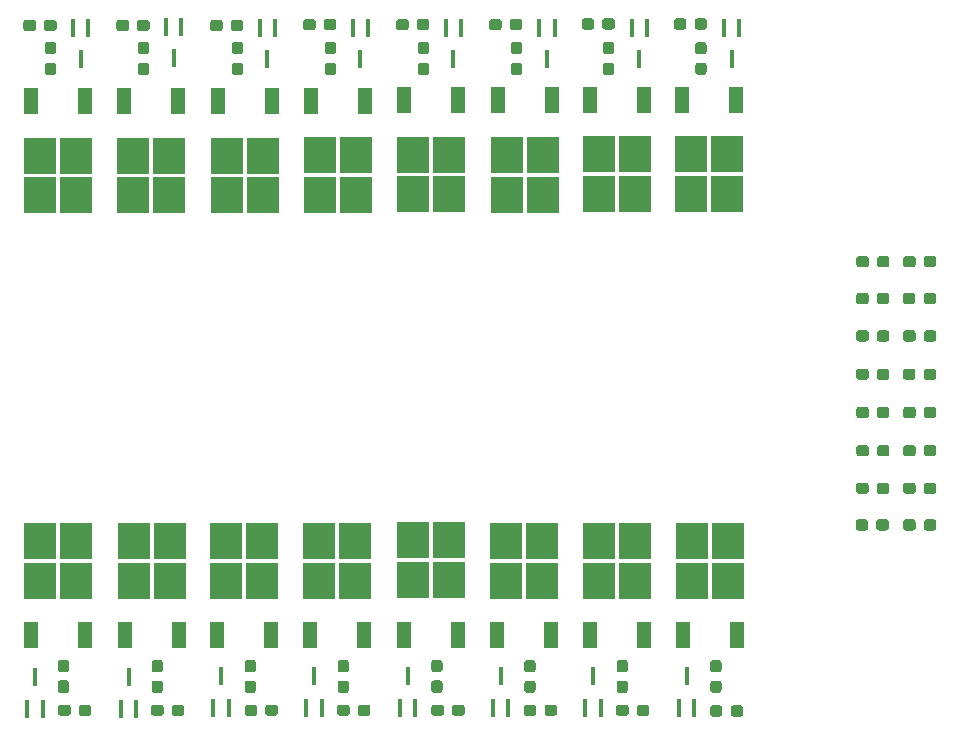
<source format=gbr>
G04 #@! TF.GenerationSoftware,KiCad,Pcbnew,(5.1.5)-2*
G04 #@! TF.CreationDate,2020-03-06T14:17:14-06:00*
G04 #@! TF.ProjectId,PatchPanel,50617463-6850-4616-9e65-6c2e6b696361,rev?*
G04 #@! TF.SameCoordinates,Original*
G04 #@! TF.FileFunction,Paste,Top*
G04 #@! TF.FilePolarity,Positive*
%FSLAX46Y46*%
G04 Gerber Fmt 4.6, Leading zero omitted, Abs format (unit mm)*
G04 Created by KiCad (PCBNEW (5.1.5)-2) date 2020-03-06 14:17:14*
%MOMM*%
%LPD*%
G04 APERTURE LIST*
%ADD10R,2.750000X3.050000*%
%ADD11R,1.200000X2.200000*%
%ADD12R,0.450000X1.500000*%
%ADD13C,0.100000*%
G04 APERTURE END LIST*
D10*
X105030000Y-127654500D03*
X101980000Y-124304500D03*
X101980000Y-127654500D03*
X105030000Y-124304500D03*
D11*
X105785000Y-132279500D03*
X101225000Y-132279500D03*
D10*
X128652000Y-127718000D03*
X125602000Y-124368000D03*
X125602000Y-127718000D03*
X128652000Y-124368000D03*
D11*
X129407000Y-132343000D03*
X124847000Y-132343000D03*
X129343500Y-86986000D03*
X124783500Y-86986000D03*
D10*
X125538500Y-94961000D03*
X128588500Y-91611000D03*
X128588500Y-94961000D03*
X125538500Y-91611000D03*
D12*
X125158500Y-135830000D03*
X125808500Y-138490000D03*
X124508500Y-138490000D03*
X128968500Y-83562500D03*
X128318500Y-80902500D03*
X129618500Y-80902500D03*
D11*
X69665500Y-132343000D03*
X74225500Y-132343000D03*
D10*
X73470500Y-124368000D03*
X70420500Y-127718000D03*
X70420500Y-124368000D03*
X73470500Y-127718000D03*
X70420500Y-91738000D03*
X73470500Y-95088000D03*
X73470500Y-91738000D03*
X70420500Y-95088000D03*
D11*
X69665500Y-87113000D03*
X74225500Y-87113000D03*
D12*
X69977000Y-135893500D03*
X70627000Y-138553500D03*
X69327000Y-138553500D03*
X74500500Y-80902500D03*
X73200500Y-80902500D03*
X73850500Y-83562500D03*
D10*
X120778000Y-127718000D03*
X117728000Y-124368000D03*
X117728000Y-127718000D03*
X120778000Y-124368000D03*
D11*
X121533000Y-132343000D03*
X116973000Y-132343000D03*
X121533000Y-86986000D03*
X116973000Y-86986000D03*
D10*
X117728000Y-94961000D03*
X120778000Y-91611000D03*
X120778000Y-94961000D03*
X117728000Y-91611000D03*
D12*
X117221000Y-135830000D03*
X117871000Y-138490000D03*
X116571000Y-138490000D03*
X121158000Y-83562500D03*
X120508000Y-80902500D03*
X121808000Y-80902500D03*
D11*
X77603000Y-132343000D03*
X82163000Y-132343000D03*
D10*
X81408000Y-124368000D03*
X78358000Y-127718000D03*
X78358000Y-124368000D03*
X81408000Y-127718000D03*
X78294500Y-91733500D03*
X81344500Y-95083500D03*
X81344500Y-91733500D03*
X78294500Y-95083500D03*
D11*
X77539500Y-87108500D03*
X82099500Y-87108500D03*
D12*
X77264500Y-138553500D03*
X78564500Y-138553500D03*
X77914500Y-135893500D03*
X81724500Y-83499000D03*
X81074500Y-80839000D03*
X82374500Y-80839000D03*
D10*
X112904000Y-127722500D03*
X109854000Y-124372500D03*
X109854000Y-127722500D03*
X112904000Y-124372500D03*
D11*
X113659000Y-132347500D03*
X109099000Y-132347500D03*
D10*
X109917500Y-91674500D03*
X112967500Y-95024500D03*
X112967500Y-91674500D03*
X109917500Y-95024500D03*
D11*
X109162500Y-87049500D03*
X113722500Y-87049500D03*
D12*
X108760500Y-138486500D03*
X110060500Y-138486500D03*
X109410500Y-135826500D03*
X113997500Y-80902500D03*
X112697500Y-80902500D03*
X113347500Y-83562500D03*
D10*
X89218500Y-127722500D03*
X86168500Y-124372500D03*
X86168500Y-127722500D03*
X89218500Y-124372500D03*
D11*
X89973500Y-132347500D03*
X85413500Y-132347500D03*
D10*
X86232000Y-91733500D03*
X89282000Y-95083500D03*
X89282000Y-91733500D03*
X86232000Y-95083500D03*
D11*
X85477000Y-87108500D03*
X90037000Y-87108500D03*
D12*
X85075000Y-138486500D03*
X86375000Y-138486500D03*
X85725000Y-135826500D03*
X89662000Y-83562500D03*
X89012000Y-80902500D03*
X90312000Y-80902500D03*
D10*
X101980000Y-91670000D03*
X105030000Y-95020000D03*
X105030000Y-91670000D03*
X101980000Y-95020000D03*
D11*
X101225000Y-87045000D03*
X105785000Y-87045000D03*
D12*
X100886500Y-138486500D03*
X102186500Y-138486500D03*
X101536500Y-135826500D03*
X105410000Y-83562500D03*
X104760000Y-80902500D03*
X106060000Y-80902500D03*
D11*
X93287500Y-132343000D03*
X97847500Y-132343000D03*
D10*
X97092500Y-124368000D03*
X94042500Y-127718000D03*
X94042500Y-124368000D03*
X97092500Y-127718000D03*
D11*
X97910000Y-87084500D03*
X93350000Y-87084500D03*
D10*
X94105000Y-95059500D03*
X97155000Y-91709500D03*
X97155000Y-95059500D03*
X94105000Y-91709500D03*
D12*
X92949000Y-138486500D03*
X94249000Y-138486500D03*
X93599000Y-135826500D03*
X97536000Y-83562500D03*
X96886000Y-80902500D03*
X98186000Y-80902500D03*
D13*
G36*
X129723779Y-138273644D02*
G01*
X129746834Y-138277063D01*
X129769443Y-138282727D01*
X129791387Y-138290579D01*
X129812457Y-138300544D01*
X129832448Y-138312526D01*
X129851168Y-138326410D01*
X129868438Y-138342062D01*
X129884090Y-138359332D01*
X129897974Y-138378052D01*
X129909956Y-138398043D01*
X129919921Y-138419113D01*
X129927773Y-138441057D01*
X129933437Y-138463666D01*
X129936856Y-138486721D01*
X129938000Y-138510000D01*
X129938000Y-138985000D01*
X129936856Y-139008279D01*
X129933437Y-139031334D01*
X129927773Y-139053943D01*
X129919921Y-139075887D01*
X129909956Y-139096957D01*
X129897974Y-139116948D01*
X129884090Y-139135668D01*
X129868438Y-139152938D01*
X129851168Y-139168590D01*
X129832448Y-139182474D01*
X129812457Y-139194456D01*
X129791387Y-139204421D01*
X129769443Y-139212273D01*
X129746834Y-139217937D01*
X129723779Y-139221356D01*
X129700500Y-139222500D01*
X129125500Y-139222500D01*
X129102221Y-139221356D01*
X129079166Y-139217937D01*
X129056557Y-139212273D01*
X129034613Y-139204421D01*
X129013543Y-139194456D01*
X128993552Y-139182474D01*
X128974832Y-139168590D01*
X128957562Y-139152938D01*
X128941910Y-139135668D01*
X128928026Y-139116948D01*
X128916044Y-139096957D01*
X128906079Y-139075887D01*
X128898227Y-139053943D01*
X128892563Y-139031334D01*
X128889144Y-139008279D01*
X128888000Y-138985000D01*
X128888000Y-138510000D01*
X128889144Y-138486721D01*
X128892563Y-138463666D01*
X128898227Y-138441057D01*
X128906079Y-138419113D01*
X128916044Y-138398043D01*
X128928026Y-138378052D01*
X128941910Y-138359332D01*
X128957562Y-138342062D01*
X128974832Y-138326410D01*
X128993552Y-138312526D01*
X129013543Y-138300544D01*
X129034613Y-138290579D01*
X129056557Y-138282727D01*
X129079166Y-138277063D01*
X129102221Y-138273644D01*
X129125500Y-138272500D01*
X129700500Y-138272500D01*
X129723779Y-138273644D01*
G37*
G36*
X127973779Y-138273644D02*
G01*
X127996834Y-138277063D01*
X128019443Y-138282727D01*
X128041387Y-138290579D01*
X128062457Y-138300544D01*
X128082448Y-138312526D01*
X128101168Y-138326410D01*
X128118438Y-138342062D01*
X128134090Y-138359332D01*
X128147974Y-138378052D01*
X128159956Y-138398043D01*
X128169921Y-138419113D01*
X128177773Y-138441057D01*
X128183437Y-138463666D01*
X128186856Y-138486721D01*
X128188000Y-138510000D01*
X128188000Y-138985000D01*
X128186856Y-139008279D01*
X128183437Y-139031334D01*
X128177773Y-139053943D01*
X128169921Y-139075887D01*
X128159956Y-139096957D01*
X128147974Y-139116948D01*
X128134090Y-139135668D01*
X128118438Y-139152938D01*
X128101168Y-139168590D01*
X128082448Y-139182474D01*
X128062457Y-139194456D01*
X128041387Y-139204421D01*
X128019443Y-139212273D01*
X127996834Y-139217937D01*
X127973779Y-139221356D01*
X127950500Y-139222500D01*
X127375500Y-139222500D01*
X127352221Y-139221356D01*
X127329166Y-139217937D01*
X127306557Y-139212273D01*
X127284613Y-139204421D01*
X127263543Y-139194456D01*
X127243552Y-139182474D01*
X127224832Y-139168590D01*
X127207562Y-139152938D01*
X127191910Y-139135668D01*
X127178026Y-139116948D01*
X127166044Y-139096957D01*
X127156079Y-139075887D01*
X127148227Y-139053943D01*
X127142563Y-139031334D01*
X127139144Y-139008279D01*
X127138000Y-138985000D01*
X127138000Y-138510000D01*
X127139144Y-138486721D01*
X127142563Y-138463666D01*
X127148227Y-138441057D01*
X127156079Y-138419113D01*
X127166044Y-138398043D01*
X127178026Y-138378052D01*
X127191910Y-138359332D01*
X127207562Y-138342062D01*
X127224832Y-138326410D01*
X127243552Y-138312526D01*
X127263543Y-138300544D01*
X127284613Y-138290579D01*
X127306557Y-138282727D01*
X127329166Y-138277063D01*
X127352221Y-138273644D01*
X127375500Y-138272500D01*
X127950500Y-138272500D01*
X127973779Y-138273644D01*
G37*
G36*
X124911779Y-80107644D02*
G01*
X124934834Y-80111063D01*
X124957443Y-80116727D01*
X124979387Y-80124579D01*
X125000457Y-80134544D01*
X125020448Y-80146526D01*
X125039168Y-80160410D01*
X125056438Y-80176062D01*
X125072090Y-80193332D01*
X125085974Y-80212052D01*
X125097956Y-80232043D01*
X125107921Y-80253113D01*
X125115773Y-80275057D01*
X125121437Y-80297666D01*
X125124856Y-80320721D01*
X125126000Y-80344000D01*
X125126000Y-80819000D01*
X125124856Y-80842279D01*
X125121437Y-80865334D01*
X125115773Y-80887943D01*
X125107921Y-80909887D01*
X125097956Y-80930957D01*
X125085974Y-80950948D01*
X125072090Y-80969668D01*
X125056438Y-80986938D01*
X125039168Y-81002590D01*
X125020448Y-81016474D01*
X125000457Y-81028456D01*
X124979387Y-81038421D01*
X124957443Y-81046273D01*
X124934834Y-81051937D01*
X124911779Y-81055356D01*
X124888500Y-81056500D01*
X124313500Y-81056500D01*
X124290221Y-81055356D01*
X124267166Y-81051937D01*
X124244557Y-81046273D01*
X124222613Y-81038421D01*
X124201543Y-81028456D01*
X124181552Y-81016474D01*
X124162832Y-81002590D01*
X124145562Y-80986938D01*
X124129910Y-80969668D01*
X124116026Y-80950948D01*
X124104044Y-80930957D01*
X124094079Y-80909887D01*
X124086227Y-80887943D01*
X124080563Y-80865334D01*
X124077144Y-80842279D01*
X124076000Y-80819000D01*
X124076000Y-80344000D01*
X124077144Y-80320721D01*
X124080563Y-80297666D01*
X124086227Y-80275057D01*
X124094079Y-80253113D01*
X124104044Y-80232043D01*
X124116026Y-80212052D01*
X124129910Y-80193332D01*
X124145562Y-80176062D01*
X124162832Y-80160410D01*
X124181552Y-80146526D01*
X124201543Y-80134544D01*
X124222613Y-80124579D01*
X124244557Y-80116727D01*
X124267166Y-80111063D01*
X124290221Y-80107644D01*
X124313500Y-80106500D01*
X124888500Y-80106500D01*
X124911779Y-80107644D01*
G37*
G36*
X126661779Y-80107644D02*
G01*
X126684834Y-80111063D01*
X126707443Y-80116727D01*
X126729387Y-80124579D01*
X126750457Y-80134544D01*
X126770448Y-80146526D01*
X126789168Y-80160410D01*
X126806438Y-80176062D01*
X126822090Y-80193332D01*
X126835974Y-80212052D01*
X126847956Y-80232043D01*
X126857921Y-80253113D01*
X126865773Y-80275057D01*
X126871437Y-80297666D01*
X126874856Y-80320721D01*
X126876000Y-80344000D01*
X126876000Y-80819000D01*
X126874856Y-80842279D01*
X126871437Y-80865334D01*
X126865773Y-80887943D01*
X126857921Y-80909887D01*
X126847956Y-80930957D01*
X126835974Y-80950948D01*
X126822090Y-80969668D01*
X126806438Y-80986938D01*
X126789168Y-81002590D01*
X126770448Y-81016474D01*
X126750457Y-81028456D01*
X126729387Y-81038421D01*
X126707443Y-81046273D01*
X126684834Y-81051937D01*
X126661779Y-81055356D01*
X126638500Y-81056500D01*
X126063500Y-81056500D01*
X126040221Y-81055356D01*
X126017166Y-81051937D01*
X125994557Y-81046273D01*
X125972613Y-81038421D01*
X125951543Y-81028456D01*
X125931552Y-81016474D01*
X125912832Y-81002590D01*
X125895562Y-80986938D01*
X125879910Y-80969668D01*
X125866026Y-80950948D01*
X125854044Y-80930957D01*
X125844079Y-80909887D01*
X125836227Y-80887943D01*
X125830563Y-80865334D01*
X125827144Y-80842279D01*
X125826000Y-80819000D01*
X125826000Y-80344000D01*
X125827144Y-80320721D01*
X125830563Y-80297666D01*
X125836227Y-80275057D01*
X125844079Y-80253113D01*
X125854044Y-80232043D01*
X125866026Y-80212052D01*
X125879910Y-80193332D01*
X125895562Y-80176062D01*
X125912832Y-80160410D01*
X125931552Y-80146526D01*
X125951543Y-80134544D01*
X125972613Y-80124579D01*
X125994557Y-80116727D01*
X126017166Y-80111063D01*
X126040221Y-80107644D01*
X126063500Y-80106500D01*
X126638500Y-80106500D01*
X126661779Y-80107644D01*
G37*
G36*
X127895779Y-136177644D02*
G01*
X127918834Y-136181063D01*
X127941443Y-136186727D01*
X127963387Y-136194579D01*
X127984457Y-136204544D01*
X128004448Y-136216526D01*
X128023168Y-136230410D01*
X128040438Y-136246062D01*
X128056090Y-136263332D01*
X128069974Y-136282052D01*
X128081956Y-136302043D01*
X128091921Y-136323113D01*
X128099773Y-136345057D01*
X128105437Y-136367666D01*
X128108856Y-136390721D01*
X128110000Y-136414000D01*
X128110000Y-136989000D01*
X128108856Y-137012279D01*
X128105437Y-137035334D01*
X128099773Y-137057943D01*
X128091921Y-137079887D01*
X128081956Y-137100957D01*
X128069974Y-137120948D01*
X128056090Y-137139668D01*
X128040438Y-137156938D01*
X128023168Y-137172590D01*
X128004448Y-137186474D01*
X127984457Y-137198456D01*
X127963387Y-137208421D01*
X127941443Y-137216273D01*
X127918834Y-137221937D01*
X127895779Y-137225356D01*
X127872500Y-137226500D01*
X127397500Y-137226500D01*
X127374221Y-137225356D01*
X127351166Y-137221937D01*
X127328557Y-137216273D01*
X127306613Y-137208421D01*
X127285543Y-137198456D01*
X127265552Y-137186474D01*
X127246832Y-137172590D01*
X127229562Y-137156938D01*
X127213910Y-137139668D01*
X127200026Y-137120948D01*
X127188044Y-137100957D01*
X127178079Y-137079887D01*
X127170227Y-137057943D01*
X127164563Y-137035334D01*
X127161144Y-137012279D01*
X127160000Y-136989000D01*
X127160000Y-136414000D01*
X127161144Y-136390721D01*
X127164563Y-136367666D01*
X127170227Y-136345057D01*
X127178079Y-136323113D01*
X127188044Y-136302043D01*
X127200026Y-136282052D01*
X127213910Y-136263332D01*
X127229562Y-136246062D01*
X127246832Y-136230410D01*
X127265552Y-136216526D01*
X127285543Y-136204544D01*
X127306613Y-136194579D01*
X127328557Y-136186727D01*
X127351166Y-136181063D01*
X127374221Y-136177644D01*
X127397500Y-136176500D01*
X127872500Y-136176500D01*
X127895779Y-136177644D01*
G37*
G36*
X127895779Y-134427644D02*
G01*
X127918834Y-134431063D01*
X127941443Y-134436727D01*
X127963387Y-134444579D01*
X127984457Y-134454544D01*
X128004448Y-134466526D01*
X128023168Y-134480410D01*
X128040438Y-134496062D01*
X128056090Y-134513332D01*
X128069974Y-134532052D01*
X128081956Y-134552043D01*
X128091921Y-134573113D01*
X128099773Y-134595057D01*
X128105437Y-134617666D01*
X128108856Y-134640721D01*
X128110000Y-134664000D01*
X128110000Y-135239000D01*
X128108856Y-135262279D01*
X128105437Y-135285334D01*
X128099773Y-135307943D01*
X128091921Y-135329887D01*
X128081956Y-135350957D01*
X128069974Y-135370948D01*
X128056090Y-135389668D01*
X128040438Y-135406938D01*
X128023168Y-135422590D01*
X128004448Y-135436474D01*
X127984457Y-135448456D01*
X127963387Y-135458421D01*
X127941443Y-135466273D01*
X127918834Y-135471937D01*
X127895779Y-135475356D01*
X127872500Y-135476500D01*
X127397500Y-135476500D01*
X127374221Y-135475356D01*
X127351166Y-135471937D01*
X127328557Y-135466273D01*
X127306613Y-135458421D01*
X127285543Y-135448456D01*
X127265552Y-135436474D01*
X127246832Y-135422590D01*
X127229562Y-135406938D01*
X127213910Y-135389668D01*
X127200026Y-135370948D01*
X127188044Y-135350957D01*
X127178079Y-135329887D01*
X127170227Y-135307943D01*
X127164563Y-135285334D01*
X127161144Y-135262279D01*
X127160000Y-135239000D01*
X127160000Y-134664000D01*
X127161144Y-134640721D01*
X127164563Y-134617666D01*
X127170227Y-134595057D01*
X127178079Y-134573113D01*
X127188044Y-134552043D01*
X127200026Y-134532052D01*
X127213910Y-134513332D01*
X127229562Y-134496062D01*
X127246832Y-134480410D01*
X127265552Y-134466526D01*
X127285543Y-134454544D01*
X127306613Y-134444579D01*
X127328557Y-134436727D01*
X127351166Y-134431063D01*
X127374221Y-134427644D01*
X127397500Y-134426500D01*
X127872500Y-134426500D01*
X127895779Y-134427644D01*
G37*
G36*
X126625779Y-82103644D02*
G01*
X126648834Y-82107063D01*
X126671443Y-82112727D01*
X126693387Y-82120579D01*
X126714457Y-82130544D01*
X126734448Y-82142526D01*
X126753168Y-82156410D01*
X126770438Y-82172062D01*
X126786090Y-82189332D01*
X126799974Y-82208052D01*
X126811956Y-82228043D01*
X126821921Y-82249113D01*
X126829773Y-82271057D01*
X126835437Y-82293666D01*
X126838856Y-82316721D01*
X126840000Y-82340000D01*
X126840000Y-82915000D01*
X126838856Y-82938279D01*
X126835437Y-82961334D01*
X126829773Y-82983943D01*
X126821921Y-83005887D01*
X126811956Y-83026957D01*
X126799974Y-83046948D01*
X126786090Y-83065668D01*
X126770438Y-83082938D01*
X126753168Y-83098590D01*
X126734448Y-83112474D01*
X126714457Y-83124456D01*
X126693387Y-83134421D01*
X126671443Y-83142273D01*
X126648834Y-83147937D01*
X126625779Y-83151356D01*
X126602500Y-83152500D01*
X126127500Y-83152500D01*
X126104221Y-83151356D01*
X126081166Y-83147937D01*
X126058557Y-83142273D01*
X126036613Y-83134421D01*
X126015543Y-83124456D01*
X125995552Y-83112474D01*
X125976832Y-83098590D01*
X125959562Y-83082938D01*
X125943910Y-83065668D01*
X125930026Y-83046948D01*
X125918044Y-83026957D01*
X125908079Y-83005887D01*
X125900227Y-82983943D01*
X125894563Y-82961334D01*
X125891144Y-82938279D01*
X125890000Y-82915000D01*
X125890000Y-82340000D01*
X125891144Y-82316721D01*
X125894563Y-82293666D01*
X125900227Y-82271057D01*
X125908079Y-82249113D01*
X125918044Y-82228043D01*
X125930026Y-82208052D01*
X125943910Y-82189332D01*
X125959562Y-82172062D01*
X125976832Y-82156410D01*
X125995552Y-82142526D01*
X126015543Y-82130544D01*
X126036613Y-82120579D01*
X126058557Y-82112727D01*
X126081166Y-82107063D01*
X126104221Y-82103644D01*
X126127500Y-82102500D01*
X126602500Y-82102500D01*
X126625779Y-82103644D01*
G37*
G36*
X126625779Y-83853644D02*
G01*
X126648834Y-83857063D01*
X126671443Y-83862727D01*
X126693387Y-83870579D01*
X126714457Y-83880544D01*
X126734448Y-83892526D01*
X126753168Y-83906410D01*
X126770438Y-83922062D01*
X126786090Y-83939332D01*
X126799974Y-83958052D01*
X126811956Y-83978043D01*
X126821921Y-83999113D01*
X126829773Y-84021057D01*
X126835437Y-84043666D01*
X126838856Y-84066721D01*
X126840000Y-84090000D01*
X126840000Y-84665000D01*
X126838856Y-84688279D01*
X126835437Y-84711334D01*
X126829773Y-84733943D01*
X126821921Y-84755887D01*
X126811956Y-84776957D01*
X126799974Y-84796948D01*
X126786090Y-84815668D01*
X126770438Y-84832938D01*
X126753168Y-84848590D01*
X126734448Y-84862474D01*
X126714457Y-84874456D01*
X126693387Y-84884421D01*
X126671443Y-84892273D01*
X126648834Y-84897937D01*
X126625779Y-84901356D01*
X126602500Y-84902500D01*
X126127500Y-84902500D01*
X126104221Y-84901356D01*
X126081166Y-84897937D01*
X126058557Y-84892273D01*
X126036613Y-84884421D01*
X126015543Y-84874456D01*
X125995552Y-84862474D01*
X125976832Y-84848590D01*
X125959562Y-84832938D01*
X125943910Y-84815668D01*
X125930026Y-84796948D01*
X125918044Y-84776957D01*
X125908079Y-84755887D01*
X125900227Y-84733943D01*
X125894563Y-84711334D01*
X125891144Y-84688279D01*
X125890000Y-84665000D01*
X125890000Y-84090000D01*
X125891144Y-84066721D01*
X125894563Y-84043666D01*
X125900227Y-84021057D01*
X125908079Y-83999113D01*
X125918044Y-83978043D01*
X125930026Y-83958052D01*
X125943910Y-83939332D01*
X125959562Y-83922062D01*
X125976832Y-83906410D01*
X125995552Y-83892526D01*
X126015543Y-83880544D01*
X126036613Y-83870579D01*
X126058557Y-83862727D01*
X126081166Y-83857063D01*
X126104221Y-83853644D01*
X126127500Y-83852500D01*
X126602500Y-83852500D01*
X126625779Y-83853644D01*
G37*
G36*
X74528279Y-138210144D02*
G01*
X74551334Y-138213563D01*
X74573943Y-138219227D01*
X74595887Y-138227079D01*
X74616957Y-138237044D01*
X74636948Y-138249026D01*
X74655668Y-138262910D01*
X74672938Y-138278562D01*
X74688590Y-138295832D01*
X74702474Y-138314552D01*
X74714456Y-138334543D01*
X74724421Y-138355613D01*
X74732273Y-138377557D01*
X74737937Y-138400166D01*
X74741356Y-138423221D01*
X74742500Y-138446500D01*
X74742500Y-138921500D01*
X74741356Y-138944779D01*
X74737937Y-138967834D01*
X74732273Y-138990443D01*
X74724421Y-139012387D01*
X74714456Y-139033457D01*
X74702474Y-139053448D01*
X74688590Y-139072168D01*
X74672938Y-139089438D01*
X74655668Y-139105090D01*
X74636948Y-139118974D01*
X74616957Y-139130956D01*
X74595887Y-139140921D01*
X74573943Y-139148773D01*
X74551334Y-139154437D01*
X74528279Y-139157856D01*
X74505000Y-139159000D01*
X73930000Y-139159000D01*
X73906721Y-139157856D01*
X73883666Y-139154437D01*
X73861057Y-139148773D01*
X73839113Y-139140921D01*
X73818043Y-139130956D01*
X73798052Y-139118974D01*
X73779332Y-139105090D01*
X73762062Y-139089438D01*
X73746410Y-139072168D01*
X73732526Y-139053448D01*
X73720544Y-139033457D01*
X73710579Y-139012387D01*
X73702727Y-138990443D01*
X73697063Y-138967834D01*
X73693644Y-138944779D01*
X73692500Y-138921500D01*
X73692500Y-138446500D01*
X73693644Y-138423221D01*
X73697063Y-138400166D01*
X73702727Y-138377557D01*
X73710579Y-138355613D01*
X73720544Y-138334543D01*
X73732526Y-138314552D01*
X73746410Y-138295832D01*
X73762062Y-138278562D01*
X73779332Y-138262910D01*
X73798052Y-138249026D01*
X73818043Y-138237044D01*
X73839113Y-138227079D01*
X73861057Y-138219227D01*
X73883666Y-138213563D01*
X73906721Y-138210144D01*
X73930000Y-138209000D01*
X74505000Y-138209000D01*
X74528279Y-138210144D01*
G37*
G36*
X72778279Y-138210144D02*
G01*
X72801334Y-138213563D01*
X72823943Y-138219227D01*
X72845887Y-138227079D01*
X72866957Y-138237044D01*
X72886948Y-138249026D01*
X72905668Y-138262910D01*
X72922938Y-138278562D01*
X72938590Y-138295832D01*
X72952474Y-138314552D01*
X72964456Y-138334543D01*
X72974421Y-138355613D01*
X72982273Y-138377557D01*
X72987937Y-138400166D01*
X72991356Y-138423221D01*
X72992500Y-138446500D01*
X72992500Y-138921500D01*
X72991356Y-138944779D01*
X72987937Y-138967834D01*
X72982273Y-138990443D01*
X72974421Y-139012387D01*
X72964456Y-139033457D01*
X72952474Y-139053448D01*
X72938590Y-139072168D01*
X72922938Y-139089438D01*
X72905668Y-139105090D01*
X72886948Y-139118974D01*
X72866957Y-139130956D01*
X72845887Y-139140921D01*
X72823943Y-139148773D01*
X72801334Y-139154437D01*
X72778279Y-139157856D01*
X72755000Y-139159000D01*
X72180000Y-139159000D01*
X72156721Y-139157856D01*
X72133666Y-139154437D01*
X72111057Y-139148773D01*
X72089113Y-139140921D01*
X72068043Y-139130956D01*
X72048052Y-139118974D01*
X72029332Y-139105090D01*
X72012062Y-139089438D01*
X71996410Y-139072168D01*
X71982526Y-139053448D01*
X71970544Y-139033457D01*
X71960579Y-139012387D01*
X71952727Y-138990443D01*
X71947063Y-138967834D01*
X71943644Y-138944779D01*
X71942500Y-138921500D01*
X71942500Y-138446500D01*
X71943644Y-138423221D01*
X71947063Y-138400166D01*
X71952727Y-138377557D01*
X71960579Y-138355613D01*
X71970544Y-138334543D01*
X71982526Y-138314552D01*
X71996410Y-138295832D01*
X72012062Y-138278562D01*
X72029332Y-138262910D01*
X72048052Y-138249026D01*
X72068043Y-138237044D01*
X72089113Y-138227079D01*
X72111057Y-138219227D01*
X72133666Y-138213563D01*
X72156721Y-138210144D01*
X72180000Y-138209000D01*
X72755000Y-138209000D01*
X72778279Y-138210144D01*
G37*
G36*
X71593279Y-80234644D02*
G01*
X71616334Y-80238063D01*
X71638943Y-80243727D01*
X71660887Y-80251579D01*
X71681957Y-80261544D01*
X71701948Y-80273526D01*
X71720668Y-80287410D01*
X71737938Y-80303062D01*
X71753590Y-80320332D01*
X71767474Y-80339052D01*
X71779456Y-80359043D01*
X71789421Y-80380113D01*
X71797273Y-80402057D01*
X71802937Y-80424666D01*
X71806356Y-80447721D01*
X71807500Y-80471000D01*
X71807500Y-80946000D01*
X71806356Y-80969279D01*
X71802937Y-80992334D01*
X71797273Y-81014943D01*
X71789421Y-81036887D01*
X71779456Y-81057957D01*
X71767474Y-81077948D01*
X71753590Y-81096668D01*
X71737938Y-81113938D01*
X71720668Y-81129590D01*
X71701948Y-81143474D01*
X71681957Y-81155456D01*
X71660887Y-81165421D01*
X71638943Y-81173273D01*
X71616334Y-81178937D01*
X71593279Y-81182356D01*
X71570000Y-81183500D01*
X70995000Y-81183500D01*
X70971721Y-81182356D01*
X70948666Y-81178937D01*
X70926057Y-81173273D01*
X70904113Y-81165421D01*
X70883043Y-81155456D01*
X70863052Y-81143474D01*
X70844332Y-81129590D01*
X70827062Y-81113938D01*
X70811410Y-81096668D01*
X70797526Y-81077948D01*
X70785544Y-81057957D01*
X70775579Y-81036887D01*
X70767727Y-81014943D01*
X70762063Y-80992334D01*
X70758644Y-80969279D01*
X70757500Y-80946000D01*
X70757500Y-80471000D01*
X70758644Y-80447721D01*
X70762063Y-80424666D01*
X70767727Y-80402057D01*
X70775579Y-80380113D01*
X70785544Y-80359043D01*
X70797526Y-80339052D01*
X70811410Y-80320332D01*
X70827062Y-80303062D01*
X70844332Y-80287410D01*
X70863052Y-80273526D01*
X70883043Y-80261544D01*
X70904113Y-80251579D01*
X70926057Y-80243727D01*
X70948666Y-80238063D01*
X70971721Y-80234644D01*
X70995000Y-80233500D01*
X71570000Y-80233500D01*
X71593279Y-80234644D01*
G37*
G36*
X69843279Y-80234644D02*
G01*
X69866334Y-80238063D01*
X69888943Y-80243727D01*
X69910887Y-80251579D01*
X69931957Y-80261544D01*
X69951948Y-80273526D01*
X69970668Y-80287410D01*
X69987938Y-80303062D01*
X70003590Y-80320332D01*
X70017474Y-80339052D01*
X70029456Y-80359043D01*
X70039421Y-80380113D01*
X70047273Y-80402057D01*
X70052937Y-80424666D01*
X70056356Y-80447721D01*
X70057500Y-80471000D01*
X70057500Y-80946000D01*
X70056356Y-80969279D01*
X70052937Y-80992334D01*
X70047273Y-81014943D01*
X70039421Y-81036887D01*
X70029456Y-81057957D01*
X70017474Y-81077948D01*
X70003590Y-81096668D01*
X69987938Y-81113938D01*
X69970668Y-81129590D01*
X69951948Y-81143474D01*
X69931957Y-81155456D01*
X69910887Y-81165421D01*
X69888943Y-81173273D01*
X69866334Y-81178937D01*
X69843279Y-81182356D01*
X69820000Y-81183500D01*
X69245000Y-81183500D01*
X69221721Y-81182356D01*
X69198666Y-81178937D01*
X69176057Y-81173273D01*
X69154113Y-81165421D01*
X69133043Y-81155456D01*
X69113052Y-81143474D01*
X69094332Y-81129590D01*
X69077062Y-81113938D01*
X69061410Y-81096668D01*
X69047526Y-81077948D01*
X69035544Y-81057957D01*
X69025579Y-81036887D01*
X69017727Y-81014943D01*
X69012063Y-80992334D01*
X69008644Y-80969279D01*
X69007500Y-80946000D01*
X69007500Y-80471000D01*
X69008644Y-80447721D01*
X69012063Y-80424666D01*
X69017727Y-80402057D01*
X69025579Y-80380113D01*
X69035544Y-80359043D01*
X69047526Y-80339052D01*
X69061410Y-80320332D01*
X69077062Y-80303062D01*
X69094332Y-80287410D01*
X69113052Y-80273526D01*
X69133043Y-80261544D01*
X69154113Y-80251579D01*
X69176057Y-80243727D01*
X69198666Y-80238063D01*
X69221721Y-80234644D01*
X69245000Y-80233500D01*
X69820000Y-80233500D01*
X69843279Y-80234644D01*
G37*
G36*
X72650779Y-136163644D02*
G01*
X72673834Y-136167063D01*
X72696443Y-136172727D01*
X72718387Y-136180579D01*
X72739457Y-136190544D01*
X72759448Y-136202526D01*
X72778168Y-136216410D01*
X72795438Y-136232062D01*
X72811090Y-136249332D01*
X72824974Y-136268052D01*
X72836956Y-136288043D01*
X72846921Y-136309113D01*
X72854773Y-136331057D01*
X72860437Y-136353666D01*
X72863856Y-136376721D01*
X72865000Y-136400000D01*
X72865000Y-136975000D01*
X72863856Y-136998279D01*
X72860437Y-137021334D01*
X72854773Y-137043943D01*
X72846921Y-137065887D01*
X72836956Y-137086957D01*
X72824974Y-137106948D01*
X72811090Y-137125668D01*
X72795438Y-137142938D01*
X72778168Y-137158590D01*
X72759448Y-137172474D01*
X72739457Y-137184456D01*
X72718387Y-137194421D01*
X72696443Y-137202273D01*
X72673834Y-137207937D01*
X72650779Y-137211356D01*
X72627500Y-137212500D01*
X72152500Y-137212500D01*
X72129221Y-137211356D01*
X72106166Y-137207937D01*
X72083557Y-137202273D01*
X72061613Y-137194421D01*
X72040543Y-137184456D01*
X72020552Y-137172474D01*
X72001832Y-137158590D01*
X71984562Y-137142938D01*
X71968910Y-137125668D01*
X71955026Y-137106948D01*
X71943044Y-137086957D01*
X71933079Y-137065887D01*
X71925227Y-137043943D01*
X71919563Y-137021334D01*
X71916144Y-136998279D01*
X71915000Y-136975000D01*
X71915000Y-136400000D01*
X71916144Y-136376721D01*
X71919563Y-136353666D01*
X71925227Y-136331057D01*
X71933079Y-136309113D01*
X71943044Y-136288043D01*
X71955026Y-136268052D01*
X71968910Y-136249332D01*
X71984562Y-136232062D01*
X72001832Y-136216410D01*
X72020552Y-136202526D01*
X72040543Y-136190544D01*
X72061613Y-136180579D01*
X72083557Y-136172727D01*
X72106166Y-136167063D01*
X72129221Y-136163644D01*
X72152500Y-136162500D01*
X72627500Y-136162500D01*
X72650779Y-136163644D01*
G37*
G36*
X72650779Y-134413644D02*
G01*
X72673834Y-134417063D01*
X72696443Y-134422727D01*
X72718387Y-134430579D01*
X72739457Y-134440544D01*
X72759448Y-134452526D01*
X72778168Y-134466410D01*
X72795438Y-134482062D01*
X72811090Y-134499332D01*
X72824974Y-134518052D01*
X72836956Y-134538043D01*
X72846921Y-134559113D01*
X72854773Y-134581057D01*
X72860437Y-134603666D01*
X72863856Y-134626721D01*
X72865000Y-134650000D01*
X72865000Y-135225000D01*
X72863856Y-135248279D01*
X72860437Y-135271334D01*
X72854773Y-135293943D01*
X72846921Y-135315887D01*
X72836956Y-135336957D01*
X72824974Y-135356948D01*
X72811090Y-135375668D01*
X72795438Y-135392938D01*
X72778168Y-135408590D01*
X72759448Y-135422474D01*
X72739457Y-135434456D01*
X72718387Y-135444421D01*
X72696443Y-135452273D01*
X72673834Y-135457937D01*
X72650779Y-135461356D01*
X72627500Y-135462500D01*
X72152500Y-135462500D01*
X72129221Y-135461356D01*
X72106166Y-135457937D01*
X72083557Y-135452273D01*
X72061613Y-135444421D01*
X72040543Y-135434456D01*
X72020552Y-135422474D01*
X72001832Y-135408590D01*
X71984562Y-135392938D01*
X71968910Y-135375668D01*
X71955026Y-135356948D01*
X71943044Y-135336957D01*
X71933079Y-135315887D01*
X71925227Y-135293943D01*
X71919563Y-135271334D01*
X71916144Y-135248279D01*
X71915000Y-135225000D01*
X71915000Y-134650000D01*
X71916144Y-134626721D01*
X71919563Y-134603666D01*
X71925227Y-134581057D01*
X71933079Y-134559113D01*
X71943044Y-134538043D01*
X71955026Y-134518052D01*
X71968910Y-134499332D01*
X71984562Y-134482062D01*
X72001832Y-134466410D01*
X72020552Y-134452526D01*
X72040543Y-134440544D01*
X72061613Y-134430579D01*
X72083557Y-134422727D01*
X72106166Y-134417063D01*
X72129221Y-134413644D01*
X72152500Y-134412500D01*
X72627500Y-134412500D01*
X72650779Y-134413644D01*
G37*
G36*
X71571279Y-82103644D02*
G01*
X71594334Y-82107063D01*
X71616943Y-82112727D01*
X71638887Y-82120579D01*
X71659957Y-82130544D01*
X71679948Y-82142526D01*
X71698668Y-82156410D01*
X71715938Y-82172062D01*
X71731590Y-82189332D01*
X71745474Y-82208052D01*
X71757456Y-82228043D01*
X71767421Y-82249113D01*
X71775273Y-82271057D01*
X71780937Y-82293666D01*
X71784356Y-82316721D01*
X71785500Y-82340000D01*
X71785500Y-82915000D01*
X71784356Y-82938279D01*
X71780937Y-82961334D01*
X71775273Y-82983943D01*
X71767421Y-83005887D01*
X71757456Y-83026957D01*
X71745474Y-83046948D01*
X71731590Y-83065668D01*
X71715938Y-83082938D01*
X71698668Y-83098590D01*
X71679948Y-83112474D01*
X71659957Y-83124456D01*
X71638887Y-83134421D01*
X71616943Y-83142273D01*
X71594334Y-83147937D01*
X71571279Y-83151356D01*
X71548000Y-83152500D01*
X71073000Y-83152500D01*
X71049721Y-83151356D01*
X71026666Y-83147937D01*
X71004057Y-83142273D01*
X70982113Y-83134421D01*
X70961043Y-83124456D01*
X70941052Y-83112474D01*
X70922332Y-83098590D01*
X70905062Y-83082938D01*
X70889410Y-83065668D01*
X70875526Y-83046948D01*
X70863544Y-83026957D01*
X70853579Y-83005887D01*
X70845727Y-82983943D01*
X70840063Y-82961334D01*
X70836644Y-82938279D01*
X70835500Y-82915000D01*
X70835500Y-82340000D01*
X70836644Y-82316721D01*
X70840063Y-82293666D01*
X70845727Y-82271057D01*
X70853579Y-82249113D01*
X70863544Y-82228043D01*
X70875526Y-82208052D01*
X70889410Y-82189332D01*
X70905062Y-82172062D01*
X70922332Y-82156410D01*
X70941052Y-82142526D01*
X70961043Y-82130544D01*
X70982113Y-82120579D01*
X71004057Y-82112727D01*
X71026666Y-82107063D01*
X71049721Y-82103644D01*
X71073000Y-82102500D01*
X71548000Y-82102500D01*
X71571279Y-82103644D01*
G37*
G36*
X71571279Y-83853644D02*
G01*
X71594334Y-83857063D01*
X71616943Y-83862727D01*
X71638887Y-83870579D01*
X71659957Y-83880544D01*
X71679948Y-83892526D01*
X71698668Y-83906410D01*
X71715938Y-83922062D01*
X71731590Y-83939332D01*
X71745474Y-83958052D01*
X71757456Y-83978043D01*
X71767421Y-83999113D01*
X71775273Y-84021057D01*
X71780937Y-84043666D01*
X71784356Y-84066721D01*
X71785500Y-84090000D01*
X71785500Y-84665000D01*
X71784356Y-84688279D01*
X71780937Y-84711334D01*
X71775273Y-84733943D01*
X71767421Y-84755887D01*
X71757456Y-84776957D01*
X71745474Y-84796948D01*
X71731590Y-84815668D01*
X71715938Y-84832938D01*
X71698668Y-84848590D01*
X71679948Y-84862474D01*
X71659957Y-84874456D01*
X71638887Y-84884421D01*
X71616943Y-84892273D01*
X71594334Y-84897937D01*
X71571279Y-84901356D01*
X71548000Y-84902500D01*
X71073000Y-84902500D01*
X71049721Y-84901356D01*
X71026666Y-84897937D01*
X71004057Y-84892273D01*
X70982113Y-84884421D01*
X70961043Y-84874456D01*
X70941052Y-84862474D01*
X70922332Y-84848590D01*
X70905062Y-84832938D01*
X70889410Y-84815668D01*
X70875526Y-84796948D01*
X70863544Y-84776957D01*
X70853579Y-84755887D01*
X70845727Y-84733943D01*
X70840063Y-84711334D01*
X70836644Y-84688279D01*
X70835500Y-84665000D01*
X70835500Y-84090000D01*
X70836644Y-84066721D01*
X70840063Y-84043666D01*
X70845727Y-84021057D01*
X70853579Y-83999113D01*
X70863544Y-83978043D01*
X70875526Y-83958052D01*
X70889410Y-83939332D01*
X70905062Y-83922062D01*
X70922332Y-83906410D01*
X70941052Y-83892526D01*
X70961043Y-83880544D01*
X70982113Y-83870579D01*
X71004057Y-83862727D01*
X71026666Y-83857063D01*
X71049721Y-83853644D01*
X71073000Y-83852500D01*
X71548000Y-83852500D01*
X71571279Y-83853644D01*
G37*
G36*
X121772279Y-138210144D02*
G01*
X121795334Y-138213563D01*
X121817943Y-138219227D01*
X121839887Y-138227079D01*
X121860957Y-138237044D01*
X121880948Y-138249026D01*
X121899668Y-138262910D01*
X121916938Y-138278562D01*
X121932590Y-138295832D01*
X121946474Y-138314552D01*
X121958456Y-138334543D01*
X121968421Y-138355613D01*
X121976273Y-138377557D01*
X121981937Y-138400166D01*
X121985356Y-138423221D01*
X121986500Y-138446500D01*
X121986500Y-138921500D01*
X121985356Y-138944779D01*
X121981937Y-138967834D01*
X121976273Y-138990443D01*
X121968421Y-139012387D01*
X121958456Y-139033457D01*
X121946474Y-139053448D01*
X121932590Y-139072168D01*
X121916938Y-139089438D01*
X121899668Y-139105090D01*
X121880948Y-139118974D01*
X121860957Y-139130956D01*
X121839887Y-139140921D01*
X121817943Y-139148773D01*
X121795334Y-139154437D01*
X121772279Y-139157856D01*
X121749000Y-139159000D01*
X121174000Y-139159000D01*
X121150721Y-139157856D01*
X121127666Y-139154437D01*
X121105057Y-139148773D01*
X121083113Y-139140921D01*
X121062043Y-139130956D01*
X121042052Y-139118974D01*
X121023332Y-139105090D01*
X121006062Y-139089438D01*
X120990410Y-139072168D01*
X120976526Y-139053448D01*
X120964544Y-139033457D01*
X120954579Y-139012387D01*
X120946727Y-138990443D01*
X120941063Y-138967834D01*
X120937644Y-138944779D01*
X120936500Y-138921500D01*
X120936500Y-138446500D01*
X120937644Y-138423221D01*
X120941063Y-138400166D01*
X120946727Y-138377557D01*
X120954579Y-138355613D01*
X120964544Y-138334543D01*
X120976526Y-138314552D01*
X120990410Y-138295832D01*
X121006062Y-138278562D01*
X121023332Y-138262910D01*
X121042052Y-138249026D01*
X121062043Y-138237044D01*
X121083113Y-138227079D01*
X121105057Y-138219227D01*
X121127666Y-138213563D01*
X121150721Y-138210144D01*
X121174000Y-138209000D01*
X121749000Y-138209000D01*
X121772279Y-138210144D01*
G37*
G36*
X120022279Y-138210144D02*
G01*
X120045334Y-138213563D01*
X120067943Y-138219227D01*
X120089887Y-138227079D01*
X120110957Y-138237044D01*
X120130948Y-138249026D01*
X120149668Y-138262910D01*
X120166938Y-138278562D01*
X120182590Y-138295832D01*
X120196474Y-138314552D01*
X120208456Y-138334543D01*
X120218421Y-138355613D01*
X120226273Y-138377557D01*
X120231937Y-138400166D01*
X120235356Y-138423221D01*
X120236500Y-138446500D01*
X120236500Y-138921500D01*
X120235356Y-138944779D01*
X120231937Y-138967834D01*
X120226273Y-138990443D01*
X120218421Y-139012387D01*
X120208456Y-139033457D01*
X120196474Y-139053448D01*
X120182590Y-139072168D01*
X120166938Y-139089438D01*
X120149668Y-139105090D01*
X120130948Y-139118974D01*
X120110957Y-139130956D01*
X120089887Y-139140921D01*
X120067943Y-139148773D01*
X120045334Y-139154437D01*
X120022279Y-139157856D01*
X119999000Y-139159000D01*
X119424000Y-139159000D01*
X119400721Y-139157856D01*
X119377666Y-139154437D01*
X119355057Y-139148773D01*
X119333113Y-139140921D01*
X119312043Y-139130956D01*
X119292052Y-139118974D01*
X119273332Y-139105090D01*
X119256062Y-139089438D01*
X119240410Y-139072168D01*
X119226526Y-139053448D01*
X119214544Y-139033457D01*
X119204579Y-139012387D01*
X119196727Y-138990443D01*
X119191063Y-138967834D01*
X119187644Y-138944779D01*
X119186500Y-138921500D01*
X119186500Y-138446500D01*
X119187644Y-138423221D01*
X119191063Y-138400166D01*
X119196727Y-138377557D01*
X119204579Y-138355613D01*
X119214544Y-138334543D01*
X119226526Y-138314552D01*
X119240410Y-138295832D01*
X119256062Y-138278562D01*
X119273332Y-138262910D01*
X119292052Y-138249026D01*
X119312043Y-138237044D01*
X119333113Y-138227079D01*
X119355057Y-138219227D01*
X119377666Y-138213563D01*
X119400721Y-138210144D01*
X119424000Y-138209000D01*
X119999000Y-138209000D01*
X120022279Y-138210144D01*
G37*
G36*
X118851279Y-80107644D02*
G01*
X118874334Y-80111063D01*
X118896943Y-80116727D01*
X118918887Y-80124579D01*
X118939957Y-80134544D01*
X118959948Y-80146526D01*
X118978668Y-80160410D01*
X118995938Y-80176062D01*
X119011590Y-80193332D01*
X119025474Y-80212052D01*
X119037456Y-80232043D01*
X119047421Y-80253113D01*
X119055273Y-80275057D01*
X119060937Y-80297666D01*
X119064356Y-80320721D01*
X119065500Y-80344000D01*
X119065500Y-80819000D01*
X119064356Y-80842279D01*
X119060937Y-80865334D01*
X119055273Y-80887943D01*
X119047421Y-80909887D01*
X119037456Y-80930957D01*
X119025474Y-80950948D01*
X119011590Y-80969668D01*
X118995938Y-80986938D01*
X118978668Y-81002590D01*
X118959948Y-81016474D01*
X118939957Y-81028456D01*
X118918887Y-81038421D01*
X118896943Y-81046273D01*
X118874334Y-81051937D01*
X118851279Y-81055356D01*
X118828000Y-81056500D01*
X118253000Y-81056500D01*
X118229721Y-81055356D01*
X118206666Y-81051937D01*
X118184057Y-81046273D01*
X118162113Y-81038421D01*
X118141043Y-81028456D01*
X118121052Y-81016474D01*
X118102332Y-81002590D01*
X118085062Y-80986938D01*
X118069410Y-80969668D01*
X118055526Y-80950948D01*
X118043544Y-80930957D01*
X118033579Y-80909887D01*
X118025727Y-80887943D01*
X118020063Y-80865334D01*
X118016644Y-80842279D01*
X118015500Y-80819000D01*
X118015500Y-80344000D01*
X118016644Y-80320721D01*
X118020063Y-80297666D01*
X118025727Y-80275057D01*
X118033579Y-80253113D01*
X118043544Y-80232043D01*
X118055526Y-80212052D01*
X118069410Y-80193332D01*
X118085062Y-80176062D01*
X118102332Y-80160410D01*
X118121052Y-80146526D01*
X118141043Y-80134544D01*
X118162113Y-80124579D01*
X118184057Y-80116727D01*
X118206666Y-80111063D01*
X118229721Y-80107644D01*
X118253000Y-80106500D01*
X118828000Y-80106500D01*
X118851279Y-80107644D01*
G37*
G36*
X117101279Y-80107644D02*
G01*
X117124334Y-80111063D01*
X117146943Y-80116727D01*
X117168887Y-80124579D01*
X117189957Y-80134544D01*
X117209948Y-80146526D01*
X117228668Y-80160410D01*
X117245938Y-80176062D01*
X117261590Y-80193332D01*
X117275474Y-80212052D01*
X117287456Y-80232043D01*
X117297421Y-80253113D01*
X117305273Y-80275057D01*
X117310937Y-80297666D01*
X117314356Y-80320721D01*
X117315500Y-80344000D01*
X117315500Y-80819000D01*
X117314356Y-80842279D01*
X117310937Y-80865334D01*
X117305273Y-80887943D01*
X117297421Y-80909887D01*
X117287456Y-80930957D01*
X117275474Y-80950948D01*
X117261590Y-80969668D01*
X117245938Y-80986938D01*
X117228668Y-81002590D01*
X117209948Y-81016474D01*
X117189957Y-81028456D01*
X117168887Y-81038421D01*
X117146943Y-81046273D01*
X117124334Y-81051937D01*
X117101279Y-81055356D01*
X117078000Y-81056500D01*
X116503000Y-81056500D01*
X116479721Y-81055356D01*
X116456666Y-81051937D01*
X116434057Y-81046273D01*
X116412113Y-81038421D01*
X116391043Y-81028456D01*
X116371052Y-81016474D01*
X116352332Y-81002590D01*
X116335062Y-80986938D01*
X116319410Y-80969668D01*
X116305526Y-80950948D01*
X116293544Y-80930957D01*
X116283579Y-80909887D01*
X116275727Y-80887943D01*
X116270063Y-80865334D01*
X116266644Y-80842279D01*
X116265500Y-80819000D01*
X116265500Y-80344000D01*
X116266644Y-80320721D01*
X116270063Y-80297666D01*
X116275727Y-80275057D01*
X116283579Y-80253113D01*
X116293544Y-80232043D01*
X116305526Y-80212052D01*
X116319410Y-80193332D01*
X116335062Y-80176062D01*
X116352332Y-80160410D01*
X116371052Y-80146526D01*
X116391043Y-80134544D01*
X116412113Y-80124579D01*
X116434057Y-80116727D01*
X116456666Y-80111063D01*
X116479721Y-80107644D01*
X116503000Y-80106500D01*
X117078000Y-80106500D01*
X117101279Y-80107644D01*
G37*
G36*
X119958279Y-136177644D02*
G01*
X119981334Y-136181063D01*
X120003943Y-136186727D01*
X120025887Y-136194579D01*
X120046957Y-136204544D01*
X120066948Y-136216526D01*
X120085668Y-136230410D01*
X120102938Y-136246062D01*
X120118590Y-136263332D01*
X120132474Y-136282052D01*
X120144456Y-136302043D01*
X120154421Y-136323113D01*
X120162273Y-136345057D01*
X120167937Y-136367666D01*
X120171356Y-136390721D01*
X120172500Y-136414000D01*
X120172500Y-136989000D01*
X120171356Y-137012279D01*
X120167937Y-137035334D01*
X120162273Y-137057943D01*
X120154421Y-137079887D01*
X120144456Y-137100957D01*
X120132474Y-137120948D01*
X120118590Y-137139668D01*
X120102938Y-137156938D01*
X120085668Y-137172590D01*
X120066948Y-137186474D01*
X120046957Y-137198456D01*
X120025887Y-137208421D01*
X120003943Y-137216273D01*
X119981334Y-137221937D01*
X119958279Y-137225356D01*
X119935000Y-137226500D01*
X119460000Y-137226500D01*
X119436721Y-137225356D01*
X119413666Y-137221937D01*
X119391057Y-137216273D01*
X119369113Y-137208421D01*
X119348043Y-137198456D01*
X119328052Y-137186474D01*
X119309332Y-137172590D01*
X119292062Y-137156938D01*
X119276410Y-137139668D01*
X119262526Y-137120948D01*
X119250544Y-137100957D01*
X119240579Y-137079887D01*
X119232727Y-137057943D01*
X119227063Y-137035334D01*
X119223644Y-137012279D01*
X119222500Y-136989000D01*
X119222500Y-136414000D01*
X119223644Y-136390721D01*
X119227063Y-136367666D01*
X119232727Y-136345057D01*
X119240579Y-136323113D01*
X119250544Y-136302043D01*
X119262526Y-136282052D01*
X119276410Y-136263332D01*
X119292062Y-136246062D01*
X119309332Y-136230410D01*
X119328052Y-136216526D01*
X119348043Y-136204544D01*
X119369113Y-136194579D01*
X119391057Y-136186727D01*
X119413666Y-136181063D01*
X119436721Y-136177644D01*
X119460000Y-136176500D01*
X119935000Y-136176500D01*
X119958279Y-136177644D01*
G37*
G36*
X119958279Y-134427644D02*
G01*
X119981334Y-134431063D01*
X120003943Y-134436727D01*
X120025887Y-134444579D01*
X120046957Y-134454544D01*
X120066948Y-134466526D01*
X120085668Y-134480410D01*
X120102938Y-134496062D01*
X120118590Y-134513332D01*
X120132474Y-134532052D01*
X120144456Y-134552043D01*
X120154421Y-134573113D01*
X120162273Y-134595057D01*
X120167937Y-134617666D01*
X120171356Y-134640721D01*
X120172500Y-134664000D01*
X120172500Y-135239000D01*
X120171356Y-135262279D01*
X120167937Y-135285334D01*
X120162273Y-135307943D01*
X120154421Y-135329887D01*
X120144456Y-135350957D01*
X120132474Y-135370948D01*
X120118590Y-135389668D01*
X120102938Y-135406938D01*
X120085668Y-135422590D01*
X120066948Y-135436474D01*
X120046957Y-135448456D01*
X120025887Y-135458421D01*
X120003943Y-135466273D01*
X119981334Y-135471937D01*
X119958279Y-135475356D01*
X119935000Y-135476500D01*
X119460000Y-135476500D01*
X119436721Y-135475356D01*
X119413666Y-135471937D01*
X119391057Y-135466273D01*
X119369113Y-135458421D01*
X119348043Y-135448456D01*
X119328052Y-135436474D01*
X119309332Y-135422590D01*
X119292062Y-135406938D01*
X119276410Y-135389668D01*
X119262526Y-135370948D01*
X119250544Y-135350957D01*
X119240579Y-135329887D01*
X119232727Y-135307943D01*
X119227063Y-135285334D01*
X119223644Y-135262279D01*
X119222500Y-135239000D01*
X119222500Y-134664000D01*
X119223644Y-134640721D01*
X119227063Y-134617666D01*
X119232727Y-134595057D01*
X119240579Y-134573113D01*
X119250544Y-134552043D01*
X119262526Y-134532052D01*
X119276410Y-134513332D01*
X119292062Y-134496062D01*
X119309332Y-134480410D01*
X119328052Y-134466526D01*
X119348043Y-134454544D01*
X119369113Y-134444579D01*
X119391057Y-134436727D01*
X119413666Y-134431063D01*
X119436721Y-134427644D01*
X119460000Y-134426500D01*
X119935000Y-134426500D01*
X119958279Y-134427644D01*
G37*
G36*
X118815279Y-83853644D02*
G01*
X118838334Y-83857063D01*
X118860943Y-83862727D01*
X118882887Y-83870579D01*
X118903957Y-83880544D01*
X118923948Y-83892526D01*
X118942668Y-83906410D01*
X118959938Y-83922062D01*
X118975590Y-83939332D01*
X118989474Y-83958052D01*
X119001456Y-83978043D01*
X119011421Y-83999113D01*
X119019273Y-84021057D01*
X119024937Y-84043666D01*
X119028356Y-84066721D01*
X119029500Y-84090000D01*
X119029500Y-84665000D01*
X119028356Y-84688279D01*
X119024937Y-84711334D01*
X119019273Y-84733943D01*
X119011421Y-84755887D01*
X119001456Y-84776957D01*
X118989474Y-84796948D01*
X118975590Y-84815668D01*
X118959938Y-84832938D01*
X118942668Y-84848590D01*
X118923948Y-84862474D01*
X118903957Y-84874456D01*
X118882887Y-84884421D01*
X118860943Y-84892273D01*
X118838334Y-84897937D01*
X118815279Y-84901356D01*
X118792000Y-84902500D01*
X118317000Y-84902500D01*
X118293721Y-84901356D01*
X118270666Y-84897937D01*
X118248057Y-84892273D01*
X118226113Y-84884421D01*
X118205043Y-84874456D01*
X118185052Y-84862474D01*
X118166332Y-84848590D01*
X118149062Y-84832938D01*
X118133410Y-84815668D01*
X118119526Y-84796948D01*
X118107544Y-84776957D01*
X118097579Y-84755887D01*
X118089727Y-84733943D01*
X118084063Y-84711334D01*
X118080644Y-84688279D01*
X118079500Y-84665000D01*
X118079500Y-84090000D01*
X118080644Y-84066721D01*
X118084063Y-84043666D01*
X118089727Y-84021057D01*
X118097579Y-83999113D01*
X118107544Y-83978043D01*
X118119526Y-83958052D01*
X118133410Y-83939332D01*
X118149062Y-83922062D01*
X118166332Y-83906410D01*
X118185052Y-83892526D01*
X118205043Y-83880544D01*
X118226113Y-83870579D01*
X118248057Y-83862727D01*
X118270666Y-83857063D01*
X118293721Y-83853644D01*
X118317000Y-83852500D01*
X118792000Y-83852500D01*
X118815279Y-83853644D01*
G37*
G36*
X118815279Y-82103644D02*
G01*
X118838334Y-82107063D01*
X118860943Y-82112727D01*
X118882887Y-82120579D01*
X118903957Y-82130544D01*
X118923948Y-82142526D01*
X118942668Y-82156410D01*
X118959938Y-82172062D01*
X118975590Y-82189332D01*
X118989474Y-82208052D01*
X119001456Y-82228043D01*
X119011421Y-82249113D01*
X119019273Y-82271057D01*
X119024937Y-82293666D01*
X119028356Y-82316721D01*
X119029500Y-82340000D01*
X119029500Y-82915000D01*
X119028356Y-82938279D01*
X119024937Y-82961334D01*
X119019273Y-82983943D01*
X119011421Y-83005887D01*
X119001456Y-83026957D01*
X118989474Y-83046948D01*
X118975590Y-83065668D01*
X118959938Y-83082938D01*
X118942668Y-83098590D01*
X118923948Y-83112474D01*
X118903957Y-83124456D01*
X118882887Y-83134421D01*
X118860943Y-83142273D01*
X118838334Y-83147937D01*
X118815279Y-83151356D01*
X118792000Y-83152500D01*
X118317000Y-83152500D01*
X118293721Y-83151356D01*
X118270666Y-83147937D01*
X118248057Y-83142273D01*
X118226113Y-83134421D01*
X118205043Y-83124456D01*
X118185052Y-83112474D01*
X118166332Y-83098590D01*
X118149062Y-83082938D01*
X118133410Y-83065668D01*
X118119526Y-83046948D01*
X118107544Y-83026957D01*
X118097579Y-83005887D01*
X118089727Y-82983943D01*
X118084063Y-82961334D01*
X118080644Y-82938279D01*
X118079500Y-82915000D01*
X118079500Y-82340000D01*
X118080644Y-82316721D01*
X118084063Y-82293666D01*
X118089727Y-82271057D01*
X118097579Y-82249113D01*
X118107544Y-82228043D01*
X118119526Y-82208052D01*
X118133410Y-82189332D01*
X118149062Y-82172062D01*
X118166332Y-82156410D01*
X118185052Y-82142526D01*
X118205043Y-82130544D01*
X118226113Y-82120579D01*
X118248057Y-82112727D01*
X118270666Y-82107063D01*
X118293721Y-82103644D01*
X118317000Y-82102500D01*
X118792000Y-82102500D01*
X118815279Y-82103644D01*
G37*
G36*
X80652279Y-138210144D02*
G01*
X80675334Y-138213563D01*
X80697943Y-138219227D01*
X80719887Y-138227079D01*
X80740957Y-138237044D01*
X80760948Y-138249026D01*
X80779668Y-138262910D01*
X80796938Y-138278562D01*
X80812590Y-138295832D01*
X80826474Y-138314552D01*
X80838456Y-138334543D01*
X80848421Y-138355613D01*
X80856273Y-138377557D01*
X80861937Y-138400166D01*
X80865356Y-138423221D01*
X80866500Y-138446500D01*
X80866500Y-138921500D01*
X80865356Y-138944779D01*
X80861937Y-138967834D01*
X80856273Y-138990443D01*
X80848421Y-139012387D01*
X80838456Y-139033457D01*
X80826474Y-139053448D01*
X80812590Y-139072168D01*
X80796938Y-139089438D01*
X80779668Y-139105090D01*
X80760948Y-139118974D01*
X80740957Y-139130956D01*
X80719887Y-139140921D01*
X80697943Y-139148773D01*
X80675334Y-139154437D01*
X80652279Y-139157856D01*
X80629000Y-139159000D01*
X80054000Y-139159000D01*
X80030721Y-139157856D01*
X80007666Y-139154437D01*
X79985057Y-139148773D01*
X79963113Y-139140921D01*
X79942043Y-139130956D01*
X79922052Y-139118974D01*
X79903332Y-139105090D01*
X79886062Y-139089438D01*
X79870410Y-139072168D01*
X79856526Y-139053448D01*
X79844544Y-139033457D01*
X79834579Y-139012387D01*
X79826727Y-138990443D01*
X79821063Y-138967834D01*
X79817644Y-138944779D01*
X79816500Y-138921500D01*
X79816500Y-138446500D01*
X79817644Y-138423221D01*
X79821063Y-138400166D01*
X79826727Y-138377557D01*
X79834579Y-138355613D01*
X79844544Y-138334543D01*
X79856526Y-138314552D01*
X79870410Y-138295832D01*
X79886062Y-138278562D01*
X79903332Y-138262910D01*
X79922052Y-138249026D01*
X79942043Y-138237044D01*
X79963113Y-138227079D01*
X79985057Y-138219227D01*
X80007666Y-138213563D01*
X80030721Y-138210144D01*
X80054000Y-138209000D01*
X80629000Y-138209000D01*
X80652279Y-138210144D01*
G37*
G36*
X82402279Y-138210144D02*
G01*
X82425334Y-138213563D01*
X82447943Y-138219227D01*
X82469887Y-138227079D01*
X82490957Y-138237044D01*
X82510948Y-138249026D01*
X82529668Y-138262910D01*
X82546938Y-138278562D01*
X82562590Y-138295832D01*
X82576474Y-138314552D01*
X82588456Y-138334543D01*
X82598421Y-138355613D01*
X82606273Y-138377557D01*
X82611937Y-138400166D01*
X82615356Y-138423221D01*
X82616500Y-138446500D01*
X82616500Y-138921500D01*
X82615356Y-138944779D01*
X82611937Y-138967834D01*
X82606273Y-138990443D01*
X82598421Y-139012387D01*
X82588456Y-139033457D01*
X82576474Y-139053448D01*
X82562590Y-139072168D01*
X82546938Y-139089438D01*
X82529668Y-139105090D01*
X82510948Y-139118974D01*
X82490957Y-139130956D01*
X82469887Y-139140921D01*
X82447943Y-139148773D01*
X82425334Y-139154437D01*
X82402279Y-139157856D01*
X82379000Y-139159000D01*
X81804000Y-139159000D01*
X81780721Y-139157856D01*
X81757666Y-139154437D01*
X81735057Y-139148773D01*
X81713113Y-139140921D01*
X81692043Y-139130956D01*
X81672052Y-139118974D01*
X81653332Y-139105090D01*
X81636062Y-139089438D01*
X81620410Y-139072168D01*
X81606526Y-139053448D01*
X81594544Y-139033457D01*
X81584579Y-139012387D01*
X81576727Y-138990443D01*
X81571063Y-138967834D01*
X81567644Y-138944779D01*
X81566500Y-138921500D01*
X81566500Y-138446500D01*
X81567644Y-138423221D01*
X81571063Y-138400166D01*
X81576727Y-138377557D01*
X81584579Y-138355613D01*
X81594544Y-138334543D01*
X81606526Y-138314552D01*
X81620410Y-138295832D01*
X81636062Y-138278562D01*
X81653332Y-138262910D01*
X81672052Y-138249026D01*
X81692043Y-138237044D01*
X81713113Y-138227079D01*
X81735057Y-138219227D01*
X81757666Y-138213563D01*
X81780721Y-138210144D01*
X81804000Y-138209000D01*
X82379000Y-138209000D01*
X82402279Y-138210144D01*
G37*
G36*
X79467279Y-80234644D02*
G01*
X79490334Y-80238063D01*
X79512943Y-80243727D01*
X79534887Y-80251579D01*
X79555957Y-80261544D01*
X79575948Y-80273526D01*
X79594668Y-80287410D01*
X79611938Y-80303062D01*
X79627590Y-80320332D01*
X79641474Y-80339052D01*
X79653456Y-80359043D01*
X79663421Y-80380113D01*
X79671273Y-80402057D01*
X79676937Y-80424666D01*
X79680356Y-80447721D01*
X79681500Y-80471000D01*
X79681500Y-80946000D01*
X79680356Y-80969279D01*
X79676937Y-80992334D01*
X79671273Y-81014943D01*
X79663421Y-81036887D01*
X79653456Y-81057957D01*
X79641474Y-81077948D01*
X79627590Y-81096668D01*
X79611938Y-81113938D01*
X79594668Y-81129590D01*
X79575948Y-81143474D01*
X79555957Y-81155456D01*
X79534887Y-81165421D01*
X79512943Y-81173273D01*
X79490334Y-81178937D01*
X79467279Y-81182356D01*
X79444000Y-81183500D01*
X78869000Y-81183500D01*
X78845721Y-81182356D01*
X78822666Y-81178937D01*
X78800057Y-81173273D01*
X78778113Y-81165421D01*
X78757043Y-81155456D01*
X78737052Y-81143474D01*
X78718332Y-81129590D01*
X78701062Y-81113938D01*
X78685410Y-81096668D01*
X78671526Y-81077948D01*
X78659544Y-81057957D01*
X78649579Y-81036887D01*
X78641727Y-81014943D01*
X78636063Y-80992334D01*
X78632644Y-80969279D01*
X78631500Y-80946000D01*
X78631500Y-80471000D01*
X78632644Y-80447721D01*
X78636063Y-80424666D01*
X78641727Y-80402057D01*
X78649579Y-80380113D01*
X78659544Y-80359043D01*
X78671526Y-80339052D01*
X78685410Y-80320332D01*
X78701062Y-80303062D01*
X78718332Y-80287410D01*
X78737052Y-80273526D01*
X78757043Y-80261544D01*
X78778113Y-80251579D01*
X78800057Y-80243727D01*
X78822666Y-80238063D01*
X78845721Y-80234644D01*
X78869000Y-80233500D01*
X79444000Y-80233500D01*
X79467279Y-80234644D01*
G37*
G36*
X77717279Y-80234644D02*
G01*
X77740334Y-80238063D01*
X77762943Y-80243727D01*
X77784887Y-80251579D01*
X77805957Y-80261544D01*
X77825948Y-80273526D01*
X77844668Y-80287410D01*
X77861938Y-80303062D01*
X77877590Y-80320332D01*
X77891474Y-80339052D01*
X77903456Y-80359043D01*
X77913421Y-80380113D01*
X77921273Y-80402057D01*
X77926937Y-80424666D01*
X77930356Y-80447721D01*
X77931500Y-80471000D01*
X77931500Y-80946000D01*
X77930356Y-80969279D01*
X77926937Y-80992334D01*
X77921273Y-81014943D01*
X77913421Y-81036887D01*
X77903456Y-81057957D01*
X77891474Y-81077948D01*
X77877590Y-81096668D01*
X77861938Y-81113938D01*
X77844668Y-81129590D01*
X77825948Y-81143474D01*
X77805957Y-81155456D01*
X77784887Y-81165421D01*
X77762943Y-81173273D01*
X77740334Y-81178937D01*
X77717279Y-81182356D01*
X77694000Y-81183500D01*
X77119000Y-81183500D01*
X77095721Y-81182356D01*
X77072666Y-81178937D01*
X77050057Y-81173273D01*
X77028113Y-81165421D01*
X77007043Y-81155456D01*
X76987052Y-81143474D01*
X76968332Y-81129590D01*
X76951062Y-81113938D01*
X76935410Y-81096668D01*
X76921526Y-81077948D01*
X76909544Y-81057957D01*
X76899579Y-81036887D01*
X76891727Y-81014943D01*
X76886063Y-80992334D01*
X76882644Y-80969279D01*
X76881500Y-80946000D01*
X76881500Y-80471000D01*
X76882644Y-80447721D01*
X76886063Y-80424666D01*
X76891727Y-80402057D01*
X76899579Y-80380113D01*
X76909544Y-80359043D01*
X76921526Y-80339052D01*
X76935410Y-80320332D01*
X76951062Y-80303062D01*
X76968332Y-80287410D01*
X76987052Y-80273526D01*
X77007043Y-80261544D01*
X77028113Y-80251579D01*
X77050057Y-80243727D01*
X77072666Y-80238063D01*
X77095721Y-80234644D01*
X77119000Y-80233500D01*
X77694000Y-80233500D01*
X77717279Y-80234644D01*
G37*
G36*
X80588279Y-134427644D02*
G01*
X80611334Y-134431063D01*
X80633943Y-134436727D01*
X80655887Y-134444579D01*
X80676957Y-134454544D01*
X80696948Y-134466526D01*
X80715668Y-134480410D01*
X80732938Y-134496062D01*
X80748590Y-134513332D01*
X80762474Y-134532052D01*
X80774456Y-134552043D01*
X80784421Y-134573113D01*
X80792273Y-134595057D01*
X80797937Y-134617666D01*
X80801356Y-134640721D01*
X80802500Y-134664000D01*
X80802500Y-135239000D01*
X80801356Y-135262279D01*
X80797937Y-135285334D01*
X80792273Y-135307943D01*
X80784421Y-135329887D01*
X80774456Y-135350957D01*
X80762474Y-135370948D01*
X80748590Y-135389668D01*
X80732938Y-135406938D01*
X80715668Y-135422590D01*
X80696948Y-135436474D01*
X80676957Y-135448456D01*
X80655887Y-135458421D01*
X80633943Y-135466273D01*
X80611334Y-135471937D01*
X80588279Y-135475356D01*
X80565000Y-135476500D01*
X80090000Y-135476500D01*
X80066721Y-135475356D01*
X80043666Y-135471937D01*
X80021057Y-135466273D01*
X79999113Y-135458421D01*
X79978043Y-135448456D01*
X79958052Y-135436474D01*
X79939332Y-135422590D01*
X79922062Y-135406938D01*
X79906410Y-135389668D01*
X79892526Y-135370948D01*
X79880544Y-135350957D01*
X79870579Y-135329887D01*
X79862727Y-135307943D01*
X79857063Y-135285334D01*
X79853644Y-135262279D01*
X79852500Y-135239000D01*
X79852500Y-134664000D01*
X79853644Y-134640721D01*
X79857063Y-134617666D01*
X79862727Y-134595057D01*
X79870579Y-134573113D01*
X79880544Y-134552043D01*
X79892526Y-134532052D01*
X79906410Y-134513332D01*
X79922062Y-134496062D01*
X79939332Y-134480410D01*
X79958052Y-134466526D01*
X79978043Y-134454544D01*
X79999113Y-134444579D01*
X80021057Y-134436727D01*
X80043666Y-134431063D01*
X80066721Y-134427644D01*
X80090000Y-134426500D01*
X80565000Y-134426500D01*
X80588279Y-134427644D01*
G37*
G36*
X80588279Y-136177644D02*
G01*
X80611334Y-136181063D01*
X80633943Y-136186727D01*
X80655887Y-136194579D01*
X80676957Y-136204544D01*
X80696948Y-136216526D01*
X80715668Y-136230410D01*
X80732938Y-136246062D01*
X80748590Y-136263332D01*
X80762474Y-136282052D01*
X80774456Y-136302043D01*
X80784421Y-136323113D01*
X80792273Y-136345057D01*
X80797937Y-136367666D01*
X80801356Y-136390721D01*
X80802500Y-136414000D01*
X80802500Y-136989000D01*
X80801356Y-137012279D01*
X80797937Y-137035334D01*
X80792273Y-137057943D01*
X80784421Y-137079887D01*
X80774456Y-137100957D01*
X80762474Y-137120948D01*
X80748590Y-137139668D01*
X80732938Y-137156938D01*
X80715668Y-137172590D01*
X80696948Y-137186474D01*
X80676957Y-137198456D01*
X80655887Y-137208421D01*
X80633943Y-137216273D01*
X80611334Y-137221937D01*
X80588279Y-137225356D01*
X80565000Y-137226500D01*
X80090000Y-137226500D01*
X80066721Y-137225356D01*
X80043666Y-137221937D01*
X80021057Y-137216273D01*
X79999113Y-137208421D01*
X79978043Y-137198456D01*
X79958052Y-137186474D01*
X79939332Y-137172590D01*
X79922062Y-137156938D01*
X79906410Y-137139668D01*
X79892526Y-137120948D01*
X79880544Y-137100957D01*
X79870579Y-137079887D01*
X79862727Y-137057943D01*
X79857063Y-137035334D01*
X79853644Y-137012279D01*
X79852500Y-136989000D01*
X79852500Y-136414000D01*
X79853644Y-136390721D01*
X79857063Y-136367666D01*
X79862727Y-136345057D01*
X79870579Y-136323113D01*
X79880544Y-136302043D01*
X79892526Y-136282052D01*
X79906410Y-136263332D01*
X79922062Y-136246062D01*
X79939332Y-136230410D01*
X79958052Y-136216526D01*
X79978043Y-136204544D01*
X79999113Y-136194579D01*
X80021057Y-136186727D01*
X80043666Y-136181063D01*
X80066721Y-136177644D01*
X80090000Y-136176500D01*
X80565000Y-136176500D01*
X80588279Y-136177644D01*
G37*
G36*
X79445279Y-83853644D02*
G01*
X79468334Y-83857063D01*
X79490943Y-83862727D01*
X79512887Y-83870579D01*
X79533957Y-83880544D01*
X79553948Y-83892526D01*
X79572668Y-83906410D01*
X79589938Y-83922062D01*
X79605590Y-83939332D01*
X79619474Y-83958052D01*
X79631456Y-83978043D01*
X79641421Y-83999113D01*
X79649273Y-84021057D01*
X79654937Y-84043666D01*
X79658356Y-84066721D01*
X79659500Y-84090000D01*
X79659500Y-84665000D01*
X79658356Y-84688279D01*
X79654937Y-84711334D01*
X79649273Y-84733943D01*
X79641421Y-84755887D01*
X79631456Y-84776957D01*
X79619474Y-84796948D01*
X79605590Y-84815668D01*
X79589938Y-84832938D01*
X79572668Y-84848590D01*
X79553948Y-84862474D01*
X79533957Y-84874456D01*
X79512887Y-84884421D01*
X79490943Y-84892273D01*
X79468334Y-84897937D01*
X79445279Y-84901356D01*
X79422000Y-84902500D01*
X78947000Y-84902500D01*
X78923721Y-84901356D01*
X78900666Y-84897937D01*
X78878057Y-84892273D01*
X78856113Y-84884421D01*
X78835043Y-84874456D01*
X78815052Y-84862474D01*
X78796332Y-84848590D01*
X78779062Y-84832938D01*
X78763410Y-84815668D01*
X78749526Y-84796948D01*
X78737544Y-84776957D01*
X78727579Y-84755887D01*
X78719727Y-84733943D01*
X78714063Y-84711334D01*
X78710644Y-84688279D01*
X78709500Y-84665000D01*
X78709500Y-84090000D01*
X78710644Y-84066721D01*
X78714063Y-84043666D01*
X78719727Y-84021057D01*
X78727579Y-83999113D01*
X78737544Y-83978043D01*
X78749526Y-83958052D01*
X78763410Y-83939332D01*
X78779062Y-83922062D01*
X78796332Y-83906410D01*
X78815052Y-83892526D01*
X78835043Y-83880544D01*
X78856113Y-83870579D01*
X78878057Y-83862727D01*
X78900666Y-83857063D01*
X78923721Y-83853644D01*
X78947000Y-83852500D01*
X79422000Y-83852500D01*
X79445279Y-83853644D01*
G37*
G36*
X79445279Y-82103644D02*
G01*
X79468334Y-82107063D01*
X79490943Y-82112727D01*
X79512887Y-82120579D01*
X79533957Y-82130544D01*
X79553948Y-82142526D01*
X79572668Y-82156410D01*
X79589938Y-82172062D01*
X79605590Y-82189332D01*
X79619474Y-82208052D01*
X79631456Y-82228043D01*
X79641421Y-82249113D01*
X79649273Y-82271057D01*
X79654937Y-82293666D01*
X79658356Y-82316721D01*
X79659500Y-82340000D01*
X79659500Y-82915000D01*
X79658356Y-82938279D01*
X79654937Y-82961334D01*
X79649273Y-82983943D01*
X79641421Y-83005887D01*
X79631456Y-83026957D01*
X79619474Y-83046948D01*
X79605590Y-83065668D01*
X79589938Y-83082938D01*
X79572668Y-83098590D01*
X79553948Y-83112474D01*
X79533957Y-83124456D01*
X79512887Y-83134421D01*
X79490943Y-83142273D01*
X79468334Y-83147937D01*
X79445279Y-83151356D01*
X79422000Y-83152500D01*
X78947000Y-83152500D01*
X78923721Y-83151356D01*
X78900666Y-83147937D01*
X78878057Y-83142273D01*
X78856113Y-83134421D01*
X78835043Y-83124456D01*
X78815052Y-83112474D01*
X78796332Y-83098590D01*
X78779062Y-83082938D01*
X78763410Y-83065668D01*
X78749526Y-83046948D01*
X78737544Y-83026957D01*
X78727579Y-83005887D01*
X78719727Y-82983943D01*
X78714063Y-82961334D01*
X78710644Y-82938279D01*
X78709500Y-82915000D01*
X78709500Y-82340000D01*
X78710644Y-82316721D01*
X78714063Y-82293666D01*
X78719727Y-82271057D01*
X78727579Y-82249113D01*
X78737544Y-82228043D01*
X78749526Y-82208052D01*
X78763410Y-82189332D01*
X78779062Y-82172062D01*
X78796332Y-82156410D01*
X78815052Y-82142526D01*
X78835043Y-82130544D01*
X78856113Y-82120579D01*
X78878057Y-82112727D01*
X78900666Y-82107063D01*
X78923721Y-82103644D01*
X78947000Y-82102500D01*
X79422000Y-82102500D01*
X79445279Y-82103644D01*
G37*
G36*
X112211779Y-138210144D02*
G01*
X112234834Y-138213563D01*
X112257443Y-138219227D01*
X112279387Y-138227079D01*
X112300457Y-138237044D01*
X112320448Y-138249026D01*
X112339168Y-138262910D01*
X112356438Y-138278562D01*
X112372090Y-138295832D01*
X112385974Y-138314552D01*
X112397956Y-138334543D01*
X112407921Y-138355613D01*
X112415773Y-138377557D01*
X112421437Y-138400166D01*
X112424856Y-138423221D01*
X112426000Y-138446500D01*
X112426000Y-138921500D01*
X112424856Y-138944779D01*
X112421437Y-138967834D01*
X112415773Y-138990443D01*
X112407921Y-139012387D01*
X112397956Y-139033457D01*
X112385974Y-139053448D01*
X112372090Y-139072168D01*
X112356438Y-139089438D01*
X112339168Y-139105090D01*
X112320448Y-139118974D01*
X112300457Y-139130956D01*
X112279387Y-139140921D01*
X112257443Y-139148773D01*
X112234834Y-139154437D01*
X112211779Y-139157856D01*
X112188500Y-139159000D01*
X111613500Y-139159000D01*
X111590221Y-139157856D01*
X111567166Y-139154437D01*
X111544557Y-139148773D01*
X111522613Y-139140921D01*
X111501543Y-139130956D01*
X111481552Y-139118974D01*
X111462832Y-139105090D01*
X111445562Y-139089438D01*
X111429910Y-139072168D01*
X111416026Y-139053448D01*
X111404044Y-139033457D01*
X111394079Y-139012387D01*
X111386227Y-138990443D01*
X111380563Y-138967834D01*
X111377144Y-138944779D01*
X111376000Y-138921500D01*
X111376000Y-138446500D01*
X111377144Y-138423221D01*
X111380563Y-138400166D01*
X111386227Y-138377557D01*
X111394079Y-138355613D01*
X111404044Y-138334543D01*
X111416026Y-138314552D01*
X111429910Y-138295832D01*
X111445562Y-138278562D01*
X111462832Y-138262910D01*
X111481552Y-138249026D01*
X111501543Y-138237044D01*
X111522613Y-138227079D01*
X111544557Y-138219227D01*
X111567166Y-138213563D01*
X111590221Y-138210144D01*
X111613500Y-138209000D01*
X112188500Y-138209000D01*
X112211779Y-138210144D01*
G37*
G36*
X113961779Y-138210144D02*
G01*
X113984834Y-138213563D01*
X114007443Y-138219227D01*
X114029387Y-138227079D01*
X114050457Y-138237044D01*
X114070448Y-138249026D01*
X114089168Y-138262910D01*
X114106438Y-138278562D01*
X114122090Y-138295832D01*
X114135974Y-138314552D01*
X114147956Y-138334543D01*
X114157921Y-138355613D01*
X114165773Y-138377557D01*
X114171437Y-138400166D01*
X114174856Y-138423221D01*
X114176000Y-138446500D01*
X114176000Y-138921500D01*
X114174856Y-138944779D01*
X114171437Y-138967834D01*
X114165773Y-138990443D01*
X114157921Y-139012387D01*
X114147956Y-139033457D01*
X114135974Y-139053448D01*
X114122090Y-139072168D01*
X114106438Y-139089438D01*
X114089168Y-139105090D01*
X114070448Y-139118974D01*
X114050457Y-139130956D01*
X114029387Y-139140921D01*
X114007443Y-139148773D01*
X113984834Y-139154437D01*
X113961779Y-139157856D01*
X113938500Y-139159000D01*
X113363500Y-139159000D01*
X113340221Y-139157856D01*
X113317166Y-139154437D01*
X113294557Y-139148773D01*
X113272613Y-139140921D01*
X113251543Y-139130956D01*
X113231552Y-139118974D01*
X113212832Y-139105090D01*
X113195562Y-139089438D01*
X113179910Y-139072168D01*
X113166026Y-139053448D01*
X113154044Y-139033457D01*
X113144079Y-139012387D01*
X113136227Y-138990443D01*
X113130563Y-138967834D01*
X113127144Y-138944779D01*
X113126000Y-138921500D01*
X113126000Y-138446500D01*
X113127144Y-138423221D01*
X113130563Y-138400166D01*
X113136227Y-138377557D01*
X113144079Y-138355613D01*
X113154044Y-138334543D01*
X113166026Y-138314552D01*
X113179910Y-138295832D01*
X113195562Y-138278562D01*
X113212832Y-138262910D01*
X113231552Y-138249026D01*
X113251543Y-138237044D01*
X113272613Y-138227079D01*
X113294557Y-138219227D01*
X113317166Y-138213563D01*
X113340221Y-138210144D01*
X113363500Y-138209000D01*
X113938500Y-138209000D01*
X113961779Y-138210144D01*
G37*
G36*
X109276779Y-80171144D02*
G01*
X109299834Y-80174563D01*
X109322443Y-80180227D01*
X109344387Y-80188079D01*
X109365457Y-80198044D01*
X109385448Y-80210026D01*
X109404168Y-80223910D01*
X109421438Y-80239562D01*
X109437090Y-80256832D01*
X109450974Y-80275552D01*
X109462956Y-80295543D01*
X109472921Y-80316613D01*
X109480773Y-80338557D01*
X109486437Y-80361166D01*
X109489856Y-80384221D01*
X109491000Y-80407500D01*
X109491000Y-80882500D01*
X109489856Y-80905779D01*
X109486437Y-80928834D01*
X109480773Y-80951443D01*
X109472921Y-80973387D01*
X109462956Y-80994457D01*
X109450974Y-81014448D01*
X109437090Y-81033168D01*
X109421438Y-81050438D01*
X109404168Y-81066090D01*
X109385448Y-81079974D01*
X109365457Y-81091956D01*
X109344387Y-81101921D01*
X109322443Y-81109773D01*
X109299834Y-81115437D01*
X109276779Y-81118856D01*
X109253500Y-81120000D01*
X108678500Y-81120000D01*
X108655221Y-81118856D01*
X108632166Y-81115437D01*
X108609557Y-81109773D01*
X108587613Y-81101921D01*
X108566543Y-81091956D01*
X108546552Y-81079974D01*
X108527832Y-81066090D01*
X108510562Y-81050438D01*
X108494910Y-81033168D01*
X108481026Y-81014448D01*
X108469044Y-80994457D01*
X108459079Y-80973387D01*
X108451227Y-80951443D01*
X108445563Y-80928834D01*
X108442144Y-80905779D01*
X108441000Y-80882500D01*
X108441000Y-80407500D01*
X108442144Y-80384221D01*
X108445563Y-80361166D01*
X108451227Y-80338557D01*
X108459079Y-80316613D01*
X108469044Y-80295543D01*
X108481026Y-80275552D01*
X108494910Y-80256832D01*
X108510562Y-80239562D01*
X108527832Y-80223910D01*
X108546552Y-80210026D01*
X108566543Y-80198044D01*
X108587613Y-80188079D01*
X108609557Y-80180227D01*
X108632166Y-80174563D01*
X108655221Y-80171144D01*
X108678500Y-80170000D01*
X109253500Y-80170000D01*
X109276779Y-80171144D01*
G37*
G36*
X111026779Y-80171144D02*
G01*
X111049834Y-80174563D01*
X111072443Y-80180227D01*
X111094387Y-80188079D01*
X111115457Y-80198044D01*
X111135448Y-80210026D01*
X111154168Y-80223910D01*
X111171438Y-80239562D01*
X111187090Y-80256832D01*
X111200974Y-80275552D01*
X111212956Y-80295543D01*
X111222921Y-80316613D01*
X111230773Y-80338557D01*
X111236437Y-80361166D01*
X111239856Y-80384221D01*
X111241000Y-80407500D01*
X111241000Y-80882500D01*
X111239856Y-80905779D01*
X111236437Y-80928834D01*
X111230773Y-80951443D01*
X111222921Y-80973387D01*
X111212956Y-80994457D01*
X111200974Y-81014448D01*
X111187090Y-81033168D01*
X111171438Y-81050438D01*
X111154168Y-81066090D01*
X111135448Y-81079974D01*
X111115457Y-81091956D01*
X111094387Y-81101921D01*
X111072443Y-81109773D01*
X111049834Y-81115437D01*
X111026779Y-81118856D01*
X111003500Y-81120000D01*
X110428500Y-81120000D01*
X110405221Y-81118856D01*
X110382166Y-81115437D01*
X110359557Y-81109773D01*
X110337613Y-81101921D01*
X110316543Y-81091956D01*
X110296552Y-81079974D01*
X110277832Y-81066090D01*
X110260562Y-81050438D01*
X110244910Y-81033168D01*
X110231026Y-81014448D01*
X110219044Y-80994457D01*
X110209079Y-80973387D01*
X110201227Y-80951443D01*
X110195563Y-80928834D01*
X110192144Y-80905779D01*
X110191000Y-80882500D01*
X110191000Y-80407500D01*
X110192144Y-80384221D01*
X110195563Y-80361166D01*
X110201227Y-80338557D01*
X110209079Y-80316613D01*
X110219044Y-80295543D01*
X110231026Y-80275552D01*
X110244910Y-80256832D01*
X110260562Y-80239562D01*
X110277832Y-80223910D01*
X110296552Y-80210026D01*
X110316543Y-80198044D01*
X110337613Y-80188079D01*
X110359557Y-80180227D01*
X110382166Y-80174563D01*
X110405221Y-80171144D01*
X110428500Y-80170000D01*
X111003500Y-80170000D01*
X111026779Y-80171144D01*
G37*
G36*
X112147779Y-134427644D02*
G01*
X112170834Y-134431063D01*
X112193443Y-134436727D01*
X112215387Y-134444579D01*
X112236457Y-134454544D01*
X112256448Y-134466526D01*
X112275168Y-134480410D01*
X112292438Y-134496062D01*
X112308090Y-134513332D01*
X112321974Y-134532052D01*
X112333956Y-134552043D01*
X112343921Y-134573113D01*
X112351773Y-134595057D01*
X112357437Y-134617666D01*
X112360856Y-134640721D01*
X112362000Y-134664000D01*
X112362000Y-135239000D01*
X112360856Y-135262279D01*
X112357437Y-135285334D01*
X112351773Y-135307943D01*
X112343921Y-135329887D01*
X112333956Y-135350957D01*
X112321974Y-135370948D01*
X112308090Y-135389668D01*
X112292438Y-135406938D01*
X112275168Y-135422590D01*
X112256448Y-135436474D01*
X112236457Y-135448456D01*
X112215387Y-135458421D01*
X112193443Y-135466273D01*
X112170834Y-135471937D01*
X112147779Y-135475356D01*
X112124500Y-135476500D01*
X111649500Y-135476500D01*
X111626221Y-135475356D01*
X111603166Y-135471937D01*
X111580557Y-135466273D01*
X111558613Y-135458421D01*
X111537543Y-135448456D01*
X111517552Y-135436474D01*
X111498832Y-135422590D01*
X111481562Y-135406938D01*
X111465910Y-135389668D01*
X111452026Y-135370948D01*
X111440044Y-135350957D01*
X111430079Y-135329887D01*
X111422227Y-135307943D01*
X111416563Y-135285334D01*
X111413144Y-135262279D01*
X111412000Y-135239000D01*
X111412000Y-134664000D01*
X111413144Y-134640721D01*
X111416563Y-134617666D01*
X111422227Y-134595057D01*
X111430079Y-134573113D01*
X111440044Y-134552043D01*
X111452026Y-134532052D01*
X111465910Y-134513332D01*
X111481562Y-134496062D01*
X111498832Y-134480410D01*
X111517552Y-134466526D01*
X111537543Y-134454544D01*
X111558613Y-134444579D01*
X111580557Y-134436727D01*
X111603166Y-134431063D01*
X111626221Y-134427644D01*
X111649500Y-134426500D01*
X112124500Y-134426500D01*
X112147779Y-134427644D01*
G37*
G36*
X112147779Y-136177644D02*
G01*
X112170834Y-136181063D01*
X112193443Y-136186727D01*
X112215387Y-136194579D01*
X112236457Y-136204544D01*
X112256448Y-136216526D01*
X112275168Y-136230410D01*
X112292438Y-136246062D01*
X112308090Y-136263332D01*
X112321974Y-136282052D01*
X112333956Y-136302043D01*
X112343921Y-136323113D01*
X112351773Y-136345057D01*
X112357437Y-136367666D01*
X112360856Y-136390721D01*
X112362000Y-136414000D01*
X112362000Y-136989000D01*
X112360856Y-137012279D01*
X112357437Y-137035334D01*
X112351773Y-137057943D01*
X112343921Y-137079887D01*
X112333956Y-137100957D01*
X112321974Y-137120948D01*
X112308090Y-137139668D01*
X112292438Y-137156938D01*
X112275168Y-137172590D01*
X112256448Y-137186474D01*
X112236457Y-137198456D01*
X112215387Y-137208421D01*
X112193443Y-137216273D01*
X112170834Y-137221937D01*
X112147779Y-137225356D01*
X112124500Y-137226500D01*
X111649500Y-137226500D01*
X111626221Y-137225356D01*
X111603166Y-137221937D01*
X111580557Y-137216273D01*
X111558613Y-137208421D01*
X111537543Y-137198456D01*
X111517552Y-137186474D01*
X111498832Y-137172590D01*
X111481562Y-137156938D01*
X111465910Y-137139668D01*
X111452026Y-137120948D01*
X111440044Y-137100957D01*
X111430079Y-137079887D01*
X111422227Y-137057943D01*
X111416563Y-137035334D01*
X111413144Y-137012279D01*
X111412000Y-136989000D01*
X111412000Y-136414000D01*
X111413144Y-136390721D01*
X111416563Y-136367666D01*
X111422227Y-136345057D01*
X111430079Y-136323113D01*
X111440044Y-136302043D01*
X111452026Y-136282052D01*
X111465910Y-136263332D01*
X111481562Y-136246062D01*
X111498832Y-136230410D01*
X111517552Y-136216526D01*
X111537543Y-136204544D01*
X111558613Y-136194579D01*
X111580557Y-136186727D01*
X111603166Y-136181063D01*
X111626221Y-136177644D01*
X111649500Y-136176500D01*
X112124500Y-136176500D01*
X112147779Y-136177644D01*
G37*
G36*
X111004779Y-82103644D02*
G01*
X111027834Y-82107063D01*
X111050443Y-82112727D01*
X111072387Y-82120579D01*
X111093457Y-82130544D01*
X111113448Y-82142526D01*
X111132168Y-82156410D01*
X111149438Y-82172062D01*
X111165090Y-82189332D01*
X111178974Y-82208052D01*
X111190956Y-82228043D01*
X111200921Y-82249113D01*
X111208773Y-82271057D01*
X111214437Y-82293666D01*
X111217856Y-82316721D01*
X111219000Y-82340000D01*
X111219000Y-82915000D01*
X111217856Y-82938279D01*
X111214437Y-82961334D01*
X111208773Y-82983943D01*
X111200921Y-83005887D01*
X111190956Y-83026957D01*
X111178974Y-83046948D01*
X111165090Y-83065668D01*
X111149438Y-83082938D01*
X111132168Y-83098590D01*
X111113448Y-83112474D01*
X111093457Y-83124456D01*
X111072387Y-83134421D01*
X111050443Y-83142273D01*
X111027834Y-83147937D01*
X111004779Y-83151356D01*
X110981500Y-83152500D01*
X110506500Y-83152500D01*
X110483221Y-83151356D01*
X110460166Y-83147937D01*
X110437557Y-83142273D01*
X110415613Y-83134421D01*
X110394543Y-83124456D01*
X110374552Y-83112474D01*
X110355832Y-83098590D01*
X110338562Y-83082938D01*
X110322910Y-83065668D01*
X110309026Y-83046948D01*
X110297044Y-83026957D01*
X110287079Y-83005887D01*
X110279227Y-82983943D01*
X110273563Y-82961334D01*
X110270144Y-82938279D01*
X110269000Y-82915000D01*
X110269000Y-82340000D01*
X110270144Y-82316721D01*
X110273563Y-82293666D01*
X110279227Y-82271057D01*
X110287079Y-82249113D01*
X110297044Y-82228043D01*
X110309026Y-82208052D01*
X110322910Y-82189332D01*
X110338562Y-82172062D01*
X110355832Y-82156410D01*
X110374552Y-82142526D01*
X110394543Y-82130544D01*
X110415613Y-82120579D01*
X110437557Y-82112727D01*
X110460166Y-82107063D01*
X110483221Y-82103644D01*
X110506500Y-82102500D01*
X110981500Y-82102500D01*
X111004779Y-82103644D01*
G37*
G36*
X111004779Y-83853644D02*
G01*
X111027834Y-83857063D01*
X111050443Y-83862727D01*
X111072387Y-83870579D01*
X111093457Y-83880544D01*
X111113448Y-83892526D01*
X111132168Y-83906410D01*
X111149438Y-83922062D01*
X111165090Y-83939332D01*
X111178974Y-83958052D01*
X111190956Y-83978043D01*
X111200921Y-83999113D01*
X111208773Y-84021057D01*
X111214437Y-84043666D01*
X111217856Y-84066721D01*
X111219000Y-84090000D01*
X111219000Y-84665000D01*
X111217856Y-84688279D01*
X111214437Y-84711334D01*
X111208773Y-84733943D01*
X111200921Y-84755887D01*
X111190956Y-84776957D01*
X111178974Y-84796948D01*
X111165090Y-84815668D01*
X111149438Y-84832938D01*
X111132168Y-84848590D01*
X111113448Y-84862474D01*
X111093457Y-84874456D01*
X111072387Y-84884421D01*
X111050443Y-84892273D01*
X111027834Y-84897937D01*
X111004779Y-84901356D01*
X110981500Y-84902500D01*
X110506500Y-84902500D01*
X110483221Y-84901356D01*
X110460166Y-84897937D01*
X110437557Y-84892273D01*
X110415613Y-84884421D01*
X110394543Y-84874456D01*
X110374552Y-84862474D01*
X110355832Y-84848590D01*
X110338562Y-84832938D01*
X110322910Y-84815668D01*
X110309026Y-84796948D01*
X110297044Y-84776957D01*
X110287079Y-84755887D01*
X110279227Y-84733943D01*
X110273563Y-84711334D01*
X110270144Y-84688279D01*
X110269000Y-84665000D01*
X110269000Y-84090000D01*
X110270144Y-84066721D01*
X110273563Y-84043666D01*
X110279227Y-84021057D01*
X110287079Y-83999113D01*
X110297044Y-83978043D01*
X110309026Y-83958052D01*
X110322910Y-83939332D01*
X110338562Y-83922062D01*
X110355832Y-83906410D01*
X110374552Y-83892526D01*
X110394543Y-83880544D01*
X110415613Y-83870579D01*
X110437557Y-83862727D01*
X110460166Y-83857063D01*
X110483221Y-83853644D01*
X110506500Y-83852500D01*
X110981500Y-83852500D01*
X111004779Y-83853644D01*
G37*
G36*
X88575779Y-138210144D02*
G01*
X88598834Y-138213563D01*
X88621443Y-138219227D01*
X88643387Y-138227079D01*
X88664457Y-138237044D01*
X88684448Y-138249026D01*
X88703168Y-138262910D01*
X88720438Y-138278562D01*
X88736090Y-138295832D01*
X88749974Y-138314552D01*
X88761956Y-138334543D01*
X88771921Y-138355613D01*
X88779773Y-138377557D01*
X88785437Y-138400166D01*
X88788856Y-138423221D01*
X88790000Y-138446500D01*
X88790000Y-138921500D01*
X88788856Y-138944779D01*
X88785437Y-138967834D01*
X88779773Y-138990443D01*
X88771921Y-139012387D01*
X88761956Y-139033457D01*
X88749974Y-139053448D01*
X88736090Y-139072168D01*
X88720438Y-139089438D01*
X88703168Y-139105090D01*
X88684448Y-139118974D01*
X88664457Y-139130956D01*
X88643387Y-139140921D01*
X88621443Y-139148773D01*
X88598834Y-139154437D01*
X88575779Y-139157856D01*
X88552500Y-139159000D01*
X87977500Y-139159000D01*
X87954221Y-139157856D01*
X87931166Y-139154437D01*
X87908557Y-139148773D01*
X87886613Y-139140921D01*
X87865543Y-139130956D01*
X87845552Y-139118974D01*
X87826832Y-139105090D01*
X87809562Y-139089438D01*
X87793910Y-139072168D01*
X87780026Y-139053448D01*
X87768044Y-139033457D01*
X87758079Y-139012387D01*
X87750227Y-138990443D01*
X87744563Y-138967834D01*
X87741144Y-138944779D01*
X87740000Y-138921500D01*
X87740000Y-138446500D01*
X87741144Y-138423221D01*
X87744563Y-138400166D01*
X87750227Y-138377557D01*
X87758079Y-138355613D01*
X87768044Y-138334543D01*
X87780026Y-138314552D01*
X87793910Y-138295832D01*
X87809562Y-138278562D01*
X87826832Y-138262910D01*
X87845552Y-138249026D01*
X87865543Y-138237044D01*
X87886613Y-138227079D01*
X87908557Y-138219227D01*
X87931166Y-138213563D01*
X87954221Y-138210144D01*
X87977500Y-138209000D01*
X88552500Y-138209000D01*
X88575779Y-138210144D01*
G37*
G36*
X90325779Y-138210144D02*
G01*
X90348834Y-138213563D01*
X90371443Y-138219227D01*
X90393387Y-138227079D01*
X90414457Y-138237044D01*
X90434448Y-138249026D01*
X90453168Y-138262910D01*
X90470438Y-138278562D01*
X90486090Y-138295832D01*
X90499974Y-138314552D01*
X90511956Y-138334543D01*
X90521921Y-138355613D01*
X90529773Y-138377557D01*
X90535437Y-138400166D01*
X90538856Y-138423221D01*
X90540000Y-138446500D01*
X90540000Y-138921500D01*
X90538856Y-138944779D01*
X90535437Y-138967834D01*
X90529773Y-138990443D01*
X90521921Y-139012387D01*
X90511956Y-139033457D01*
X90499974Y-139053448D01*
X90486090Y-139072168D01*
X90470438Y-139089438D01*
X90453168Y-139105090D01*
X90434448Y-139118974D01*
X90414457Y-139130956D01*
X90393387Y-139140921D01*
X90371443Y-139148773D01*
X90348834Y-139154437D01*
X90325779Y-139157856D01*
X90302500Y-139159000D01*
X89727500Y-139159000D01*
X89704221Y-139157856D01*
X89681166Y-139154437D01*
X89658557Y-139148773D01*
X89636613Y-139140921D01*
X89615543Y-139130956D01*
X89595552Y-139118974D01*
X89576832Y-139105090D01*
X89559562Y-139089438D01*
X89543910Y-139072168D01*
X89530026Y-139053448D01*
X89518044Y-139033457D01*
X89508079Y-139012387D01*
X89500227Y-138990443D01*
X89494563Y-138967834D01*
X89491144Y-138944779D01*
X89490000Y-138921500D01*
X89490000Y-138446500D01*
X89491144Y-138423221D01*
X89494563Y-138400166D01*
X89500227Y-138377557D01*
X89508079Y-138355613D01*
X89518044Y-138334543D01*
X89530026Y-138314552D01*
X89543910Y-138295832D01*
X89559562Y-138278562D01*
X89576832Y-138262910D01*
X89595552Y-138249026D01*
X89615543Y-138237044D01*
X89636613Y-138227079D01*
X89658557Y-138219227D01*
X89681166Y-138213563D01*
X89704221Y-138210144D01*
X89727500Y-138209000D01*
X90302500Y-138209000D01*
X90325779Y-138210144D01*
G37*
G36*
X87404779Y-80234644D02*
G01*
X87427834Y-80238063D01*
X87450443Y-80243727D01*
X87472387Y-80251579D01*
X87493457Y-80261544D01*
X87513448Y-80273526D01*
X87532168Y-80287410D01*
X87549438Y-80303062D01*
X87565090Y-80320332D01*
X87578974Y-80339052D01*
X87590956Y-80359043D01*
X87600921Y-80380113D01*
X87608773Y-80402057D01*
X87614437Y-80424666D01*
X87617856Y-80447721D01*
X87619000Y-80471000D01*
X87619000Y-80946000D01*
X87617856Y-80969279D01*
X87614437Y-80992334D01*
X87608773Y-81014943D01*
X87600921Y-81036887D01*
X87590956Y-81057957D01*
X87578974Y-81077948D01*
X87565090Y-81096668D01*
X87549438Y-81113938D01*
X87532168Y-81129590D01*
X87513448Y-81143474D01*
X87493457Y-81155456D01*
X87472387Y-81165421D01*
X87450443Y-81173273D01*
X87427834Y-81178937D01*
X87404779Y-81182356D01*
X87381500Y-81183500D01*
X86806500Y-81183500D01*
X86783221Y-81182356D01*
X86760166Y-81178937D01*
X86737557Y-81173273D01*
X86715613Y-81165421D01*
X86694543Y-81155456D01*
X86674552Y-81143474D01*
X86655832Y-81129590D01*
X86638562Y-81113938D01*
X86622910Y-81096668D01*
X86609026Y-81077948D01*
X86597044Y-81057957D01*
X86587079Y-81036887D01*
X86579227Y-81014943D01*
X86573563Y-80992334D01*
X86570144Y-80969279D01*
X86569000Y-80946000D01*
X86569000Y-80471000D01*
X86570144Y-80447721D01*
X86573563Y-80424666D01*
X86579227Y-80402057D01*
X86587079Y-80380113D01*
X86597044Y-80359043D01*
X86609026Y-80339052D01*
X86622910Y-80320332D01*
X86638562Y-80303062D01*
X86655832Y-80287410D01*
X86674552Y-80273526D01*
X86694543Y-80261544D01*
X86715613Y-80251579D01*
X86737557Y-80243727D01*
X86760166Y-80238063D01*
X86783221Y-80234644D01*
X86806500Y-80233500D01*
X87381500Y-80233500D01*
X87404779Y-80234644D01*
G37*
G36*
X85654779Y-80234644D02*
G01*
X85677834Y-80238063D01*
X85700443Y-80243727D01*
X85722387Y-80251579D01*
X85743457Y-80261544D01*
X85763448Y-80273526D01*
X85782168Y-80287410D01*
X85799438Y-80303062D01*
X85815090Y-80320332D01*
X85828974Y-80339052D01*
X85840956Y-80359043D01*
X85850921Y-80380113D01*
X85858773Y-80402057D01*
X85864437Y-80424666D01*
X85867856Y-80447721D01*
X85869000Y-80471000D01*
X85869000Y-80946000D01*
X85867856Y-80969279D01*
X85864437Y-80992334D01*
X85858773Y-81014943D01*
X85850921Y-81036887D01*
X85840956Y-81057957D01*
X85828974Y-81077948D01*
X85815090Y-81096668D01*
X85799438Y-81113938D01*
X85782168Y-81129590D01*
X85763448Y-81143474D01*
X85743457Y-81155456D01*
X85722387Y-81165421D01*
X85700443Y-81173273D01*
X85677834Y-81178937D01*
X85654779Y-81182356D01*
X85631500Y-81183500D01*
X85056500Y-81183500D01*
X85033221Y-81182356D01*
X85010166Y-81178937D01*
X84987557Y-81173273D01*
X84965613Y-81165421D01*
X84944543Y-81155456D01*
X84924552Y-81143474D01*
X84905832Y-81129590D01*
X84888562Y-81113938D01*
X84872910Y-81096668D01*
X84859026Y-81077948D01*
X84847044Y-81057957D01*
X84837079Y-81036887D01*
X84829227Y-81014943D01*
X84823563Y-80992334D01*
X84820144Y-80969279D01*
X84819000Y-80946000D01*
X84819000Y-80471000D01*
X84820144Y-80447721D01*
X84823563Y-80424666D01*
X84829227Y-80402057D01*
X84837079Y-80380113D01*
X84847044Y-80359043D01*
X84859026Y-80339052D01*
X84872910Y-80320332D01*
X84888562Y-80303062D01*
X84905832Y-80287410D01*
X84924552Y-80273526D01*
X84944543Y-80261544D01*
X84965613Y-80251579D01*
X84987557Y-80243727D01*
X85010166Y-80238063D01*
X85033221Y-80234644D01*
X85056500Y-80233500D01*
X85631500Y-80233500D01*
X85654779Y-80234644D01*
G37*
G36*
X88462279Y-134427644D02*
G01*
X88485334Y-134431063D01*
X88507943Y-134436727D01*
X88529887Y-134444579D01*
X88550957Y-134454544D01*
X88570948Y-134466526D01*
X88589668Y-134480410D01*
X88606938Y-134496062D01*
X88622590Y-134513332D01*
X88636474Y-134532052D01*
X88648456Y-134552043D01*
X88658421Y-134573113D01*
X88666273Y-134595057D01*
X88671937Y-134617666D01*
X88675356Y-134640721D01*
X88676500Y-134664000D01*
X88676500Y-135239000D01*
X88675356Y-135262279D01*
X88671937Y-135285334D01*
X88666273Y-135307943D01*
X88658421Y-135329887D01*
X88648456Y-135350957D01*
X88636474Y-135370948D01*
X88622590Y-135389668D01*
X88606938Y-135406938D01*
X88589668Y-135422590D01*
X88570948Y-135436474D01*
X88550957Y-135448456D01*
X88529887Y-135458421D01*
X88507943Y-135466273D01*
X88485334Y-135471937D01*
X88462279Y-135475356D01*
X88439000Y-135476500D01*
X87964000Y-135476500D01*
X87940721Y-135475356D01*
X87917666Y-135471937D01*
X87895057Y-135466273D01*
X87873113Y-135458421D01*
X87852043Y-135448456D01*
X87832052Y-135436474D01*
X87813332Y-135422590D01*
X87796062Y-135406938D01*
X87780410Y-135389668D01*
X87766526Y-135370948D01*
X87754544Y-135350957D01*
X87744579Y-135329887D01*
X87736727Y-135307943D01*
X87731063Y-135285334D01*
X87727644Y-135262279D01*
X87726500Y-135239000D01*
X87726500Y-134664000D01*
X87727644Y-134640721D01*
X87731063Y-134617666D01*
X87736727Y-134595057D01*
X87744579Y-134573113D01*
X87754544Y-134552043D01*
X87766526Y-134532052D01*
X87780410Y-134513332D01*
X87796062Y-134496062D01*
X87813332Y-134480410D01*
X87832052Y-134466526D01*
X87852043Y-134454544D01*
X87873113Y-134444579D01*
X87895057Y-134436727D01*
X87917666Y-134431063D01*
X87940721Y-134427644D01*
X87964000Y-134426500D01*
X88439000Y-134426500D01*
X88462279Y-134427644D01*
G37*
G36*
X88462279Y-136177644D02*
G01*
X88485334Y-136181063D01*
X88507943Y-136186727D01*
X88529887Y-136194579D01*
X88550957Y-136204544D01*
X88570948Y-136216526D01*
X88589668Y-136230410D01*
X88606938Y-136246062D01*
X88622590Y-136263332D01*
X88636474Y-136282052D01*
X88648456Y-136302043D01*
X88658421Y-136323113D01*
X88666273Y-136345057D01*
X88671937Y-136367666D01*
X88675356Y-136390721D01*
X88676500Y-136414000D01*
X88676500Y-136989000D01*
X88675356Y-137012279D01*
X88671937Y-137035334D01*
X88666273Y-137057943D01*
X88658421Y-137079887D01*
X88648456Y-137100957D01*
X88636474Y-137120948D01*
X88622590Y-137139668D01*
X88606938Y-137156938D01*
X88589668Y-137172590D01*
X88570948Y-137186474D01*
X88550957Y-137198456D01*
X88529887Y-137208421D01*
X88507943Y-137216273D01*
X88485334Y-137221937D01*
X88462279Y-137225356D01*
X88439000Y-137226500D01*
X87964000Y-137226500D01*
X87940721Y-137225356D01*
X87917666Y-137221937D01*
X87895057Y-137216273D01*
X87873113Y-137208421D01*
X87852043Y-137198456D01*
X87832052Y-137186474D01*
X87813332Y-137172590D01*
X87796062Y-137156938D01*
X87780410Y-137139668D01*
X87766526Y-137120948D01*
X87754544Y-137100957D01*
X87744579Y-137079887D01*
X87736727Y-137057943D01*
X87731063Y-137035334D01*
X87727644Y-137012279D01*
X87726500Y-136989000D01*
X87726500Y-136414000D01*
X87727644Y-136390721D01*
X87731063Y-136367666D01*
X87736727Y-136345057D01*
X87744579Y-136323113D01*
X87754544Y-136302043D01*
X87766526Y-136282052D01*
X87780410Y-136263332D01*
X87796062Y-136246062D01*
X87813332Y-136230410D01*
X87832052Y-136216526D01*
X87852043Y-136204544D01*
X87873113Y-136194579D01*
X87895057Y-136186727D01*
X87917666Y-136181063D01*
X87940721Y-136177644D01*
X87964000Y-136176500D01*
X88439000Y-136176500D01*
X88462279Y-136177644D01*
G37*
G36*
X87382779Y-83853644D02*
G01*
X87405834Y-83857063D01*
X87428443Y-83862727D01*
X87450387Y-83870579D01*
X87471457Y-83880544D01*
X87491448Y-83892526D01*
X87510168Y-83906410D01*
X87527438Y-83922062D01*
X87543090Y-83939332D01*
X87556974Y-83958052D01*
X87568956Y-83978043D01*
X87578921Y-83999113D01*
X87586773Y-84021057D01*
X87592437Y-84043666D01*
X87595856Y-84066721D01*
X87597000Y-84090000D01*
X87597000Y-84665000D01*
X87595856Y-84688279D01*
X87592437Y-84711334D01*
X87586773Y-84733943D01*
X87578921Y-84755887D01*
X87568956Y-84776957D01*
X87556974Y-84796948D01*
X87543090Y-84815668D01*
X87527438Y-84832938D01*
X87510168Y-84848590D01*
X87491448Y-84862474D01*
X87471457Y-84874456D01*
X87450387Y-84884421D01*
X87428443Y-84892273D01*
X87405834Y-84897937D01*
X87382779Y-84901356D01*
X87359500Y-84902500D01*
X86884500Y-84902500D01*
X86861221Y-84901356D01*
X86838166Y-84897937D01*
X86815557Y-84892273D01*
X86793613Y-84884421D01*
X86772543Y-84874456D01*
X86752552Y-84862474D01*
X86733832Y-84848590D01*
X86716562Y-84832938D01*
X86700910Y-84815668D01*
X86687026Y-84796948D01*
X86675044Y-84776957D01*
X86665079Y-84755887D01*
X86657227Y-84733943D01*
X86651563Y-84711334D01*
X86648144Y-84688279D01*
X86647000Y-84665000D01*
X86647000Y-84090000D01*
X86648144Y-84066721D01*
X86651563Y-84043666D01*
X86657227Y-84021057D01*
X86665079Y-83999113D01*
X86675044Y-83978043D01*
X86687026Y-83958052D01*
X86700910Y-83939332D01*
X86716562Y-83922062D01*
X86733832Y-83906410D01*
X86752552Y-83892526D01*
X86772543Y-83880544D01*
X86793613Y-83870579D01*
X86815557Y-83862727D01*
X86838166Y-83857063D01*
X86861221Y-83853644D01*
X86884500Y-83852500D01*
X87359500Y-83852500D01*
X87382779Y-83853644D01*
G37*
G36*
X87382779Y-82103644D02*
G01*
X87405834Y-82107063D01*
X87428443Y-82112727D01*
X87450387Y-82120579D01*
X87471457Y-82130544D01*
X87491448Y-82142526D01*
X87510168Y-82156410D01*
X87527438Y-82172062D01*
X87543090Y-82189332D01*
X87556974Y-82208052D01*
X87568956Y-82228043D01*
X87578921Y-82249113D01*
X87586773Y-82271057D01*
X87592437Y-82293666D01*
X87595856Y-82316721D01*
X87597000Y-82340000D01*
X87597000Y-82915000D01*
X87595856Y-82938279D01*
X87592437Y-82961334D01*
X87586773Y-82983943D01*
X87578921Y-83005887D01*
X87568956Y-83026957D01*
X87556974Y-83046948D01*
X87543090Y-83065668D01*
X87527438Y-83082938D01*
X87510168Y-83098590D01*
X87491448Y-83112474D01*
X87471457Y-83124456D01*
X87450387Y-83134421D01*
X87428443Y-83142273D01*
X87405834Y-83147937D01*
X87382779Y-83151356D01*
X87359500Y-83152500D01*
X86884500Y-83152500D01*
X86861221Y-83151356D01*
X86838166Y-83147937D01*
X86815557Y-83142273D01*
X86793613Y-83134421D01*
X86772543Y-83124456D01*
X86752552Y-83112474D01*
X86733832Y-83098590D01*
X86716562Y-83082938D01*
X86700910Y-83065668D01*
X86687026Y-83046948D01*
X86675044Y-83026957D01*
X86665079Y-83005887D01*
X86657227Y-82983943D01*
X86651563Y-82961334D01*
X86648144Y-82938279D01*
X86647000Y-82915000D01*
X86647000Y-82340000D01*
X86648144Y-82316721D01*
X86651563Y-82293666D01*
X86657227Y-82271057D01*
X86665079Y-82249113D01*
X86675044Y-82228043D01*
X86687026Y-82208052D01*
X86700910Y-82189332D01*
X86716562Y-82172062D01*
X86733832Y-82156410D01*
X86752552Y-82142526D01*
X86772543Y-82130544D01*
X86793613Y-82120579D01*
X86815557Y-82112727D01*
X86838166Y-82107063D01*
X86861221Y-82103644D01*
X86884500Y-82102500D01*
X87359500Y-82102500D01*
X87382779Y-82103644D01*
G37*
G36*
X104387279Y-138210144D02*
G01*
X104410334Y-138213563D01*
X104432943Y-138219227D01*
X104454887Y-138227079D01*
X104475957Y-138237044D01*
X104495948Y-138249026D01*
X104514668Y-138262910D01*
X104531938Y-138278562D01*
X104547590Y-138295832D01*
X104561474Y-138314552D01*
X104573456Y-138334543D01*
X104583421Y-138355613D01*
X104591273Y-138377557D01*
X104596937Y-138400166D01*
X104600356Y-138423221D01*
X104601500Y-138446500D01*
X104601500Y-138921500D01*
X104600356Y-138944779D01*
X104596937Y-138967834D01*
X104591273Y-138990443D01*
X104583421Y-139012387D01*
X104573456Y-139033457D01*
X104561474Y-139053448D01*
X104547590Y-139072168D01*
X104531938Y-139089438D01*
X104514668Y-139105090D01*
X104495948Y-139118974D01*
X104475957Y-139130956D01*
X104454887Y-139140921D01*
X104432943Y-139148773D01*
X104410334Y-139154437D01*
X104387279Y-139157856D01*
X104364000Y-139159000D01*
X103789000Y-139159000D01*
X103765721Y-139157856D01*
X103742666Y-139154437D01*
X103720057Y-139148773D01*
X103698113Y-139140921D01*
X103677043Y-139130956D01*
X103657052Y-139118974D01*
X103638332Y-139105090D01*
X103621062Y-139089438D01*
X103605410Y-139072168D01*
X103591526Y-139053448D01*
X103579544Y-139033457D01*
X103569579Y-139012387D01*
X103561727Y-138990443D01*
X103556063Y-138967834D01*
X103552644Y-138944779D01*
X103551500Y-138921500D01*
X103551500Y-138446500D01*
X103552644Y-138423221D01*
X103556063Y-138400166D01*
X103561727Y-138377557D01*
X103569579Y-138355613D01*
X103579544Y-138334543D01*
X103591526Y-138314552D01*
X103605410Y-138295832D01*
X103621062Y-138278562D01*
X103638332Y-138262910D01*
X103657052Y-138249026D01*
X103677043Y-138237044D01*
X103698113Y-138227079D01*
X103720057Y-138219227D01*
X103742666Y-138213563D01*
X103765721Y-138210144D01*
X103789000Y-138209000D01*
X104364000Y-138209000D01*
X104387279Y-138210144D01*
G37*
G36*
X106137279Y-138210144D02*
G01*
X106160334Y-138213563D01*
X106182943Y-138219227D01*
X106204887Y-138227079D01*
X106225957Y-138237044D01*
X106245948Y-138249026D01*
X106264668Y-138262910D01*
X106281938Y-138278562D01*
X106297590Y-138295832D01*
X106311474Y-138314552D01*
X106323456Y-138334543D01*
X106333421Y-138355613D01*
X106341273Y-138377557D01*
X106346937Y-138400166D01*
X106350356Y-138423221D01*
X106351500Y-138446500D01*
X106351500Y-138921500D01*
X106350356Y-138944779D01*
X106346937Y-138967834D01*
X106341273Y-138990443D01*
X106333421Y-139012387D01*
X106323456Y-139033457D01*
X106311474Y-139053448D01*
X106297590Y-139072168D01*
X106281938Y-139089438D01*
X106264668Y-139105090D01*
X106245948Y-139118974D01*
X106225957Y-139130956D01*
X106204887Y-139140921D01*
X106182943Y-139148773D01*
X106160334Y-139154437D01*
X106137279Y-139157856D01*
X106114000Y-139159000D01*
X105539000Y-139159000D01*
X105515721Y-139157856D01*
X105492666Y-139154437D01*
X105470057Y-139148773D01*
X105448113Y-139140921D01*
X105427043Y-139130956D01*
X105407052Y-139118974D01*
X105388332Y-139105090D01*
X105371062Y-139089438D01*
X105355410Y-139072168D01*
X105341526Y-139053448D01*
X105329544Y-139033457D01*
X105319579Y-139012387D01*
X105311727Y-138990443D01*
X105306063Y-138967834D01*
X105302644Y-138944779D01*
X105301500Y-138921500D01*
X105301500Y-138446500D01*
X105302644Y-138423221D01*
X105306063Y-138400166D01*
X105311727Y-138377557D01*
X105319579Y-138355613D01*
X105329544Y-138334543D01*
X105341526Y-138314552D01*
X105355410Y-138295832D01*
X105371062Y-138278562D01*
X105388332Y-138262910D01*
X105407052Y-138249026D01*
X105427043Y-138237044D01*
X105448113Y-138227079D01*
X105470057Y-138219227D01*
X105492666Y-138213563D01*
X105515721Y-138210144D01*
X105539000Y-138209000D01*
X106114000Y-138209000D01*
X106137279Y-138210144D01*
G37*
G36*
X101402779Y-80171144D02*
G01*
X101425834Y-80174563D01*
X101448443Y-80180227D01*
X101470387Y-80188079D01*
X101491457Y-80198044D01*
X101511448Y-80210026D01*
X101530168Y-80223910D01*
X101547438Y-80239562D01*
X101563090Y-80256832D01*
X101576974Y-80275552D01*
X101588956Y-80295543D01*
X101598921Y-80316613D01*
X101606773Y-80338557D01*
X101612437Y-80361166D01*
X101615856Y-80384221D01*
X101617000Y-80407500D01*
X101617000Y-80882500D01*
X101615856Y-80905779D01*
X101612437Y-80928834D01*
X101606773Y-80951443D01*
X101598921Y-80973387D01*
X101588956Y-80994457D01*
X101576974Y-81014448D01*
X101563090Y-81033168D01*
X101547438Y-81050438D01*
X101530168Y-81066090D01*
X101511448Y-81079974D01*
X101491457Y-81091956D01*
X101470387Y-81101921D01*
X101448443Y-81109773D01*
X101425834Y-81115437D01*
X101402779Y-81118856D01*
X101379500Y-81120000D01*
X100804500Y-81120000D01*
X100781221Y-81118856D01*
X100758166Y-81115437D01*
X100735557Y-81109773D01*
X100713613Y-81101921D01*
X100692543Y-81091956D01*
X100672552Y-81079974D01*
X100653832Y-81066090D01*
X100636562Y-81050438D01*
X100620910Y-81033168D01*
X100607026Y-81014448D01*
X100595044Y-80994457D01*
X100585079Y-80973387D01*
X100577227Y-80951443D01*
X100571563Y-80928834D01*
X100568144Y-80905779D01*
X100567000Y-80882500D01*
X100567000Y-80407500D01*
X100568144Y-80384221D01*
X100571563Y-80361166D01*
X100577227Y-80338557D01*
X100585079Y-80316613D01*
X100595044Y-80295543D01*
X100607026Y-80275552D01*
X100620910Y-80256832D01*
X100636562Y-80239562D01*
X100653832Y-80223910D01*
X100672552Y-80210026D01*
X100692543Y-80198044D01*
X100713613Y-80188079D01*
X100735557Y-80180227D01*
X100758166Y-80174563D01*
X100781221Y-80171144D01*
X100804500Y-80170000D01*
X101379500Y-80170000D01*
X101402779Y-80171144D01*
G37*
G36*
X103152779Y-80171144D02*
G01*
X103175834Y-80174563D01*
X103198443Y-80180227D01*
X103220387Y-80188079D01*
X103241457Y-80198044D01*
X103261448Y-80210026D01*
X103280168Y-80223910D01*
X103297438Y-80239562D01*
X103313090Y-80256832D01*
X103326974Y-80275552D01*
X103338956Y-80295543D01*
X103348921Y-80316613D01*
X103356773Y-80338557D01*
X103362437Y-80361166D01*
X103365856Y-80384221D01*
X103367000Y-80407500D01*
X103367000Y-80882500D01*
X103365856Y-80905779D01*
X103362437Y-80928834D01*
X103356773Y-80951443D01*
X103348921Y-80973387D01*
X103338956Y-80994457D01*
X103326974Y-81014448D01*
X103313090Y-81033168D01*
X103297438Y-81050438D01*
X103280168Y-81066090D01*
X103261448Y-81079974D01*
X103241457Y-81091956D01*
X103220387Y-81101921D01*
X103198443Y-81109773D01*
X103175834Y-81115437D01*
X103152779Y-81118856D01*
X103129500Y-81120000D01*
X102554500Y-81120000D01*
X102531221Y-81118856D01*
X102508166Y-81115437D01*
X102485557Y-81109773D01*
X102463613Y-81101921D01*
X102442543Y-81091956D01*
X102422552Y-81079974D01*
X102403832Y-81066090D01*
X102386562Y-81050438D01*
X102370910Y-81033168D01*
X102357026Y-81014448D01*
X102345044Y-80994457D01*
X102335079Y-80973387D01*
X102327227Y-80951443D01*
X102321563Y-80928834D01*
X102318144Y-80905779D01*
X102317000Y-80882500D01*
X102317000Y-80407500D01*
X102318144Y-80384221D01*
X102321563Y-80361166D01*
X102327227Y-80338557D01*
X102335079Y-80316613D01*
X102345044Y-80295543D01*
X102357026Y-80275552D01*
X102370910Y-80256832D01*
X102386562Y-80239562D01*
X102403832Y-80223910D01*
X102422552Y-80210026D01*
X102442543Y-80198044D01*
X102463613Y-80188079D01*
X102485557Y-80180227D01*
X102508166Y-80174563D01*
X102531221Y-80171144D01*
X102554500Y-80170000D01*
X103129500Y-80170000D01*
X103152779Y-80171144D01*
G37*
G36*
X104273779Y-134413644D02*
G01*
X104296834Y-134417063D01*
X104319443Y-134422727D01*
X104341387Y-134430579D01*
X104362457Y-134440544D01*
X104382448Y-134452526D01*
X104401168Y-134466410D01*
X104418438Y-134482062D01*
X104434090Y-134499332D01*
X104447974Y-134518052D01*
X104459956Y-134538043D01*
X104469921Y-134559113D01*
X104477773Y-134581057D01*
X104483437Y-134603666D01*
X104486856Y-134626721D01*
X104488000Y-134650000D01*
X104488000Y-135225000D01*
X104486856Y-135248279D01*
X104483437Y-135271334D01*
X104477773Y-135293943D01*
X104469921Y-135315887D01*
X104459956Y-135336957D01*
X104447974Y-135356948D01*
X104434090Y-135375668D01*
X104418438Y-135392938D01*
X104401168Y-135408590D01*
X104382448Y-135422474D01*
X104362457Y-135434456D01*
X104341387Y-135444421D01*
X104319443Y-135452273D01*
X104296834Y-135457937D01*
X104273779Y-135461356D01*
X104250500Y-135462500D01*
X103775500Y-135462500D01*
X103752221Y-135461356D01*
X103729166Y-135457937D01*
X103706557Y-135452273D01*
X103684613Y-135444421D01*
X103663543Y-135434456D01*
X103643552Y-135422474D01*
X103624832Y-135408590D01*
X103607562Y-135392938D01*
X103591910Y-135375668D01*
X103578026Y-135356948D01*
X103566044Y-135336957D01*
X103556079Y-135315887D01*
X103548227Y-135293943D01*
X103542563Y-135271334D01*
X103539144Y-135248279D01*
X103538000Y-135225000D01*
X103538000Y-134650000D01*
X103539144Y-134626721D01*
X103542563Y-134603666D01*
X103548227Y-134581057D01*
X103556079Y-134559113D01*
X103566044Y-134538043D01*
X103578026Y-134518052D01*
X103591910Y-134499332D01*
X103607562Y-134482062D01*
X103624832Y-134466410D01*
X103643552Y-134452526D01*
X103663543Y-134440544D01*
X103684613Y-134430579D01*
X103706557Y-134422727D01*
X103729166Y-134417063D01*
X103752221Y-134413644D01*
X103775500Y-134412500D01*
X104250500Y-134412500D01*
X104273779Y-134413644D01*
G37*
G36*
X104273779Y-136163644D02*
G01*
X104296834Y-136167063D01*
X104319443Y-136172727D01*
X104341387Y-136180579D01*
X104362457Y-136190544D01*
X104382448Y-136202526D01*
X104401168Y-136216410D01*
X104418438Y-136232062D01*
X104434090Y-136249332D01*
X104447974Y-136268052D01*
X104459956Y-136288043D01*
X104469921Y-136309113D01*
X104477773Y-136331057D01*
X104483437Y-136353666D01*
X104486856Y-136376721D01*
X104488000Y-136400000D01*
X104488000Y-136975000D01*
X104486856Y-136998279D01*
X104483437Y-137021334D01*
X104477773Y-137043943D01*
X104469921Y-137065887D01*
X104459956Y-137086957D01*
X104447974Y-137106948D01*
X104434090Y-137125668D01*
X104418438Y-137142938D01*
X104401168Y-137158590D01*
X104382448Y-137172474D01*
X104362457Y-137184456D01*
X104341387Y-137194421D01*
X104319443Y-137202273D01*
X104296834Y-137207937D01*
X104273779Y-137211356D01*
X104250500Y-137212500D01*
X103775500Y-137212500D01*
X103752221Y-137211356D01*
X103729166Y-137207937D01*
X103706557Y-137202273D01*
X103684613Y-137194421D01*
X103663543Y-137184456D01*
X103643552Y-137172474D01*
X103624832Y-137158590D01*
X103607562Y-137142938D01*
X103591910Y-137125668D01*
X103578026Y-137106948D01*
X103566044Y-137086957D01*
X103556079Y-137065887D01*
X103548227Y-137043943D01*
X103542563Y-137021334D01*
X103539144Y-136998279D01*
X103538000Y-136975000D01*
X103538000Y-136400000D01*
X103539144Y-136376721D01*
X103542563Y-136353666D01*
X103548227Y-136331057D01*
X103556079Y-136309113D01*
X103566044Y-136288043D01*
X103578026Y-136268052D01*
X103591910Y-136249332D01*
X103607562Y-136232062D01*
X103624832Y-136216410D01*
X103643552Y-136202526D01*
X103663543Y-136190544D01*
X103684613Y-136180579D01*
X103706557Y-136172727D01*
X103729166Y-136167063D01*
X103752221Y-136163644D01*
X103775500Y-136162500D01*
X104250500Y-136162500D01*
X104273779Y-136163644D01*
G37*
G36*
X103130779Y-83853644D02*
G01*
X103153834Y-83857063D01*
X103176443Y-83862727D01*
X103198387Y-83870579D01*
X103219457Y-83880544D01*
X103239448Y-83892526D01*
X103258168Y-83906410D01*
X103275438Y-83922062D01*
X103291090Y-83939332D01*
X103304974Y-83958052D01*
X103316956Y-83978043D01*
X103326921Y-83999113D01*
X103334773Y-84021057D01*
X103340437Y-84043666D01*
X103343856Y-84066721D01*
X103345000Y-84090000D01*
X103345000Y-84665000D01*
X103343856Y-84688279D01*
X103340437Y-84711334D01*
X103334773Y-84733943D01*
X103326921Y-84755887D01*
X103316956Y-84776957D01*
X103304974Y-84796948D01*
X103291090Y-84815668D01*
X103275438Y-84832938D01*
X103258168Y-84848590D01*
X103239448Y-84862474D01*
X103219457Y-84874456D01*
X103198387Y-84884421D01*
X103176443Y-84892273D01*
X103153834Y-84897937D01*
X103130779Y-84901356D01*
X103107500Y-84902500D01*
X102632500Y-84902500D01*
X102609221Y-84901356D01*
X102586166Y-84897937D01*
X102563557Y-84892273D01*
X102541613Y-84884421D01*
X102520543Y-84874456D01*
X102500552Y-84862474D01*
X102481832Y-84848590D01*
X102464562Y-84832938D01*
X102448910Y-84815668D01*
X102435026Y-84796948D01*
X102423044Y-84776957D01*
X102413079Y-84755887D01*
X102405227Y-84733943D01*
X102399563Y-84711334D01*
X102396144Y-84688279D01*
X102395000Y-84665000D01*
X102395000Y-84090000D01*
X102396144Y-84066721D01*
X102399563Y-84043666D01*
X102405227Y-84021057D01*
X102413079Y-83999113D01*
X102423044Y-83978043D01*
X102435026Y-83958052D01*
X102448910Y-83939332D01*
X102464562Y-83922062D01*
X102481832Y-83906410D01*
X102500552Y-83892526D01*
X102520543Y-83880544D01*
X102541613Y-83870579D01*
X102563557Y-83862727D01*
X102586166Y-83857063D01*
X102609221Y-83853644D01*
X102632500Y-83852500D01*
X103107500Y-83852500D01*
X103130779Y-83853644D01*
G37*
G36*
X103130779Y-82103644D02*
G01*
X103153834Y-82107063D01*
X103176443Y-82112727D01*
X103198387Y-82120579D01*
X103219457Y-82130544D01*
X103239448Y-82142526D01*
X103258168Y-82156410D01*
X103275438Y-82172062D01*
X103291090Y-82189332D01*
X103304974Y-82208052D01*
X103316956Y-82228043D01*
X103326921Y-82249113D01*
X103334773Y-82271057D01*
X103340437Y-82293666D01*
X103343856Y-82316721D01*
X103345000Y-82340000D01*
X103345000Y-82915000D01*
X103343856Y-82938279D01*
X103340437Y-82961334D01*
X103334773Y-82983943D01*
X103326921Y-83005887D01*
X103316956Y-83026957D01*
X103304974Y-83046948D01*
X103291090Y-83065668D01*
X103275438Y-83082938D01*
X103258168Y-83098590D01*
X103239448Y-83112474D01*
X103219457Y-83124456D01*
X103198387Y-83134421D01*
X103176443Y-83142273D01*
X103153834Y-83147937D01*
X103130779Y-83151356D01*
X103107500Y-83152500D01*
X102632500Y-83152500D01*
X102609221Y-83151356D01*
X102586166Y-83147937D01*
X102563557Y-83142273D01*
X102541613Y-83134421D01*
X102520543Y-83124456D01*
X102500552Y-83112474D01*
X102481832Y-83098590D01*
X102464562Y-83082938D01*
X102448910Y-83065668D01*
X102435026Y-83046948D01*
X102423044Y-83026957D01*
X102413079Y-83005887D01*
X102405227Y-82983943D01*
X102399563Y-82961334D01*
X102396144Y-82938279D01*
X102395000Y-82915000D01*
X102395000Y-82340000D01*
X102396144Y-82316721D01*
X102399563Y-82293666D01*
X102405227Y-82271057D01*
X102413079Y-82249113D01*
X102423044Y-82228043D01*
X102435026Y-82208052D01*
X102448910Y-82189332D01*
X102464562Y-82172062D01*
X102481832Y-82156410D01*
X102500552Y-82142526D01*
X102520543Y-82130544D01*
X102541613Y-82120579D01*
X102563557Y-82112727D01*
X102586166Y-82107063D01*
X102609221Y-82103644D01*
X102632500Y-82102500D01*
X103107500Y-82102500D01*
X103130779Y-82103644D01*
G37*
G36*
X96414279Y-138210144D02*
G01*
X96437334Y-138213563D01*
X96459943Y-138219227D01*
X96481887Y-138227079D01*
X96502957Y-138237044D01*
X96522948Y-138249026D01*
X96541668Y-138262910D01*
X96558938Y-138278562D01*
X96574590Y-138295832D01*
X96588474Y-138314552D01*
X96600456Y-138334543D01*
X96610421Y-138355613D01*
X96618273Y-138377557D01*
X96623937Y-138400166D01*
X96627356Y-138423221D01*
X96628500Y-138446500D01*
X96628500Y-138921500D01*
X96627356Y-138944779D01*
X96623937Y-138967834D01*
X96618273Y-138990443D01*
X96610421Y-139012387D01*
X96600456Y-139033457D01*
X96588474Y-139053448D01*
X96574590Y-139072168D01*
X96558938Y-139089438D01*
X96541668Y-139105090D01*
X96522948Y-139118974D01*
X96502957Y-139130956D01*
X96481887Y-139140921D01*
X96459943Y-139148773D01*
X96437334Y-139154437D01*
X96414279Y-139157856D01*
X96391000Y-139159000D01*
X95816000Y-139159000D01*
X95792721Y-139157856D01*
X95769666Y-139154437D01*
X95747057Y-139148773D01*
X95725113Y-139140921D01*
X95704043Y-139130956D01*
X95684052Y-139118974D01*
X95665332Y-139105090D01*
X95648062Y-139089438D01*
X95632410Y-139072168D01*
X95618526Y-139053448D01*
X95606544Y-139033457D01*
X95596579Y-139012387D01*
X95588727Y-138990443D01*
X95583063Y-138967834D01*
X95579644Y-138944779D01*
X95578500Y-138921500D01*
X95578500Y-138446500D01*
X95579644Y-138423221D01*
X95583063Y-138400166D01*
X95588727Y-138377557D01*
X95596579Y-138355613D01*
X95606544Y-138334543D01*
X95618526Y-138314552D01*
X95632410Y-138295832D01*
X95648062Y-138278562D01*
X95665332Y-138262910D01*
X95684052Y-138249026D01*
X95704043Y-138237044D01*
X95725113Y-138227079D01*
X95747057Y-138219227D01*
X95769666Y-138213563D01*
X95792721Y-138210144D01*
X95816000Y-138209000D01*
X96391000Y-138209000D01*
X96414279Y-138210144D01*
G37*
G36*
X98164279Y-138210144D02*
G01*
X98187334Y-138213563D01*
X98209943Y-138219227D01*
X98231887Y-138227079D01*
X98252957Y-138237044D01*
X98272948Y-138249026D01*
X98291668Y-138262910D01*
X98308938Y-138278562D01*
X98324590Y-138295832D01*
X98338474Y-138314552D01*
X98350456Y-138334543D01*
X98360421Y-138355613D01*
X98368273Y-138377557D01*
X98373937Y-138400166D01*
X98377356Y-138423221D01*
X98378500Y-138446500D01*
X98378500Y-138921500D01*
X98377356Y-138944779D01*
X98373937Y-138967834D01*
X98368273Y-138990443D01*
X98360421Y-139012387D01*
X98350456Y-139033457D01*
X98338474Y-139053448D01*
X98324590Y-139072168D01*
X98308938Y-139089438D01*
X98291668Y-139105090D01*
X98272948Y-139118974D01*
X98252957Y-139130956D01*
X98231887Y-139140921D01*
X98209943Y-139148773D01*
X98187334Y-139154437D01*
X98164279Y-139157856D01*
X98141000Y-139159000D01*
X97566000Y-139159000D01*
X97542721Y-139157856D01*
X97519666Y-139154437D01*
X97497057Y-139148773D01*
X97475113Y-139140921D01*
X97454043Y-139130956D01*
X97434052Y-139118974D01*
X97415332Y-139105090D01*
X97398062Y-139089438D01*
X97382410Y-139072168D01*
X97368526Y-139053448D01*
X97356544Y-139033457D01*
X97346579Y-139012387D01*
X97338727Y-138990443D01*
X97333063Y-138967834D01*
X97329644Y-138944779D01*
X97328500Y-138921500D01*
X97328500Y-138446500D01*
X97329644Y-138423221D01*
X97333063Y-138400166D01*
X97338727Y-138377557D01*
X97346579Y-138355613D01*
X97356544Y-138334543D01*
X97368526Y-138314552D01*
X97382410Y-138295832D01*
X97398062Y-138278562D01*
X97415332Y-138262910D01*
X97434052Y-138249026D01*
X97454043Y-138237044D01*
X97475113Y-138227079D01*
X97497057Y-138219227D01*
X97519666Y-138213563D01*
X97542721Y-138210144D01*
X97566000Y-138209000D01*
X98141000Y-138209000D01*
X98164279Y-138210144D01*
G37*
G36*
X95278779Y-80171144D02*
G01*
X95301834Y-80174563D01*
X95324443Y-80180227D01*
X95346387Y-80188079D01*
X95367457Y-80198044D01*
X95387448Y-80210026D01*
X95406168Y-80223910D01*
X95423438Y-80239562D01*
X95439090Y-80256832D01*
X95452974Y-80275552D01*
X95464956Y-80295543D01*
X95474921Y-80316613D01*
X95482773Y-80338557D01*
X95488437Y-80361166D01*
X95491856Y-80384221D01*
X95493000Y-80407500D01*
X95493000Y-80882500D01*
X95491856Y-80905779D01*
X95488437Y-80928834D01*
X95482773Y-80951443D01*
X95474921Y-80973387D01*
X95464956Y-80994457D01*
X95452974Y-81014448D01*
X95439090Y-81033168D01*
X95423438Y-81050438D01*
X95406168Y-81066090D01*
X95387448Y-81079974D01*
X95367457Y-81091956D01*
X95346387Y-81101921D01*
X95324443Y-81109773D01*
X95301834Y-81115437D01*
X95278779Y-81118856D01*
X95255500Y-81120000D01*
X94680500Y-81120000D01*
X94657221Y-81118856D01*
X94634166Y-81115437D01*
X94611557Y-81109773D01*
X94589613Y-81101921D01*
X94568543Y-81091956D01*
X94548552Y-81079974D01*
X94529832Y-81066090D01*
X94512562Y-81050438D01*
X94496910Y-81033168D01*
X94483026Y-81014448D01*
X94471044Y-80994457D01*
X94461079Y-80973387D01*
X94453227Y-80951443D01*
X94447563Y-80928834D01*
X94444144Y-80905779D01*
X94443000Y-80882500D01*
X94443000Y-80407500D01*
X94444144Y-80384221D01*
X94447563Y-80361166D01*
X94453227Y-80338557D01*
X94461079Y-80316613D01*
X94471044Y-80295543D01*
X94483026Y-80275552D01*
X94496910Y-80256832D01*
X94512562Y-80239562D01*
X94529832Y-80223910D01*
X94548552Y-80210026D01*
X94568543Y-80198044D01*
X94589613Y-80188079D01*
X94611557Y-80180227D01*
X94634166Y-80174563D01*
X94657221Y-80171144D01*
X94680500Y-80170000D01*
X95255500Y-80170000D01*
X95278779Y-80171144D01*
G37*
G36*
X93528779Y-80171144D02*
G01*
X93551834Y-80174563D01*
X93574443Y-80180227D01*
X93596387Y-80188079D01*
X93617457Y-80198044D01*
X93637448Y-80210026D01*
X93656168Y-80223910D01*
X93673438Y-80239562D01*
X93689090Y-80256832D01*
X93702974Y-80275552D01*
X93714956Y-80295543D01*
X93724921Y-80316613D01*
X93732773Y-80338557D01*
X93738437Y-80361166D01*
X93741856Y-80384221D01*
X93743000Y-80407500D01*
X93743000Y-80882500D01*
X93741856Y-80905779D01*
X93738437Y-80928834D01*
X93732773Y-80951443D01*
X93724921Y-80973387D01*
X93714956Y-80994457D01*
X93702974Y-81014448D01*
X93689090Y-81033168D01*
X93673438Y-81050438D01*
X93656168Y-81066090D01*
X93637448Y-81079974D01*
X93617457Y-81091956D01*
X93596387Y-81101921D01*
X93574443Y-81109773D01*
X93551834Y-81115437D01*
X93528779Y-81118856D01*
X93505500Y-81120000D01*
X92930500Y-81120000D01*
X92907221Y-81118856D01*
X92884166Y-81115437D01*
X92861557Y-81109773D01*
X92839613Y-81101921D01*
X92818543Y-81091956D01*
X92798552Y-81079974D01*
X92779832Y-81066090D01*
X92762562Y-81050438D01*
X92746910Y-81033168D01*
X92733026Y-81014448D01*
X92721044Y-80994457D01*
X92711079Y-80973387D01*
X92703227Y-80951443D01*
X92697563Y-80928834D01*
X92694144Y-80905779D01*
X92693000Y-80882500D01*
X92693000Y-80407500D01*
X92694144Y-80384221D01*
X92697563Y-80361166D01*
X92703227Y-80338557D01*
X92711079Y-80316613D01*
X92721044Y-80295543D01*
X92733026Y-80275552D01*
X92746910Y-80256832D01*
X92762562Y-80239562D01*
X92779832Y-80223910D01*
X92798552Y-80210026D01*
X92818543Y-80198044D01*
X92839613Y-80188079D01*
X92861557Y-80180227D01*
X92884166Y-80174563D01*
X92907221Y-80171144D01*
X92930500Y-80170000D01*
X93505500Y-80170000D01*
X93528779Y-80171144D01*
G37*
G36*
X96336279Y-134427644D02*
G01*
X96359334Y-134431063D01*
X96381943Y-134436727D01*
X96403887Y-134444579D01*
X96424957Y-134454544D01*
X96444948Y-134466526D01*
X96463668Y-134480410D01*
X96480938Y-134496062D01*
X96496590Y-134513332D01*
X96510474Y-134532052D01*
X96522456Y-134552043D01*
X96532421Y-134573113D01*
X96540273Y-134595057D01*
X96545937Y-134617666D01*
X96549356Y-134640721D01*
X96550500Y-134664000D01*
X96550500Y-135239000D01*
X96549356Y-135262279D01*
X96545937Y-135285334D01*
X96540273Y-135307943D01*
X96532421Y-135329887D01*
X96522456Y-135350957D01*
X96510474Y-135370948D01*
X96496590Y-135389668D01*
X96480938Y-135406938D01*
X96463668Y-135422590D01*
X96444948Y-135436474D01*
X96424957Y-135448456D01*
X96403887Y-135458421D01*
X96381943Y-135466273D01*
X96359334Y-135471937D01*
X96336279Y-135475356D01*
X96313000Y-135476500D01*
X95838000Y-135476500D01*
X95814721Y-135475356D01*
X95791666Y-135471937D01*
X95769057Y-135466273D01*
X95747113Y-135458421D01*
X95726043Y-135448456D01*
X95706052Y-135436474D01*
X95687332Y-135422590D01*
X95670062Y-135406938D01*
X95654410Y-135389668D01*
X95640526Y-135370948D01*
X95628544Y-135350957D01*
X95618579Y-135329887D01*
X95610727Y-135307943D01*
X95605063Y-135285334D01*
X95601644Y-135262279D01*
X95600500Y-135239000D01*
X95600500Y-134664000D01*
X95601644Y-134640721D01*
X95605063Y-134617666D01*
X95610727Y-134595057D01*
X95618579Y-134573113D01*
X95628544Y-134552043D01*
X95640526Y-134532052D01*
X95654410Y-134513332D01*
X95670062Y-134496062D01*
X95687332Y-134480410D01*
X95706052Y-134466526D01*
X95726043Y-134454544D01*
X95747113Y-134444579D01*
X95769057Y-134436727D01*
X95791666Y-134431063D01*
X95814721Y-134427644D01*
X95838000Y-134426500D01*
X96313000Y-134426500D01*
X96336279Y-134427644D01*
G37*
G36*
X96336279Y-136177644D02*
G01*
X96359334Y-136181063D01*
X96381943Y-136186727D01*
X96403887Y-136194579D01*
X96424957Y-136204544D01*
X96444948Y-136216526D01*
X96463668Y-136230410D01*
X96480938Y-136246062D01*
X96496590Y-136263332D01*
X96510474Y-136282052D01*
X96522456Y-136302043D01*
X96532421Y-136323113D01*
X96540273Y-136345057D01*
X96545937Y-136367666D01*
X96549356Y-136390721D01*
X96550500Y-136414000D01*
X96550500Y-136989000D01*
X96549356Y-137012279D01*
X96545937Y-137035334D01*
X96540273Y-137057943D01*
X96532421Y-137079887D01*
X96522456Y-137100957D01*
X96510474Y-137120948D01*
X96496590Y-137139668D01*
X96480938Y-137156938D01*
X96463668Y-137172590D01*
X96444948Y-137186474D01*
X96424957Y-137198456D01*
X96403887Y-137208421D01*
X96381943Y-137216273D01*
X96359334Y-137221937D01*
X96336279Y-137225356D01*
X96313000Y-137226500D01*
X95838000Y-137226500D01*
X95814721Y-137225356D01*
X95791666Y-137221937D01*
X95769057Y-137216273D01*
X95747113Y-137208421D01*
X95726043Y-137198456D01*
X95706052Y-137186474D01*
X95687332Y-137172590D01*
X95670062Y-137156938D01*
X95654410Y-137139668D01*
X95640526Y-137120948D01*
X95628544Y-137100957D01*
X95618579Y-137079887D01*
X95610727Y-137057943D01*
X95605063Y-137035334D01*
X95601644Y-137012279D01*
X95600500Y-136989000D01*
X95600500Y-136414000D01*
X95601644Y-136390721D01*
X95605063Y-136367666D01*
X95610727Y-136345057D01*
X95618579Y-136323113D01*
X95628544Y-136302043D01*
X95640526Y-136282052D01*
X95654410Y-136263332D01*
X95670062Y-136246062D01*
X95687332Y-136230410D01*
X95706052Y-136216526D01*
X95726043Y-136204544D01*
X95747113Y-136194579D01*
X95769057Y-136186727D01*
X95791666Y-136181063D01*
X95814721Y-136177644D01*
X95838000Y-136176500D01*
X96313000Y-136176500D01*
X96336279Y-136177644D01*
G37*
G36*
X95256779Y-83853644D02*
G01*
X95279834Y-83857063D01*
X95302443Y-83862727D01*
X95324387Y-83870579D01*
X95345457Y-83880544D01*
X95365448Y-83892526D01*
X95384168Y-83906410D01*
X95401438Y-83922062D01*
X95417090Y-83939332D01*
X95430974Y-83958052D01*
X95442956Y-83978043D01*
X95452921Y-83999113D01*
X95460773Y-84021057D01*
X95466437Y-84043666D01*
X95469856Y-84066721D01*
X95471000Y-84090000D01*
X95471000Y-84665000D01*
X95469856Y-84688279D01*
X95466437Y-84711334D01*
X95460773Y-84733943D01*
X95452921Y-84755887D01*
X95442956Y-84776957D01*
X95430974Y-84796948D01*
X95417090Y-84815668D01*
X95401438Y-84832938D01*
X95384168Y-84848590D01*
X95365448Y-84862474D01*
X95345457Y-84874456D01*
X95324387Y-84884421D01*
X95302443Y-84892273D01*
X95279834Y-84897937D01*
X95256779Y-84901356D01*
X95233500Y-84902500D01*
X94758500Y-84902500D01*
X94735221Y-84901356D01*
X94712166Y-84897937D01*
X94689557Y-84892273D01*
X94667613Y-84884421D01*
X94646543Y-84874456D01*
X94626552Y-84862474D01*
X94607832Y-84848590D01*
X94590562Y-84832938D01*
X94574910Y-84815668D01*
X94561026Y-84796948D01*
X94549044Y-84776957D01*
X94539079Y-84755887D01*
X94531227Y-84733943D01*
X94525563Y-84711334D01*
X94522144Y-84688279D01*
X94521000Y-84665000D01*
X94521000Y-84090000D01*
X94522144Y-84066721D01*
X94525563Y-84043666D01*
X94531227Y-84021057D01*
X94539079Y-83999113D01*
X94549044Y-83978043D01*
X94561026Y-83958052D01*
X94574910Y-83939332D01*
X94590562Y-83922062D01*
X94607832Y-83906410D01*
X94626552Y-83892526D01*
X94646543Y-83880544D01*
X94667613Y-83870579D01*
X94689557Y-83862727D01*
X94712166Y-83857063D01*
X94735221Y-83853644D01*
X94758500Y-83852500D01*
X95233500Y-83852500D01*
X95256779Y-83853644D01*
G37*
G36*
X95256779Y-82103644D02*
G01*
X95279834Y-82107063D01*
X95302443Y-82112727D01*
X95324387Y-82120579D01*
X95345457Y-82130544D01*
X95365448Y-82142526D01*
X95384168Y-82156410D01*
X95401438Y-82172062D01*
X95417090Y-82189332D01*
X95430974Y-82208052D01*
X95442956Y-82228043D01*
X95452921Y-82249113D01*
X95460773Y-82271057D01*
X95466437Y-82293666D01*
X95469856Y-82316721D01*
X95471000Y-82340000D01*
X95471000Y-82915000D01*
X95469856Y-82938279D01*
X95466437Y-82961334D01*
X95460773Y-82983943D01*
X95452921Y-83005887D01*
X95442956Y-83026957D01*
X95430974Y-83046948D01*
X95417090Y-83065668D01*
X95401438Y-83082938D01*
X95384168Y-83098590D01*
X95365448Y-83112474D01*
X95345457Y-83124456D01*
X95324387Y-83134421D01*
X95302443Y-83142273D01*
X95279834Y-83147937D01*
X95256779Y-83151356D01*
X95233500Y-83152500D01*
X94758500Y-83152500D01*
X94735221Y-83151356D01*
X94712166Y-83147937D01*
X94689557Y-83142273D01*
X94667613Y-83134421D01*
X94646543Y-83124456D01*
X94626552Y-83112474D01*
X94607832Y-83098590D01*
X94590562Y-83082938D01*
X94574910Y-83065668D01*
X94561026Y-83046948D01*
X94549044Y-83026957D01*
X94539079Y-83005887D01*
X94531227Y-82983943D01*
X94525563Y-82961334D01*
X94522144Y-82938279D01*
X94521000Y-82915000D01*
X94521000Y-82340000D01*
X94522144Y-82316721D01*
X94525563Y-82293666D01*
X94531227Y-82271057D01*
X94539079Y-82249113D01*
X94549044Y-82228043D01*
X94561026Y-82208052D01*
X94574910Y-82189332D01*
X94590562Y-82172062D01*
X94607832Y-82156410D01*
X94626552Y-82142526D01*
X94646543Y-82130544D01*
X94667613Y-82120579D01*
X94689557Y-82112727D01*
X94712166Y-82107063D01*
X94735221Y-82103644D01*
X94758500Y-82102500D01*
X95233500Y-82102500D01*
X95256779Y-82103644D01*
G37*
G36*
X146066079Y-109762144D02*
G01*
X146089134Y-109765563D01*
X146111743Y-109771227D01*
X146133687Y-109779079D01*
X146154757Y-109789044D01*
X146174748Y-109801026D01*
X146193468Y-109814910D01*
X146210738Y-109830562D01*
X146226390Y-109847832D01*
X146240274Y-109866552D01*
X146252256Y-109886543D01*
X146262221Y-109907613D01*
X146270073Y-109929557D01*
X146275737Y-109952166D01*
X146279156Y-109975221D01*
X146280300Y-109998500D01*
X146280300Y-110473500D01*
X146279156Y-110496779D01*
X146275737Y-110519834D01*
X146270073Y-110542443D01*
X146262221Y-110564387D01*
X146252256Y-110585457D01*
X146240274Y-110605448D01*
X146226390Y-110624168D01*
X146210738Y-110641438D01*
X146193468Y-110657090D01*
X146174748Y-110670974D01*
X146154757Y-110682956D01*
X146133687Y-110692921D01*
X146111743Y-110700773D01*
X146089134Y-110706437D01*
X146066079Y-110709856D01*
X146042800Y-110711000D01*
X145467800Y-110711000D01*
X145444521Y-110709856D01*
X145421466Y-110706437D01*
X145398857Y-110700773D01*
X145376913Y-110692921D01*
X145355843Y-110682956D01*
X145335852Y-110670974D01*
X145317132Y-110657090D01*
X145299862Y-110641438D01*
X145284210Y-110624168D01*
X145270326Y-110605448D01*
X145258344Y-110585457D01*
X145248379Y-110564387D01*
X145240527Y-110542443D01*
X145234863Y-110519834D01*
X145231444Y-110496779D01*
X145230300Y-110473500D01*
X145230300Y-109998500D01*
X145231444Y-109975221D01*
X145234863Y-109952166D01*
X145240527Y-109929557D01*
X145248379Y-109907613D01*
X145258344Y-109886543D01*
X145270326Y-109866552D01*
X145284210Y-109847832D01*
X145299862Y-109830562D01*
X145317132Y-109814910D01*
X145335852Y-109801026D01*
X145355843Y-109789044D01*
X145376913Y-109779079D01*
X145398857Y-109771227D01*
X145421466Y-109765563D01*
X145444521Y-109762144D01*
X145467800Y-109761000D01*
X146042800Y-109761000D01*
X146066079Y-109762144D01*
G37*
G36*
X144316079Y-109762144D02*
G01*
X144339134Y-109765563D01*
X144361743Y-109771227D01*
X144383687Y-109779079D01*
X144404757Y-109789044D01*
X144424748Y-109801026D01*
X144443468Y-109814910D01*
X144460738Y-109830562D01*
X144476390Y-109847832D01*
X144490274Y-109866552D01*
X144502256Y-109886543D01*
X144512221Y-109907613D01*
X144520073Y-109929557D01*
X144525737Y-109952166D01*
X144529156Y-109975221D01*
X144530300Y-109998500D01*
X144530300Y-110473500D01*
X144529156Y-110496779D01*
X144525737Y-110519834D01*
X144520073Y-110542443D01*
X144512221Y-110564387D01*
X144502256Y-110585457D01*
X144490274Y-110605448D01*
X144476390Y-110624168D01*
X144460738Y-110641438D01*
X144443468Y-110657090D01*
X144424748Y-110670974D01*
X144404757Y-110682956D01*
X144383687Y-110692921D01*
X144361743Y-110700773D01*
X144339134Y-110706437D01*
X144316079Y-110709856D01*
X144292800Y-110711000D01*
X143717800Y-110711000D01*
X143694521Y-110709856D01*
X143671466Y-110706437D01*
X143648857Y-110700773D01*
X143626913Y-110692921D01*
X143605843Y-110682956D01*
X143585852Y-110670974D01*
X143567132Y-110657090D01*
X143549862Y-110641438D01*
X143534210Y-110624168D01*
X143520326Y-110605448D01*
X143508344Y-110585457D01*
X143498379Y-110564387D01*
X143490527Y-110542443D01*
X143484863Y-110519834D01*
X143481444Y-110496779D01*
X143480300Y-110473500D01*
X143480300Y-109998500D01*
X143481444Y-109975221D01*
X143484863Y-109952166D01*
X143490527Y-109929557D01*
X143498379Y-109907613D01*
X143508344Y-109886543D01*
X143520326Y-109866552D01*
X143534210Y-109847832D01*
X143549862Y-109830562D01*
X143567132Y-109814910D01*
X143585852Y-109801026D01*
X143605843Y-109789044D01*
X143626913Y-109779079D01*
X143648857Y-109771227D01*
X143671466Y-109765563D01*
X143694521Y-109762144D01*
X143717800Y-109761000D01*
X144292800Y-109761000D01*
X144316079Y-109762144D01*
G37*
G36*
X144330079Y-113000644D02*
G01*
X144353134Y-113004063D01*
X144375743Y-113009727D01*
X144397687Y-113017579D01*
X144418757Y-113027544D01*
X144438748Y-113039526D01*
X144457468Y-113053410D01*
X144474738Y-113069062D01*
X144490390Y-113086332D01*
X144504274Y-113105052D01*
X144516256Y-113125043D01*
X144526221Y-113146113D01*
X144534073Y-113168057D01*
X144539737Y-113190666D01*
X144543156Y-113213721D01*
X144544300Y-113237000D01*
X144544300Y-113712000D01*
X144543156Y-113735279D01*
X144539737Y-113758334D01*
X144534073Y-113780943D01*
X144526221Y-113802887D01*
X144516256Y-113823957D01*
X144504274Y-113843948D01*
X144490390Y-113862668D01*
X144474738Y-113879938D01*
X144457468Y-113895590D01*
X144438748Y-113909474D01*
X144418757Y-113921456D01*
X144397687Y-113931421D01*
X144375743Y-113939273D01*
X144353134Y-113944937D01*
X144330079Y-113948356D01*
X144306800Y-113949500D01*
X143731800Y-113949500D01*
X143708521Y-113948356D01*
X143685466Y-113944937D01*
X143662857Y-113939273D01*
X143640913Y-113931421D01*
X143619843Y-113921456D01*
X143599852Y-113909474D01*
X143581132Y-113895590D01*
X143563862Y-113879938D01*
X143548210Y-113862668D01*
X143534326Y-113843948D01*
X143522344Y-113823957D01*
X143512379Y-113802887D01*
X143504527Y-113780943D01*
X143498863Y-113758334D01*
X143495444Y-113735279D01*
X143494300Y-113712000D01*
X143494300Y-113237000D01*
X143495444Y-113213721D01*
X143498863Y-113190666D01*
X143504527Y-113168057D01*
X143512379Y-113146113D01*
X143522344Y-113125043D01*
X143534326Y-113105052D01*
X143548210Y-113086332D01*
X143563862Y-113069062D01*
X143581132Y-113053410D01*
X143599852Y-113039526D01*
X143619843Y-113027544D01*
X143640913Y-113017579D01*
X143662857Y-113009727D01*
X143685466Y-113004063D01*
X143708521Y-113000644D01*
X143731800Y-112999500D01*
X144306800Y-112999500D01*
X144330079Y-113000644D01*
G37*
G36*
X146080079Y-113000644D02*
G01*
X146103134Y-113004063D01*
X146125743Y-113009727D01*
X146147687Y-113017579D01*
X146168757Y-113027544D01*
X146188748Y-113039526D01*
X146207468Y-113053410D01*
X146224738Y-113069062D01*
X146240390Y-113086332D01*
X146254274Y-113105052D01*
X146266256Y-113125043D01*
X146276221Y-113146113D01*
X146284073Y-113168057D01*
X146289737Y-113190666D01*
X146293156Y-113213721D01*
X146294300Y-113237000D01*
X146294300Y-113712000D01*
X146293156Y-113735279D01*
X146289737Y-113758334D01*
X146284073Y-113780943D01*
X146276221Y-113802887D01*
X146266256Y-113823957D01*
X146254274Y-113843948D01*
X146240390Y-113862668D01*
X146224738Y-113879938D01*
X146207468Y-113895590D01*
X146188748Y-113909474D01*
X146168757Y-113921456D01*
X146147687Y-113931421D01*
X146125743Y-113939273D01*
X146103134Y-113944937D01*
X146080079Y-113948356D01*
X146056800Y-113949500D01*
X145481800Y-113949500D01*
X145458521Y-113948356D01*
X145435466Y-113944937D01*
X145412857Y-113939273D01*
X145390913Y-113931421D01*
X145369843Y-113921456D01*
X145349852Y-113909474D01*
X145331132Y-113895590D01*
X145313862Y-113879938D01*
X145298210Y-113862668D01*
X145284326Y-113843948D01*
X145272344Y-113823957D01*
X145262379Y-113802887D01*
X145254527Y-113780943D01*
X145248863Y-113758334D01*
X145245444Y-113735279D01*
X145244300Y-113712000D01*
X145244300Y-113237000D01*
X145245444Y-113213721D01*
X145248863Y-113190666D01*
X145254527Y-113168057D01*
X145262379Y-113146113D01*
X145272344Y-113125043D01*
X145284326Y-113105052D01*
X145298210Y-113086332D01*
X145313862Y-113069062D01*
X145331132Y-113053410D01*
X145349852Y-113039526D01*
X145369843Y-113027544D01*
X145390913Y-113017579D01*
X145412857Y-113009727D01*
X145435466Y-113004063D01*
X145458521Y-113000644D01*
X145481800Y-112999500D01*
X146056800Y-112999500D01*
X146080079Y-113000644D01*
G37*
G36*
X144330079Y-116239144D02*
G01*
X144353134Y-116242563D01*
X144375743Y-116248227D01*
X144397687Y-116256079D01*
X144418757Y-116266044D01*
X144438748Y-116278026D01*
X144457468Y-116291910D01*
X144474738Y-116307562D01*
X144490390Y-116324832D01*
X144504274Y-116343552D01*
X144516256Y-116363543D01*
X144526221Y-116384613D01*
X144534073Y-116406557D01*
X144539737Y-116429166D01*
X144543156Y-116452221D01*
X144544300Y-116475500D01*
X144544300Y-116950500D01*
X144543156Y-116973779D01*
X144539737Y-116996834D01*
X144534073Y-117019443D01*
X144526221Y-117041387D01*
X144516256Y-117062457D01*
X144504274Y-117082448D01*
X144490390Y-117101168D01*
X144474738Y-117118438D01*
X144457468Y-117134090D01*
X144438748Y-117147974D01*
X144418757Y-117159956D01*
X144397687Y-117169921D01*
X144375743Y-117177773D01*
X144353134Y-117183437D01*
X144330079Y-117186856D01*
X144306800Y-117188000D01*
X143731800Y-117188000D01*
X143708521Y-117186856D01*
X143685466Y-117183437D01*
X143662857Y-117177773D01*
X143640913Y-117169921D01*
X143619843Y-117159956D01*
X143599852Y-117147974D01*
X143581132Y-117134090D01*
X143563862Y-117118438D01*
X143548210Y-117101168D01*
X143534326Y-117082448D01*
X143522344Y-117062457D01*
X143512379Y-117041387D01*
X143504527Y-117019443D01*
X143498863Y-116996834D01*
X143495444Y-116973779D01*
X143494300Y-116950500D01*
X143494300Y-116475500D01*
X143495444Y-116452221D01*
X143498863Y-116429166D01*
X143504527Y-116406557D01*
X143512379Y-116384613D01*
X143522344Y-116363543D01*
X143534326Y-116343552D01*
X143548210Y-116324832D01*
X143563862Y-116307562D01*
X143581132Y-116291910D01*
X143599852Y-116278026D01*
X143619843Y-116266044D01*
X143640913Y-116256079D01*
X143662857Y-116248227D01*
X143685466Y-116242563D01*
X143708521Y-116239144D01*
X143731800Y-116238000D01*
X144306800Y-116238000D01*
X144330079Y-116239144D01*
G37*
G36*
X146080079Y-116239144D02*
G01*
X146103134Y-116242563D01*
X146125743Y-116248227D01*
X146147687Y-116256079D01*
X146168757Y-116266044D01*
X146188748Y-116278026D01*
X146207468Y-116291910D01*
X146224738Y-116307562D01*
X146240390Y-116324832D01*
X146254274Y-116343552D01*
X146266256Y-116363543D01*
X146276221Y-116384613D01*
X146284073Y-116406557D01*
X146289737Y-116429166D01*
X146293156Y-116452221D01*
X146294300Y-116475500D01*
X146294300Y-116950500D01*
X146293156Y-116973779D01*
X146289737Y-116996834D01*
X146284073Y-117019443D01*
X146276221Y-117041387D01*
X146266256Y-117062457D01*
X146254274Y-117082448D01*
X146240390Y-117101168D01*
X146224738Y-117118438D01*
X146207468Y-117134090D01*
X146188748Y-117147974D01*
X146168757Y-117159956D01*
X146147687Y-117169921D01*
X146125743Y-117177773D01*
X146103134Y-117183437D01*
X146080079Y-117186856D01*
X146056800Y-117188000D01*
X145481800Y-117188000D01*
X145458521Y-117186856D01*
X145435466Y-117183437D01*
X145412857Y-117177773D01*
X145390913Y-117169921D01*
X145369843Y-117159956D01*
X145349852Y-117147974D01*
X145331132Y-117134090D01*
X145313862Y-117118438D01*
X145298210Y-117101168D01*
X145284326Y-117082448D01*
X145272344Y-117062457D01*
X145262379Y-117041387D01*
X145254527Y-117019443D01*
X145248863Y-116996834D01*
X145245444Y-116973779D01*
X145244300Y-116950500D01*
X145244300Y-116475500D01*
X145245444Y-116452221D01*
X145248863Y-116429166D01*
X145254527Y-116406557D01*
X145262379Y-116384613D01*
X145272344Y-116363543D01*
X145284326Y-116343552D01*
X145298210Y-116324832D01*
X145313862Y-116307562D01*
X145331132Y-116291910D01*
X145349852Y-116278026D01*
X145369843Y-116266044D01*
X145390913Y-116256079D01*
X145412857Y-116248227D01*
X145435466Y-116242563D01*
X145458521Y-116239144D01*
X145481800Y-116238000D01*
X146056800Y-116238000D01*
X146080079Y-116239144D01*
G37*
G36*
X146080079Y-119414144D02*
G01*
X146103134Y-119417563D01*
X146125743Y-119423227D01*
X146147687Y-119431079D01*
X146168757Y-119441044D01*
X146188748Y-119453026D01*
X146207468Y-119466910D01*
X146224738Y-119482562D01*
X146240390Y-119499832D01*
X146254274Y-119518552D01*
X146266256Y-119538543D01*
X146276221Y-119559613D01*
X146284073Y-119581557D01*
X146289737Y-119604166D01*
X146293156Y-119627221D01*
X146294300Y-119650500D01*
X146294300Y-120125500D01*
X146293156Y-120148779D01*
X146289737Y-120171834D01*
X146284073Y-120194443D01*
X146276221Y-120216387D01*
X146266256Y-120237457D01*
X146254274Y-120257448D01*
X146240390Y-120276168D01*
X146224738Y-120293438D01*
X146207468Y-120309090D01*
X146188748Y-120322974D01*
X146168757Y-120334956D01*
X146147687Y-120344921D01*
X146125743Y-120352773D01*
X146103134Y-120358437D01*
X146080079Y-120361856D01*
X146056800Y-120363000D01*
X145481800Y-120363000D01*
X145458521Y-120361856D01*
X145435466Y-120358437D01*
X145412857Y-120352773D01*
X145390913Y-120344921D01*
X145369843Y-120334956D01*
X145349852Y-120322974D01*
X145331132Y-120309090D01*
X145313862Y-120293438D01*
X145298210Y-120276168D01*
X145284326Y-120257448D01*
X145272344Y-120237457D01*
X145262379Y-120216387D01*
X145254527Y-120194443D01*
X145248863Y-120171834D01*
X145245444Y-120148779D01*
X145244300Y-120125500D01*
X145244300Y-119650500D01*
X145245444Y-119627221D01*
X145248863Y-119604166D01*
X145254527Y-119581557D01*
X145262379Y-119559613D01*
X145272344Y-119538543D01*
X145284326Y-119518552D01*
X145298210Y-119499832D01*
X145313862Y-119482562D01*
X145331132Y-119466910D01*
X145349852Y-119453026D01*
X145369843Y-119441044D01*
X145390913Y-119431079D01*
X145412857Y-119423227D01*
X145435466Y-119417563D01*
X145458521Y-119414144D01*
X145481800Y-119413000D01*
X146056800Y-119413000D01*
X146080079Y-119414144D01*
G37*
G36*
X144330079Y-119414144D02*
G01*
X144353134Y-119417563D01*
X144375743Y-119423227D01*
X144397687Y-119431079D01*
X144418757Y-119441044D01*
X144438748Y-119453026D01*
X144457468Y-119466910D01*
X144474738Y-119482562D01*
X144490390Y-119499832D01*
X144504274Y-119518552D01*
X144516256Y-119538543D01*
X144526221Y-119559613D01*
X144534073Y-119581557D01*
X144539737Y-119604166D01*
X144543156Y-119627221D01*
X144544300Y-119650500D01*
X144544300Y-120125500D01*
X144543156Y-120148779D01*
X144539737Y-120171834D01*
X144534073Y-120194443D01*
X144526221Y-120216387D01*
X144516256Y-120237457D01*
X144504274Y-120257448D01*
X144490390Y-120276168D01*
X144474738Y-120293438D01*
X144457468Y-120309090D01*
X144438748Y-120322974D01*
X144418757Y-120334956D01*
X144397687Y-120344921D01*
X144375743Y-120352773D01*
X144353134Y-120358437D01*
X144330079Y-120361856D01*
X144306800Y-120363000D01*
X143731800Y-120363000D01*
X143708521Y-120361856D01*
X143685466Y-120358437D01*
X143662857Y-120352773D01*
X143640913Y-120344921D01*
X143619843Y-120334956D01*
X143599852Y-120322974D01*
X143581132Y-120309090D01*
X143563862Y-120293438D01*
X143548210Y-120276168D01*
X143534326Y-120257448D01*
X143522344Y-120237457D01*
X143512379Y-120216387D01*
X143504527Y-120194443D01*
X143498863Y-120171834D01*
X143495444Y-120148779D01*
X143494300Y-120125500D01*
X143494300Y-119650500D01*
X143495444Y-119627221D01*
X143498863Y-119604166D01*
X143504527Y-119581557D01*
X143512379Y-119559613D01*
X143522344Y-119538543D01*
X143534326Y-119518552D01*
X143548210Y-119499832D01*
X143563862Y-119482562D01*
X143581132Y-119466910D01*
X143599852Y-119453026D01*
X143619843Y-119441044D01*
X143640913Y-119431079D01*
X143662857Y-119423227D01*
X143685466Y-119417563D01*
X143708521Y-119414144D01*
X143731800Y-119413000D01*
X144306800Y-119413000D01*
X144330079Y-119414144D01*
G37*
G36*
X146080079Y-106523644D02*
G01*
X146103134Y-106527063D01*
X146125743Y-106532727D01*
X146147687Y-106540579D01*
X146168757Y-106550544D01*
X146188748Y-106562526D01*
X146207468Y-106576410D01*
X146224738Y-106592062D01*
X146240390Y-106609332D01*
X146254274Y-106628052D01*
X146266256Y-106648043D01*
X146276221Y-106669113D01*
X146284073Y-106691057D01*
X146289737Y-106713666D01*
X146293156Y-106736721D01*
X146294300Y-106760000D01*
X146294300Y-107235000D01*
X146293156Y-107258279D01*
X146289737Y-107281334D01*
X146284073Y-107303943D01*
X146276221Y-107325887D01*
X146266256Y-107346957D01*
X146254274Y-107366948D01*
X146240390Y-107385668D01*
X146224738Y-107402938D01*
X146207468Y-107418590D01*
X146188748Y-107432474D01*
X146168757Y-107444456D01*
X146147687Y-107454421D01*
X146125743Y-107462273D01*
X146103134Y-107467937D01*
X146080079Y-107471356D01*
X146056800Y-107472500D01*
X145481800Y-107472500D01*
X145458521Y-107471356D01*
X145435466Y-107467937D01*
X145412857Y-107462273D01*
X145390913Y-107454421D01*
X145369843Y-107444456D01*
X145349852Y-107432474D01*
X145331132Y-107418590D01*
X145313862Y-107402938D01*
X145298210Y-107385668D01*
X145284326Y-107366948D01*
X145272344Y-107346957D01*
X145262379Y-107325887D01*
X145254527Y-107303943D01*
X145248863Y-107281334D01*
X145245444Y-107258279D01*
X145244300Y-107235000D01*
X145244300Y-106760000D01*
X145245444Y-106736721D01*
X145248863Y-106713666D01*
X145254527Y-106691057D01*
X145262379Y-106669113D01*
X145272344Y-106648043D01*
X145284326Y-106628052D01*
X145298210Y-106609332D01*
X145313862Y-106592062D01*
X145331132Y-106576410D01*
X145349852Y-106562526D01*
X145369843Y-106550544D01*
X145390913Y-106540579D01*
X145412857Y-106532727D01*
X145435466Y-106527063D01*
X145458521Y-106523644D01*
X145481800Y-106522500D01*
X146056800Y-106522500D01*
X146080079Y-106523644D01*
G37*
G36*
X144330079Y-106523644D02*
G01*
X144353134Y-106527063D01*
X144375743Y-106532727D01*
X144397687Y-106540579D01*
X144418757Y-106550544D01*
X144438748Y-106562526D01*
X144457468Y-106576410D01*
X144474738Y-106592062D01*
X144490390Y-106609332D01*
X144504274Y-106628052D01*
X144516256Y-106648043D01*
X144526221Y-106669113D01*
X144534073Y-106691057D01*
X144539737Y-106713666D01*
X144543156Y-106736721D01*
X144544300Y-106760000D01*
X144544300Y-107235000D01*
X144543156Y-107258279D01*
X144539737Y-107281334D01*
X144534073Y-107303943D01*
X144526221Y-107325887D01*
X144516256Y-107346957D01*
X144504274Y-107366948D01*
X144490390Y-107385668D01*
X144474738Y-107402938D01*
X144457468Y-107418590D01*
X144438748Y-107432474D01*
X144418757Y-107444456D01*
X144397687Y-107454421D01*
X144375743Y-107462273D01*
X144353134Y-107467937D01*
X144330079Y-107471356D01*
X144306800Y-107472500D01*
X143731800Y-107472500D01*
X143708521Y-107471356D01*
X143685466Y-107467937D01*
X143662857Y-107462273D01*
X143640913Y-107454421D01*
X143619843Y-107444456D01*
X143599852Y-107432474D01*
X143581132Y-107418590D01*
X143563862Y-107402938D01*
X143548210Y-107385668D01*
X143534326Y-107366948D01*
X143522344Y-107346957D01*
X143512379Y-107325887D01*
X143504527Y-107303943D01*
X143498863Y-107281334D01*
X143495444Y-107258279D01*
X143494300Y-107235000D01*
X143494300Y-106760000D01*
X143495444Y-106736721D01*
X143498863Y-106713666D01*
X143504527Y-106691057D01*
X143512379Y-106669113D01*
X143522344Y-106648043D01*
X143534326Y-106628052D01*
X143548210Y-106609332D01*
X143563862Y-106592062D01*
X143581132Y-106576410D01*
X143599852Y-106562526D01*
X143619843Y-106550544D01*
X143640913Y-106540579D01*
X143662857Y-106532727D01*
X143685466Y-106527063D01*
X143708521Y-106523644D01*
X143731800Y-106522500D01*
X144306800Y-106522500D01*
X144330079Y-106523644D01*
G37*
G36*
X146080079Y-122525644D02*
G01*
X146103134Y-122529063D01*
X146125743Y-122534727D01*
X146147687Y-122542579D01*
X146168757Y-122552544D01*
X146188748Y-122564526D01*
X146207468Y-122578410D01*
X146224738Y-122594062D01*
X146240390Y-122611332D01*
X146254274Y-122630052D01*
X146266256Y-122650043D01*
X146276221Y-122671113D01*
X146284073Y-122693057D01*
X146289737Y-122715666D01*
X146293156Y-122738721D01*
X146294300Y-122762000D01*
X146294300Y-123237000D01*
X146293156Y-123260279D01*
X146289737Y-123283334D01*
X146284073Y-123305943D01*
X146276221Y-123327887D01*
X146266256Y-123348957D01*
X146254274Y-123368948D01*
X146240390Y-123387668D01*
X146224738Y-123404938D01*
X146207468Y-123420590D01*
X146188748Y-123434474D01*
X146168757Y-123446456D01*
X146147687Y-123456421D01*
X146125743Y-123464273D01*
X146103134Y-123469937D01*
X146080079Y-123473356D01*
X146056800Y-123474500D01*
X145481800Y-123474500D01*
X145458521Y-123473356D01*
X145435466Y-123469937D01*
X145412857Y-123464273D01*
X145390913Y-123456421D01*
X145369843Y-123446456D01*
X145349852Y-123434474D01*
X145331132Y-123420590D01*
X145313862Y-123404938D01*
X145298210Y-123387668D01*
X145284326Y-123368948D01*
X145272344Y-123348957D01*
X145262379Y-123327887D01*
X145254527Y-123305943D01*
X145248863Y-123283334D01*
X145245444Y-123260279D01*
X145244300Y-123237000D01*
X145244300Y-122762000D01*
X145245444Y-122738721D01*
X145248863Y-122715666D01*
X145254527Y-122693057D01*
X145262379Y-122671113D01*
X145272344Y-122650043D01*
X145284326Y-122630052D01*
X145298210Y-122611332D01*
X145313862Y-122594062D01*
X145331132Y-122578410D01*
X145349852Y-122564526D01*
X145369843Y-122552544D01*
X145390913Y-122542579D01*
X145412857Y-122534727D01*
X145435466Y-122529063D01*
X145458521Y-122525644D01*
X145481800Y-122524500D01*
X146056800Y-122524500D01*
X146080079Y-122525644D01*
G37*
G36*
X144330079Y-122525644D02*
G01*
X144353134Y-122529063D01*
X144375743Y-122534727D01*
X144397687Y-122542579D01*
X144418757Y-122552544D01*
X144438748Y-122564526D01*
X144457468Y-122578410D01*
X144474738Y-122594062D01*
X144490390Y-122611332D01*
X144504274Y-122630052D01*
X144516256Y-122650043D01*
X144526221Y-122671113D01*
X144534073Y-122693057D01*
X144539737Y-122715666D01*
X144543156Y-122738721D01*
X144544300Y-122762000D01*
X144544300Y-123237000D01*
X144543156Y-123260279D01*
X144539737Y-123283334D01*
X144534073Y-123305943D01*
X144526221Y-123327887D01*
X144516256Y-123348957D01*
X144504274Y-123368948D01*
X144490390Y-123387668D01*
X144474738Y-123404938D01*
X144457468Y-123420590D01*
X144438748Y-123434474D01*
X144418757Y-123446456D01*
X144397687Y-123456421D01*
X144375743Y-123464273D01*
X144353134Y-123469937D01*
X144330079Y-123473356D01*
X144306800Y-123474500D01*
X143731800Y-123474500D01*
X143708521Y-123473356D01*
X143685466Y-123469937D01*
X143662857Y-123464273D01*
X143640913Y-123456421D01*
X143619843Y-123446456D01*
X143599852Y-123434474D01*
X143581132Y-123420590D01*
X143563862Y-123404938D01*
X143548210Y-123387668D01*
X143534326Y-123368948D01*
X143522344Y-123348957D01*
X143512379Y-123327887D01*
X143504527Y-123305943D01*
X143498863Y-123283334D01*
X143495444Y-123260279D01*
X143494300Y-123237000D01*
X143494300Y-122762000D01*
X143495444Y-122738721D01*
X143498863Y-122715666D01*
X143504527Y-122693057D01*
X143512379Y-122671113D01*
X143522344Y-122650043D01*
X143534326Y-122630052D01*
X143548210Y-122611332D01*
X143563862Y-122594062D01*
X143581132Y-122578410D01*
X143599852Y-122564526D01*
X143619843Y-122552544D01*
X143640913Y-122542579D01*
X143662857Y-122534727D01*
X143685466Y-122529063D01*
X143708521Y-122525644D01*
X143731800Y-122524500D01*
X144306800Y-122524500D01*
X144330079Y-122525644D01*
G37*
G36*
X146066079Y-103348644D02*
G01*
X146089134Y-103352063D01*
X146111743Y-103357727D01*
X146133687Y-103365579D01*
X146154757Y-103375544D01*
X146174748Y-103387526D01*
X146193468Y-103401410D01*
X146210738Y-103417062D01*
X146226390Y-103434332D01*
X146240274Y-103453052D01*
X146252256Y-103473043D01*
X146262221Y-103494113D01*
X146270073Y-103516057D01*
X146275737Y-103538666D01*
X146279156Y-103561721D01*
X146280300Y-103585000D01*
X146280300Y-104060000D01*
X146279156Y-104083279D01*
X146275737Y-104106334D01*
X146270073Y-104128943D01*
X146262221Y-104150887D01*
X146252256Y-104171957D01*
X146240274Y-104191948D01*
X146226390Y-104210668D01*
X146210738Y-104227938D01*
X146193468Y-104243590D01*
X146174748Y-104257474D01*
X146154757Y-104269456D01*
X146133687Y-104279421D01*
X146111743Y-104287273D01*
X146089134Y-104292937D01*
X146066079Y-104296356D01*
X146042800Y-104297500D01*
X145467800Y-104297500D01*
X145444521Y-104296356D01*
X145421466Y-104292937D01*
X145398857Y-104287273D01*
X145376913Y-104279421D01*
X145355843Y-104269456D01*
X145335852Y-104257474D01*
X145317132Y-104243590D01*
X145299862Y-104227938D01*
X145284210Y-104210668D01*
X145270326Y-104191948D01*
X145258344Y-104171957D01*
X145248379Y-104150887D01*
X145240527Y-104128943D01*
X145234863Y-104106334D01*
X145231444Y-104083279D01*
X145230300Y-104060000D01*
X145230300Y-103585000D01*
X145231444Y-103561721D01*
X145234863Y-103538666D01*
X145240527Y-103516057D01*
X145248379Y-103494113D01*
X145258344Y-103473043D01*
X145270326Y-103453052D01*
X145284210Y-103434332D01*
X145299862Y-103417062D01*
X145317132Y-103401410D01*
X145335852Y-103387526D01*
X145355843Y-103375544D01*
X145376913Y-103365579D01*
X145398857Y-103357727D01*
X145421466Y-103352063D01*
X145444521Y-103348644D01*
X145467800Y-103347500D01*
X146042800Y-103347500D01*
X146066079Y-103348644D01*
G37*
G36*
X144316079Y-103348644D02*
G01*
X144339134Y-103352063D01*
X144361743Y-103357727D01*
X144383687Y-103365579D01*
X144404757Y-103375544D01*
X144424748Y-103387526D01*
X144443468Y-103401410D01*
X144460738Y-103417062D01*
X144476390Y-103434332D01*
X144490274Y-103453052D01*
X144502256Y-103473043D01*
X144512221Y-103494113D01*
X144520073Y-103516057D01*
X144525737Y-103538666D01*
X144529156Y-103561721D01*
X144530300Y-103585000D01*
X144530300Y-104060000D01*
X144529156Y-104083279D01*
X144525737Y-104106334D01*
X144520073Y-104128943D01*
X144512221Y-104150887D01*
X144502256Y-104171957D01*
X144490274Y-104191948D01*
X144476390Y-104210668D01*
X144460738Y-104227938D01*
X144443468Y-104243590D01*
X144424748Y-104257474D01*
X144404757Y-104269456D01*
X144383687Y-104279421D01*
X144361743Y-104287273D01*
X144339134Y-104292937D01*
X144316079Y-104296356D01*
X144292800Y-104297500D01*
X143717800Y-104297500D01*
X143694521Y-104296356D01*
X143671466Y-104292937D01*
X143648857Y-104287273D01*
X143626913Y-104279421D01*
X143605843Y-104269456D01*
X143585852Y-104257474D01*
X143567132Y-104243590D01*
X143549862Y-104227938D01*
X143534210Y-104210668D01*
X143520326Y-104191948D01*
X143508344Y-104171957D01*
X143498379Y-104150887D01*
X143490527Y-104128943D01*
X143484863Y-104106334D01*
X143481444Y-104083279D01*
X143480300Y-104060000D01*
X143480300Y-103585000D01*
X143481444Y-103561721D01*
X143484863Y-103538666D01*
X143490527Y-103516057D01*
X143498379Y-103494113D01*
X143508344Y-103473043D01*
X143520326Y-103453052D01*
X143534210Y-103434332D01*
X143549862Y-103417062D01*
X143567132Y-103401410D01*
X143585852Y-103387526D01*
X143605843Y-103375544D01*
X143626913Y-103365579D01*
X143648857Y-103357727D01*
X143671466Y-103352063D01*
X143694521Y-103348644D01*
X143717800Y-103347500D01*
X144292800Y-103347500D01*
X144316079Y-103348644D01*
G37*
G36*
X144330079Y-100237144D02*
G01*
X144353134Y-100240563D01*
X144375743Y-100246227D01*
X144397687Y-100254079D01*
X144418757Y-100264044D01*
X144438748Y-100276026D01*
X144457468Y-100289910D01*
X144474738Y-100305562D01*
X144490390Y-100322832D01*
X144504274Y-100341552D01*
X144516256Y-100361543D01*
X144526221Y-100382613D01*
X144534073Y-100404557D01*
X144539737Y-100427166D01*
X144543156Y-100450221D01*
X144544300Y-100473500D01*
X144544300Y-100948500D01*
X144543156Y-100971779D01*
X144539737Y-100994834D01*
X144534073Y-101017443D01*
X144526221Y-101039387D01*
X144516256Y-101060457D01*
X144504274Y-101080448D01*
X144490390Y-101099168D01*
X144474738Y-101116438D01*
X144457468Y-101132090D01*
X144438748Y-101145974D01*
X144418757Y-101157956D01*
X144397687Y-101167921D01*
X144375743Y-101175773D01*
X144353134Y-101181437D01*
X144330079Y-101184856D01*
X144306800Y-101186000D01*
X143731800Y-101186000D01*
X143708521Y-101184856D01*
X143685466Y-101181437D01*
X143662857Y-101175773D01*
X143640913Y-101167921D01*
X143619843Y-101157956D01*
X143599852Y-101145974D01*
X143581132Y-101132090D01*
X143563862Y-101116438D01*
X143548210Y-101099168D01*
X143534326Y-101080448D01*
X143522344Y-101060457D01*
X143512379Y-101039387D01*
X143504527Y-101017443D01*
X143498863Y-100994834D01*
X143495444Y-100971779D01*
X143494300Y-100948500D01*
X143494300Y-100473500D01*
X143495444Y-100450221D01*
X143498863Y-100427166D01*
X143504527Y-100404557D01*
X143512379Y-100382613D01*
X143522344Y-100361543D01*
X143534326Y-100341552D01*
X143548210Y-100322832D01*
X143563862Y-100305562D01*
X143581132Y-100289910D01*
X143599852Y-100276026D01*
X143619843Y-100264044D01*
X143640913Y-100254079D01*
X143662857Y-100246227D01*
X143685466Y-100240563D01*
X143708521Y-100237144D01*
X143731800Y-100236000D01*
X144306800Y-100236000D01*
X144330079Y-100237144D01*
G37*
G36*
X146080079Y-100237144D02*
G01*
X146103134Y-100240563D01*
X146125743Y-100246227D01*
X146147687Y-100254079D01*
X146168757Y-100264044D01*
X146188748Y-100276026D01*
X146207468Y-100289910D01*
X146224738Y-100305562D01*
X146240390Y-100322832D01*
X146254274Y-100341552D01*
X146266256Y-100361543D01*
X146276221Y-100382613D01*
X146284073Y-100404557D01*
X146289737Y-100427166D01*
X146293156Y-100450221D01*
X146294300Y-100473500D01*
X146294300Y-100948500D01*
X146293156Y-100971779D01*
X146289737Y-100994834D01*
X146284073Y-101017443D01*
X146276221Y-101039387D01*
X146266256Y-101060457D01*
X146254274Y-101080448D01*
X146240390Y-101099168D01*
X146224738Y-101116438D01*
X146207468Y-101132090D01*
X146188748Y-101145974D01*
X146168757Y-101157956D01*
X146147687Y-101167921D01*
X146125743Y-101175773D01*
X146103134Y-101181437D01*
X146080079Y-101184856D01*
X146056800Y-101186000D01*
X145481800Y-101186000D01*
X145458521Y-101184856D01*
X145435466Y-101181437D01*
X145412857Y-101175773D01*
X145390913Y-101167921D01*
X145369843Y-101157956D01*
X145349852Y-101145974D01*
X145331132Y-101132090D01*
X145313862Y-101116438D01*
X145298210Y-101099168D01*
X145284326Y-101080448D01*
X145272344Y-101060457D01*
X145262379Y-101039387D01*
X145254527Y-101017443D01*
X145248863Y-100994834D01*
X145245444Y-100971779D01*
X145244300Y-100948500D01*
X145244300Y-100473500D01*
X145245444Y-100450221D01*
X145248863Y-100427166D01*
X145254527Y-100404557D01*
X145262379Y-100382613D01*
X145272344Y-100361543D01*
X145284326Y-100341552D01*
X145298210Y-100322832D01*
X145313862Y-100305562D01*
X145331132Y-100289910D01*
X145349852Y-100276026D01*
X145369843Y-100264044D01*
X145390913Y-100254079D01*
X145412857Y-100246227D01*
X145435466Y-100240563D01*
X145458521Y-100237144D01*
X145481800Y-100236000D01*
X146056800Y-100236000D01*
X146080079Y-100237144D01*
G37*
G36*
X140353679Y-109762144D02*
G01*
X140376734Y-109765563D01*
X140399343Y-109771227D01*
X140421287Y-109779079D01*
X140442357Y-109789044D01*
X140462348Y-109801026D01*
X140481068Y-109814910D01*
X140498338Y-109830562D01*
X140513990Y-109847832D01*
X140527874Y-109866552D01*
X140539856Y-109886543D01*
X140549821Y-109907613D01*
X140557673Y-109929557D01*
X140563337Y-109952166D01*
X140566756Y-109975221D01*
X140567900Y-109998500D01*
X140567900Y-110473500D01*
X140566756Y-110496779D01*
X140563337Y-110519834D01*
X140557673Y-110542443D01*
X140549821Y-110564387D01*
X140539856Y-110585457D01*
X140527874Y-110605448D01*
X140513990Y-110624168D01*
X140498338Y-110641438D01*
X140481068Y-110657090D01*
X140462348Y-110670974D01*
X140442357Y-110682956D01*
X140421287Y-110692921D01*
X140399343Y-110700773D01*
X140376734Y-110706437D01*
X140353679Y-110709856D01*
X140330400Y-110711000D01*
X139755400Y-110711000D01*
X139732121Y-110709856D01*
X139709066Y-110706437D01*
X139686457Y-110700773D01*
X139664513Y-110692921D01*
X139643443Y-110682956D01*
X139623452Y-110670974D01*
X139604732Y-110657090D01*
X139587462Y-110641438D01*
X139571810Y-110624168D01*
X139557926Y-110605448D01*
X139545944Y-110585457D01*
X139535979Y-110564387D01*
X139528127Y-110542443D01*
X139522463Y-110519834D01*
X139519044Y-110496779D01*
X139517900Y-110473500D01*
X139517900Y-109998500D01*
X139519044Y-109975221D01*
X139522463Y-109952166D01*
X139528127Y-109929557D01*
X139535979Y-109907613D01*
X139545944Y-109886543D01*
X139557926Y-109866552D01*
X139571810Y-109847832D01*
X139587462Y-109830562D01*
X139604732Y-109814910D01*
X139623452Y-109801026D01*
X139643443Y-109789044D01*
X139664513Y-109779079D01*
X139686457Y-109771227D01*
X139709066Y-109765563D01*
X139732121Y-109762144D01*
X139755400Y-109761000D01*
X140330400Y-109761000D01*
X140353679Y-109762144D01*
G37*
G36*
X142103679Y-109762144D02*
G01*
X142126734Y-109765563D01*
X142149343Y-109771227D01*
X142171287Y-109779079D01*
X142192357Y-109789044D01*
X142212348Y-109801026D01*
X142231068Y-109814910D01*
X142248338Y-109830562D01*
X142263990Y-109847832D01*
X142277874Y-109866552D01*
X142289856Y-109886543D01*
X142299821Y-109907613D01*
X142307673Y-109929557D01*
X142313337Y-109952166D01*
X142316756Y-109975221D01*
X142317900Y-109998500D01*
X142317900Y-110473500D01*
X142316756Y-110496779D01*
X142313337Y-110519834D01*
X142307673Y-110542443D01*
X142299821Y-110564387D01*
X142289856Y-110585457D01*
X142277874Y-110605448D01*
X142263990Y-110624168D01*
X142248338Y-110641438D01*
X142231068Y-110657090D01*
X142212348Y-110670974D01*
X142192357Y-110682956D01*
X142171287Y-110692921D01*
X142149343Y-110700773D01*
X142126734Y-110706437D01*
X142103679Y-110709856D01*
X142080400Y-110711000D01*
X141505400Y-110711000D01*
X141482121Y-110709856D01*
X141459066Y-110706437D01*
X141436457Y-110700773D01*
X141414513Y-110692921D01*
X141393443Y-110682956D01*
X141373452Y-110670974D01*
X141354732Y-110657090D01*
X141337462Y-110641438D01*
X141321810Y-110624168D01*
X141307926Y-110605448D01*
X141295944Y-110585457D01*
X141285979Y-110564387D01*
X141278127Y-110542443D01*
X141272463Y-110519834D01*
X141269044Y-110496779D01*
X141267900Y-110473500D01*
X141267900Y-109998500D01*
X141269044Y-109975221D01*
X141272463Y-109952166D01*
X141278127Y-109929557D01*
X141285979Y-109907613D01*
X141295944Y-109886543D01*
X141307926Y-109866552D01*
X141321810Y-109847832D01*
X141337462Y-109830562D01*
X141354732Y-109814910D01*
X141373452Y-109801026D01*
X141393443Y-109789044D01*
X141414513Y-109779079D01*
X141436457Y-109771227D01*
X141459066Y-109765563D01*
X141482121Y-109762144D01*
X141505400Y-109761000D01*
X142080400Y-109761000D01*
X142103679Y-109762144D01*
G37*
G36*
X142117679Y-113000644D02*
G01*
X142140734Y-113004063D01*
X142163343Y-113009727D01*
X142185287Y-113017579D01*
X142206357Y-113027544D01*
X142226348Y-113039526D01*
X142245068Y-113053410D01*
X142262338Y-113069062D01*
X142277990Y-113086332D01*
X142291874Y-113105052D01*
X142303856Y-113125043D01*
X142313821Y-113146113D01*
X142321673Y-113168057D01*
X142327337Y-113190666D01*
X142330756Y-113213721D01*
X142331900Y-113237000D01*
X142331900Y-113712000D01*
X142330756Y-113735279D01*
X142327337Y-113758334D01*
X142321673Y-113780943D01*
X142313821Y-113802887D01*
X142303856Y-113823957D01*
X142291874Y-113843948D01*
X142277990Y-113862668D01*
X142262338Y-113879938D01*
X142245068Y-113895590D01*
X142226348Y-113909474D01*
X142206357Y-113921456D01*
X142185287Y-113931421D01*
X142163343Y-113939273D01*
X142140734Y-113944937D01*
X142117679Y-113948356D01*
X142094400Y-113949500D01*
X141519400Y-113949500D01*
X141496121Y-113948356D01*
X141473066Y-113944937D01*
X141450457Y-113939273D01*
X141428513Y-113931421D01*
X141407443Y-113921456D01*
X141387452Y-113909474D01*
X141368732Y-113895590D01*
X141351462Y-113879938D01*
X141335810Y-113862668D01*
X141321926Y-113843948D01*
X141309944Y-113823957D01*
X141299979Y-113802887D01*
X141292127Y-113780943D01*
X141286463Y-113758334D01*
X141283044Y-113735279D01*
X141281900Y-113712000D01*
X141281900Y-113237000D01*
X141283044Y-113213721D01*
X141286463Y-113190666D01*
X141292127Y-113168057D01*
X141299979Y-113146113D01*
X141309944Y-113125043D01*
X141321926Y-113105052D01*
X141335810Y-113086332D01*
X141351462Y-113069062D01*
X141368732Y-113053410D01*
X141387452Y-113039526D01*
X141407443Y-113027544D01*
X141428513Y-113017579D01*
X141450457Y-113009727D01*
X141473066Y-113004063D01*
X141496121Y-113000644D01*
X141519400Y-112999500D01*
X142094400Y-112999500D01*
X142117679Y-113000644D01*
G37*
G36*
X140367679Y-113000644D02*
G01*
X140390734Y-113004063D01*
X140413343Y-113009727D01*
X140435287Y-113017579D01*
X140456357Y-113027544D01*
X140476348Y-113039526D01*
X140495068Y-113053410D01*
X140512338Y-113069062D01*
X140527990Y-113086332D01*
X140541874Y-113105052D01*
X140553856Y-113125043D01*
X140563821Y-113146113D01*
X140571673Y-113168057D01*
X140577337Y-113190666D01*
X140580756Y-113213721D01*
X140581900Y-113237000D01*
X140581900Y-113712000D01*
X140580756Y-113735279D01*
X140577337Y-113758334D01*
X140571673Y-113780943D01*
X140563821Y-113802887D01*
X140553856Y-113823957D01*
X140541874Y-113843948D01*
X140527990Y-113862668D01*
X140512338Y-113879938D01*
X140495068Y-113895590D01*
X140476348Y-113909474D01*
X140456357Y-113921456D01*
X140435287Y-113931421D01*
X140413343Y-113939273D01*
X140390734Y-113944937D01*
X140367679Y-113948356D01*
X140344400Y-113949500D01*
X139769400Y-113949500D01*
X139746121Y-113948356D01*
X139723066Y-113944937D01*
X139700457Y-113939273D01*
X139678513Y-113931421D01*
X139657443Y-113921456D01*
X139637452Y-113909474D01*
X139618732Y-113895590D01*
X139601462Y-113879938D01*
X139585810Y-113862668D01*
X139571926Y-113843948D01*
X139559944Y-113823957D01*
X139549979Y-113802887D01*
X139542127Y-113780943D01*
X139536463Y-113758334D01*
X139533044Y-113735279D01*
X139531900Y-113712000D01*
X139531900Y-113237000D01*
X139533044Y-113213721D01*
X139536463Y-113190666D01*
X139542127Y-113168057D01*
X139549979Y-113146113D01*
X139559944Y-113125043D01*
X139571926Y-113105052D01*
X139585810Y-113086332D01*
X139601462Y-113069062D01*
X139618732Y-113053410D01*
X139637452Y-113039526D01*
X139657443Y-113027544D01*
X139678513Y-113017579D01*
X139700457Y-113009727D01*
X139723066Y-113004063D01*
X139746121Y-113000644D01*
X139769400Y-112999500D01*
X140344400Y-112999500D01*
X140367679Y-113000644D01*
G37*
G36*
X140367679Y-116239144D02*
G01*
X140390734Y-116242563D01*
X140413343Y-116248227D01*
X140435287Y-116256079D01*
X140456357Y-116266044D01*
X140476348Y-116278026D01*
X140495068Y-116291910D01*
X140512338Y-116307562D01*
X140527990Y-116324832D01*
X140541874Y-116343552D01*
X140553856Y-116363543D01*
X140563821Y-116384613D01*
X140571673Y-116406557D01*
X140577337Y-116429166D01*
X140580756Y-116452221D01*
X140581900Y-116475500D01*
X140581900Y-116950500D01*
X140580756Y-116973779D01*
X140577337Y-116996834D01*
X140571673Y-117019443D01*
X140563821Y-117041387D01*
X140553856Y-117062457D01*
X140541874Y-117082448D01*
X140527990Y-117101168D01*
X140512338Y-117118438D01*
X140495068Y-117134090D01*
X140476348Y-117147974D01*
X140456357Y-117159956D01*
X140435287Y-117169921D01*
X140413343Y-117177773D01*
X140390734Y-117183437D01*
X140367679Y-117186856D01*
X140344400Y-117188000D01*
X139769400Y-117188000D01*
X139746121Y-117186856D01*
X139723066Y-117183437D01*
X139700457Y-117177773D01*
X139678513Y-117169921D01*
X139657443Y-117159956D01*
X139637452Y-117147974D01*
X139618732Y-117134090D01*
X139601462Y-117118438D01*
X139585810Y-117101168D01*
X139571926Y-117082448D01*
X139559944Y-117062457D01*
X139549979Y-117041387D01*
X139542127Y-117019443D01*
X139536463Y-116996834D01*
X139533044Y-116973779D01*
X139531900Y-116950500D01*
X139531900Y-116475500D01*
X139533044Y-116452221D01*
X139536463Y-116429166D01*
X139542127Y-116406557D01*
X139549979Y-116384613D01*
X139559944Y-116363543D01*
X139571926Y-116343552D01*
X139585810Y-116324832D01*
X139601462Y-116307562D01*
X139618732Y-116291910D01*
X139637452Y-116278026D01*
X139657443Y-116266044D01*
X139678513Y-116256079D01*
X139700457Y-116248227D01*
X139723066Y-116242563D01*
X139746121Y-116239144D01*
X139769400Y-116238000D01*
X140344400Y-116238000D01*
X140367679Y-116239144D01*
G37*
G36*
X142117679Y-116239144D02*
G01*
X142140734Y-116242563D01*
X142163343Y-116248227D01*
X142185287Y-116256079D01*
X142206357Y-116266044D01*
X142226348Y-116278026D01*
X142245068Y-116291910D01*
X142262338Y-116307562D01*
X142277990Y-116324832D01*
X142291874Y-116343552D01*
X142303856Y-116363543D01*
X142313821Y-116384613D01*
X142321673Y-116406557D01*
X142327337Y-116429166D01*
X142330756Y-116452221D01*
X142331900Y-116475500D01*
X142331900Y-116950500D01*
X142330756Y-116973779D01*
X142327337Y-116996834D01*
X142321673Y-117019443D01*
X142313821Y-117041387D01*
X142303856Y-117062457D01*
X142291874Y-117082448D01*
X142277990Y-117101168D01*
X142262338Y-117118438D01*
X142245068Y-117134090D01*
X142226348Y-117147974D01*
X142206357Y-117159956D01*
X142185287Y-117169921D01*
X142163343Y-117177773D01*
X142140734Y-117183437D01*
X142117679Y-117186856D01*
X142094400Y-117188000D01*
X141519400Y-117188000D01*
X141496121Y-117186856D01*
X141473066Y-117183437D01*
X141450457Y-117177773D01*
X141428513Y-117169921D01*
X141407443Y-117159956D01*
X141387452Y-117147974D01*
X141368732Y-117134090D01*
X141351462Y-117118438D01*
X141335810Y-117101168D01*
X141321926Y-117082448D01*
X141309944Y-117062457D01*
X141299979Y-117041387D01*
X141292127Y-117019443D01*
X141286463Y-116996834D01*
X141283044Y-116973779D01*
X141281900Y-116950500D01*
X141281900Y-116475500D01*
X141283044Y-116452221D01*
X141286463Y-116429166D01*
X141292127Y-116406557D01*
X141299979Y-116384613D01*
X141309944Y-116363543D01*
X141321926Y-116343552D01*
X141335810Y-116324832D01*
X141351462Y-116307562D01*
X141368732Y-116291910D01*
X141387452Y-116278026D01*
X141407443Y-116266044D01*
X141428513Y-116256079D01*
X141450457Y-116248227D01*
X141473066Y-116242563D01*
X141496121Y-116239144D01*
X141519400Y-116238000D01*
X142094400Y-116238000D01*
X142117679Y-116239144D01*
G37*
G36*
X142103679Y-119414144D02*
G01*
X142126734Y-119417563D01*
X142149343Y-119423227D01*
X142171287Y-119431079D01*
X142192357Y-119441044D01*
X142212348Y-119453026D01*
X142231068Y-119466910D01*
X142248338Y-119482562D01*
X142263990Y-119499832D01*
X142277874Y-119518552D01*
X142289856Y-119538543D01*
X142299821Y-119559613D01*
X142307673Y-119581557D01*
X142313337Y-119604166D01*
X142316756Y-119627221D01*
X142317900Y-119650500D01*
X142317900Y-120125500D01*
X142316756Y-120148779D01*
X142313337Y-120171834D01*
X142307673Y-120194443D01*
X142299821Y-120216387D01*
X142289856Y-120237457D01*
X142277874Y-120257448D01*
X142263990Y-120276168D01*
X142248338Y-120293438D01*
X142231068Y-120309090D01*
X142212348Y-120322974D01*
X142192357Y-120334956D01*
X142171287Y-120344921D01*
X142149343Y-120352773D01*
X142126734Y-120358437D01*
X142103679Y-120361856D01*
X142080400Y-120363000D01*
X141505400Y-120363000D01*
X141482121Y-120361856D01*
X141459066Y-120358437D01*
X141436457Y-120352773D01*
X141414513Y-120344921D01*
X141393443Y-120334956D01*
X141373452Y-120322974D01*
X141354732Y-120309090D01*
X141337462Y-120293438D01*
X141321810Y-120276168D01*
X141307926Y-120257448D01*
X141295944Y-120237457D01*
X141285979Y-120216387D01*
X141278127Y-120194443D01*
X141272463Y-120171834D01*
X141269044Y-120148779D01*
X141267900Y-120125500D01*
X141267900Y-119650500D01*
X141269044Y-119627221D01*
X141272463Y-119604166D01*
X141278127Y-119581557D01*
X141285979Y-119559613D01*
X141295944Y-119538543D01*
X141307926Y-119518552D01*
X141321810Y-119499832D01*
X141337462Y-119482562D01*
X141354732Y-119466910D01*
X141373452Y-119453026D01*
X141393443Y-119441044D01*
X141414513Y-119431079D01*
X141436457Y-119423227D01*
X141459066Y-119417563D01*
X141482121Y-119414144D01*
X141505400Y-119413000D01*
X142080400Y-119413000D01*
X142103679Y-119414144D01*
G37*
G36*
X140353679Y-119414144D02*
G01*
X140376734Y-119417563D01*
X140399343Y-119423227D01*
X140421287Y-119431079D01*
X140442357Y-119441044D01*
X140462348Y-119453026D01*
X140481068Y-119466910D01*
X140498338Y-119482562D01*
X140513990Y-119499832D01*
X140527874Y-119518552D01*
X140539856Y-119538543D01*
X140549821Y-119559613D01*
X140557673Y-119581557D01*
X140563337Y-119604166D01*
X140566756Y-119627221D01*
X140567900Y-119650500D01*
X140567900Y-120125500D01*
X140566756Y-120148779D01*
X140563337Y-120171834D01*
X140557673Y-120194443D01*
X140549821Y-120216387D01*
X140539856Y-120237457D01*
X140527874Y-120257448D01*
X140513990Y-120276168D01*
X140498338Y-120293438D01*
X140481068Y-120309090D01*
X140462348Y-120322974D01*
X140442357Y-120334956D01*
X140421287Y-120344921D01*
X140399343Y-120352773D01*
X140376734Y-120358437D01*
X140353679Y-120361856D01*
X140330400Y-120363000D01*
X139755400Y-120363000D01*
X139732121Y-120361856D01*
X139709066Y-120358437D01*
X139686457Y-120352773D01*
X139664513Y-120344921D01*
X139643443Y-120334956D01*
X139623452Y-120322974D01*
X139604732Y-120309090D01*
X139587462Y-120293438D01*
X139571810Y-120276168D01*
X139557926Y-120257448D01*
X139545944Y-120237457D01*
X139535979Y-120216387D01*
X139528127Y-120194443D01*
X139522463Y-120171834D01*
X139519044Y-120148779D01*
X139517900Y-120125500D01*
X139517900Y-119650500D01*
X139519044Y-119627221D01*
X139522463Y-119604166D01*
X139528127Y-119581557D01*
X139535979Y-119559613D01*
X139545944Y-119538543D01*
X139557926Y-119518552D01*
X139571810Y-119499832D01*
X139587462Y-119482562D01*
X139604732Y-119466910D01*
X139623452Y-119453026D01*
X139643443Y-119441044D01*
X139664513Y-119431079D01*
X139686457Y-119423227D01*
X139709066Y-119417563D01*
X139732121Y-119414144D01*
X139755400Y-119413000D01*
X140330400Y-119413000D01*
X140353679Y-119414144D01*
G37*
G36*
X142103679Y-106523644D02*
G01*
X142126734Y-106527063D01*
X142149343Y-106532727D01*
X142171287Y-106540579D01*
X142192357Y-106550544D01*
X142212348Y-106562526D01*
X142231068Y-106576410D01*
X142248338Y-106592062D01*
X142263990Y-106609332D01*
X142277874Y-106628052D01*
X142289856Y-106648043D01*
X142299821Y-106669113D01*
X142307673Y-106691057D01*
X142313337Y-106713666D01*
X142316756Y-106736721D01*
X142317900Y-106760000D01*
X142317900Y-107235000D01*
X142316756Y-107258279D01*
X142313337Y-107281334D01*
X142307673Y-107303943D01*
X142299821Y-107325887D01*
X142289856Y-107346957D01*
X142277874Y-107366948D01*
X142263990Y-107385668D01*
X142248338Y-107402938D01*
X142231068Y-107418590D01*
X142212348Y-107432474D01*
X142192357Y-107444456D01*
X142171287Y-107454421D01*
X142149343Y-107462273D01*
X142126734Y-107467937D01*
X142103679Y-107471356D01*
X142080400Y-107472500D01*
X141505400Y-107472500D01*
X141482121Y-107471356D01*
X141459066Y-107467937D01*
X141436457Y-107462273D01*
X141414513Y-107454421D01*
X141393443Y-107444456D01*
X141373452Y-107432474D01*
X141354732Y-107418590D01*
X141337462Y-107402938D01*
X141321810Y-107385668D01*
X141307926Y-107366948D01*
X141295944Y-107346957D01*
X141285979Y-107325887D01*
X141278127Y-107303943D01*
X141272463Y-107281334D01*
X141269044Y-107258279D01*
X141267900Y-107235000D01*
X141267900Y-106760000D01*
X141269044Y-106736721D01*
X141272463Y-106713666D01*
X141278127Y-106691057D01*
X141285979Y-106669113D01*
X141295944Y-106648043D01*
X141307926Y-106628052D01*
X141321810Y-106609332D01*
X141337462Y-106592062D01*
X141354732Y-106576410D01*
X141373452Y-106562526D01*
X141393443Y-106550544D01*
X141414513Y-106540579D01*
X141436457Y-106532727D01*
X141459066Y-106527063D01*
X141482121Y-106523644D01*
X141505400Y-106522500D01*
X142080400Y-106522500D01*
X142103679Y-106523644D01*
G37*
G36*
X140353679Y-106523644D02*
G01*
X140376734Y-106527063D01*
X140399343Y-106532727D01*
X140421287Y-106540579D01*
X140442357Y-106550544D01*
X140462348Y-106562526D01*
X140481068Y-106576410D01*
X140498338Y-106592062D01*
X140513990Y-106609332D01*
X140527874Y-106628052D01*
X140539856Y-106648043D01*
X140549821Y-106669113D01*
X140557673Y-106691057D01*
X140563337Y-106713666D01*
X140566756Y-106736721D01*
X140567900Y-106760000D01*
X140567900Y-107235000D01*
X140566756Y-107258279D01*
X140563337Y-107281334D01*
X140557673Y-107303943D01*
X140549821Y-107325887D01*
X140539856Y-107346957D01*
X140527874Y-107366948D01*
X140513990Y-107385668D01*
X140498338Y-107402938D01*
X140481068Y-107418590D01*
X140462348Y-107432474D01*
X140442357Y-107444456D01*
X140421287Y-107454421D01*
X140399343Y-107462273D01*
X140376734Y-107467937D01*
X140353679Y-107471356D01*
X140330400Y-107472500D01*
X139755400Y-107472500D01*
X139732121Y-107471356D01*
X139709066Y-107467937D01*
X139686457Y-107462273D01*
X139664513Y-107454421D01*
X139643443Y-107444456D01*
X139623452Y-107432474D01*
X139604732Y-107418590D01*
X139587462Y-107402938D01*
X139571810Y-107385668D01*
X139557926Y-107366948D01*
X139545944Y-107346957D01*
X139535979Y-107325887D01*
X139528127Y-107303943D01*
X139522463Y-107281334D01*
X139519044Y-107258279D01*
X139517900Y-107235000D01*
X139517900Y-106760000D01*
X139519044Y-106736721D01*
X139522463Y-106713666D01*
X139528127Y-106691057D01*
X139535979Y-106669113D01*
X139545944Y-106648043D01*
X139557926Y-106628052D01*
X139571810Y-106609332D01*
X139587462Y-106592062D01*
X139604732Y-106576410D01*
X139623452Y-106562526D01*
X139643443Y-106550544D01*
X139664513Y-106540579D01*
X139686457Y-106532727D01*
X139709066Y-106527063D01*
X139732121Y-106523644D01*
X139755400Y-106522500D01*
X140330400Y-106522500D01*
X140353679Y-106523644D01*
G37*
G36*
X140304179Y-122525644D02*
G01*
X140327234Y-122529063D01*
X140349843Y-122534727D01*
X140371787Y-122542579D01*
X140392857Y-122552544D01*
X140412848Y-122564526D01*
X140431568Y-122578410D01*
X140448838Y-122594062D01*
X140464490Y-122611332D01*
X140478374Y-122630052D01*
X140490356Y-122650043D01*
X140500321Y-122671113D01*
X140508173Y-122693057D01*
X140513837Y-122715666D01*
X140517256Y-122738721D01*
X140518400Y-122762000D01*
X140518400Y-123237000D01*
X140517256Y-123260279D01*
X140513837Y-123283334D01*
X140508173Y-123305943D01*
X140500321Y-123327887D01*
X140490356Y-123348957D01*
X140478374Y-123368948D01*
X140464490Y-123387668D01*
X140448838Y-123404938D01*
X140431568Y-123420590D01*
X140412848Y-123434474D01*
X140392857Y-123446456D01*
X140371787Y-123456421D01*
X140349843Y-123464273D01*
X140327234Y-123469937D01*
X140304179Y-123473356D01*
X140280900Y-123474500D01*
X139705900Y-123474500D01*
X139682621Y-123473356D01*
X139659566Y-123469937D01*
X139636957Y-123464273D01*
X139615013Y-123456421D01*
X139593943Y-123446456D01*
X139573952Y-123434474D01*
X139555232Y-123420590D01*
X139537962Y-123404938D01*
X139522310Y-123387668D01*
X139508426Y-123368948D01*
X139496444Y-123348957D01*
X139486479Y-123327887D01*
X139478627Y-123305943D01*
X139472963Y-123283334D01*
X139469544Y-123260279D01*
X139468400Y-123237000D01*
X139468400Y-122762000D01*
X139469544Y-122738721D01*
X139472963Y-122715666D01*
X139478627Y-122693057D01*
X139486479Y-122671113D01*
X139496444Y-122650043D01*
X139508426Y-122630052D01*
X139522310Y-122611332D01*
X139537962Y-122594062D01*
X139555232Y-122578410D01*
X139573952Y-122564526D01*
X139593943Y-122552544D01*
X139615013Y-122542579D01*
X139636957Y-122534727D01*
X139659566Y-122529063D01*
X139682621Y-122525644D01*
X139705900Y-122524500D01*
X140280900Y-122524500D01*
X140304179Y-122525644D01*
G37*
G36*
X142054179Y-122525644D02*
G01*
X142077234Y-122529063D01*
X142099843Y-122534727D01*
X142121787Y-122542579D01*
X142142857Y-122552544D01*
X142162848Y-122564526D01*
X142181568Y-122578410D01*
X142198838Y-122594062D01*
X142214490Y-122611332D01*
X142228374Y-122630052D01*
X142240356Y-122650043D01*
X142250321Y-122671113D01*
X142258173Y-122693057D01*
X142263837Y-122715666D01*
X142267256Y-122738721D01*
X142268400Y-122762000D01*
X142268400Y-123237000D01*
X142267256Y-123260279D01*
X142263837Y-123283334D01*
X142258173Y-123305943D01*
X142250321Y-123327887D01*
X142240356Y-123348957D01*
X142228374Y-123368948D01*
X142214490Y-123387668D01*
X142198838Y-123404938D01*
X142181568Y-123420590D01*
X142162848Y-123434474D01*
X142142857Y-123446456D01*
X142121787Y-123456421D01*
X142099843Y-123464273D01*
X142077234Y-123469937D01*
X142054179Y-123473356D01*
X142030900Y-123474500D01*
X141455900Y-123474500D01*
X141432621Y-123473356D01*
X141409566Y-123469937D01*
X141386957Y-123464273D01*
X141365013Y-123456421D01*
X141343943Y-123446456D01*
X141323952Y-123434474D01*
X141305232Y-123420590D01*
X141287962Y-123404938D01*
X141272310Y-123387668D01*
X141258426Y-123368948D01*
X141246444Y-123348957D01*
X141236479Y-123327887D01*
X141228627Y-123305943D01*
X141222963Y-123283334D01*
X141219544Y-123260279D01*
X141218400Y-123237000D01*
X141218400Y-122762000D01*
X141219544Y-122738721D01*
X141222963Y-122715666D01*
X141228627Y-122693057D01*
X141236479Y-122671113D01*
X141246444Y-122650043D01*
X141258426Y-122630052D01*
X141272310Y-122611332D01*
X141287962Y-122594062D01*
X141305232Y-122578410D01*
X141323952Y-122564526D01*
X141343943Y-122552544D01*
X141365013Y-122542579D01*
X141386957Y-122534727D01*
X141409566Y-122529063D01*
X141432621Y-122525644D01*
X141455900Y-122524500D01*
X142030900Y-122524500D01*
X142054179Y-122525644D01*
G37*
G36*
X140353679Y-103348644D02*
G01*
X140376734Y-103352063D01*
X140399343Y-103357727D01*
X140421287Y-103365579D01*
X140442357Y-103375544D01*
X140462348Y-103387526D01*
X140481068Y-103401410D01*
X140498338Y-103417062D01*
X140513990Y-103434332D01*
X140527874Y-103453052D01*
X140539856Y-103473043D01*
X140549821Y-103494113D01*
X140557673Y-103516057D01*
X140563337Y-103538666D01*
X140566756Y-103561721D01*
X140567900Y-103585000D01*
X140567900Y-104060000D01*
X140566756Y-104083279D01*
X140563337Y-104106334D01*
X140557673Y-104128943D01*
X140549821Y-104150887D01*
X140539856Y-104171957D01*
X140527874Y-104191948D01*
X140513990Y-104210668D01*
X140498338Y-104227938D01*
X140481068Y-104243590D01*
X140462348Y-104257474D01*
X140442357Y-104269456D01*
X140421287Y-104279421D01*
X140399343Y-104287273D01*
X140376734Y-104292937D01*
X140353679Y-104296356D01*
X140330400Y-104297500D01*
X139755400Y-104297500D01*
X139732121Y-104296356D01*
X139709066Y-104292937D01*
X139686457Y-104287273D01*
X139664513Y-104279421D01*
X139643443Y-104269456D01*
X139623452Y-104257474D01*
X139604732Y-104243590D01*
X139587462Y-104227938D01*
X139571810Y-104210668D01*
X139557926Y-104191948D01*
X139545944Y-104171957D01*
X139535979Y-104150887D01*
X139528127Y-104128943D01*
X139522463Y-104106334D01*
X139519044Y-104083279D01*
X139517900Y-104060000D01*
X139517900Y-103585000D01*
X139519044Y-103561721D01*
X139522463Y-103538666D01*
X139528127Y-103516057D01*
X139535979Y-103494113D01*
X139545944Y-103473043D01*
X139557926Y-103453052D01*
X139571810Y-103434332D01*
X139587462Y-103417062D01*
X139604732Y-103401410D01*
X139623452Y-103387526D01*
X139643443Y-103375544D01*
X139664513Y-103365579D01*
X139686457Y-103357727D01*
X139709066Y-103352063D01*
X139732121Y-103348644D01*
X139755400Y-103347500D01*
X140330400Y-103347500D01*
X140353679Y-103348644D01*
G37*
G36*
X142103679Y-103348644D02*
G01*
X142126734Y-103352063D01*
X142149343Y-103357727D01*
X142171287Y-103365579D01*
X142192357Y-103375544D01*
X142212348Y-103387526D01*
X142231068Y-103401410D01*
X142248338Y-103417062D01*
X142263990Y-103434332D01*
X142277874Y-103453052D01*
X142289856Y-103473043D01*
X142299821Y-103494113D01*
X142307673Y-103516057D01*
X142313337Y-103538666D01*
X142316756Y-103561721D01*
X142317900Y-103585000D01*
X142317900Y-104060000D01*
X142316756Y-104083279D01*
X142313337Y-104106334D01*
X142307673Y-104128943D01*
X142299821Y-104150887D01*
X142289856Y-104171957D01*
X142277874Y-104191948D01*
X142263990Y-104210668D01*
X142248338Y-104227938D01*
X142231068Y-104243590D01*
X142212348Y-104257474D01*
X142192357Y-104269456D01*
X142171287Y-104279421D01*
X142149343Y-104287273D01*
X142126734Y-104292937D01*
X142103679Y-104296356D01*
X142080400Y-104297500D01*
X141505400Y-104297500D01*
X141482121Y-104296356D01*
X141459066Y-104292937D01*
X141436457Y-104287273D01*
X141414513Y-104279421D01*
X141393443Y-104269456D01*
X141373452Y-104257474D01*
X141354732Y-104243590D01*
X141337462Y-104227938D01*
X141321810Y-104210668D01*
X141307926Y-104191948D01*
X141295944Y-104171957D01*
X141285979Y-104150887D01*
X141278127Y-104128943D01*
X141272463Y-104106334D01*
X141269044Y-104083279D01*
X141267900Y-104060000D01*
X141267900Y-103585000D01*
X141269044Y-103561721D01*
X141272463Y-103538666D01*
X141278127Y-103516057D01*
X141285979Y-103494113D01*
X141295944Y-103473043D01*
X141307926Y-103453052D01*
X141321810Y-103434332D01*
X141337462Y-103417062D01*
X141354732Y-103401410D01*
X141373452Y-103387526D01*
X141393443Y-103375544D01*
X141414513Y-103365579D01*
X141436457Y-103357727D01*
X141459066Y-103352063D01*
X141482121Y-103348644D01*
X141505400Y-103347500D01*
X142080400Y-103347500D01*
X142103679Y-103348644D01*
G37*
G36*
X142117679Y-100237144D02*
G01*
X142140734Y-100240563D01*
X142163343Y-100246227D01*
X142185287Y-100254079D01*
X142206357Y-100264044D01*
X142226348Y-100276026D01*
X142245068Y-100289910D01*
X142262338Y-100305562D01*
X142277990Y-100322832D01*
X142291874Y-100341552D01*
X142303856Y-100361543D01*
X142313821Y-100382613D01*
X142321673Y-100404557D01*
X142327337Y-100427166D01*
X142330756Y-100450221D01*
X142331900Y-100473500D01*
X142331900Y-100948500D01*
X142330756Y-100971779D01*
X142327337Y-100994834D01*
X142321673Y-101017443D01*
X142313821Y-101039387D01*
X142303856Y-101060457D01*
X142291874Y-101080448D01*
X142277990Y-101099168D01*
X142262338Y-101116438D01*
X142245068Y-101132090D01*
X142226348Y-101145974D01*
X142206357Y-101157956D01*
X142185287Y-101167921D01*
X142163343Y-101175773D01*
X142140734Y-101181437D01*
X142117679Y-101184856D01*
X142094400Y-101186000D01*
X141519400Y-101186000D01*
X141496121Y-101184856D01*
X141473066Y-101181437D01*
X141450457Y-101175773D01*
X141428513Y-101167921D01*
X141407443Y-101157956D01*
X141387452Y-101145974D01*
X141368732Y-101132090D01*
X141351462Y-101116438D01*
X141335810Y-101099168D01*
X141321926Y-101080448D01*
X141309944Y-101060457D01*
X141299979Y-101039387D01*
X141292127Y-101017443D01*
X141286463Y-100994834D01*
X141283044Y-100971779D01*
X141281900Y-100948500D01*
X141281900Y-100473500D01*
X141283044Y-100450221D01*
X141286463Y-100427166D01*
X141292127Y-100404557D01*
X141299979Y-100382613D01*
X141309944Y-100361543D01*
X141321926Y-100341552D01*
X141335810Y-100322832D01*
X141351462Y-100305562D01*
X141368732Y-100289910D01*
X141387452Y-100276026D01*
X141407443Y-100264044D01*
X141428513Y-100254079D01*
X141450457Y-100246227D01*
X141473066Y-100240563D01*
X141496121Y-100237144D01*
X141519400Y-100236000D01*
X142094400Y-100236000D01*
X142117679Y-100237144D01*
G37*
G36*
X140367679Y-100237144D02*
G01*
X140390734Y-100240563D01*
X140413343Y-100246227D01*
X140435287Y-100254079D01*
X140456357Y-100264044D01*
X140476348Y-100276026D01*
X140495068Y-100289910D01*
X140512338Y-100305562D01*
X140527990Y-100322832D01*
X140541874Y-100341552D01*
X140553856Y-100361543D01*
X140563821Y-100382613D01*
X140571673Y-100404557D01*
X140577337Y-100427166D01*
X140580756Y-100450221D01*
X140581900Y-100473500D01*
X140581900Y-100948500D01*
X140580756Y-100971779D01*
X140577337Y-100994834D01*
X140571673Y-101017443D01*
X140563821Y-101039387D01*
X140553856Y-101060457D01*
X140541874Y-101080448D01*
X140527990Y-101099168D01*
X140512338Y-101116438D01*
X140495068Y-101132090D01*
X140476348Y-101145974D01*
X140456357Y-101157956D01*
X140435287Y-101167921D01*
X140413343Y-101175773D01*
X140390734Y-101181437D01*
X140367679Y-101184856D01*
X140344400Y-101186000D01*
X139769400Y-101186000D01*
X139746121Y-101184856D01*
X139723066Y-101181437D01*
X139700457Y-101175773D01*
X139678513Y-101167921D01*
X139657443Y-101157956D01*
X139637452Y-101145974D01*
X139618732Y-101132090D01*
X139601462Y-101116438D01*
X139585810Y-101099168D01*
X139571926Y-101080448D01*
X139559944Y-101060457D01*
X139549979Y-101039387D01*
X139542127Y-101017443D01*
X139536463Y-100994834D01*
X139533044Y-100971779D01*
X139531900Y-100948500D01*
X139531900Y-100473500D01*
X139533044Y-100450221D01*
X139536463Y-100427166D01*
X139542127Y-100404557D01*
X139549979Y-100382613D01*
X139559944Y-100361543D01*
X139571926Y-100341552D01*
X139585810Y-100322832D01*
X139601462Y-100305562D01*
X139618732Y-100289910D01*
X139637452Y-100276026D01*
X139657443Y-100264044D01*
X139678513Y-100254079D01*
X139700457Y-100246227D01*
X139723066Y-100240563D01*
X139746121Y-100237144D01*
X139769400Y-100236000D01*
X140344400Y-100236000D01*
X140367679Y-100237144D01*
G37*
M02*

</source>
